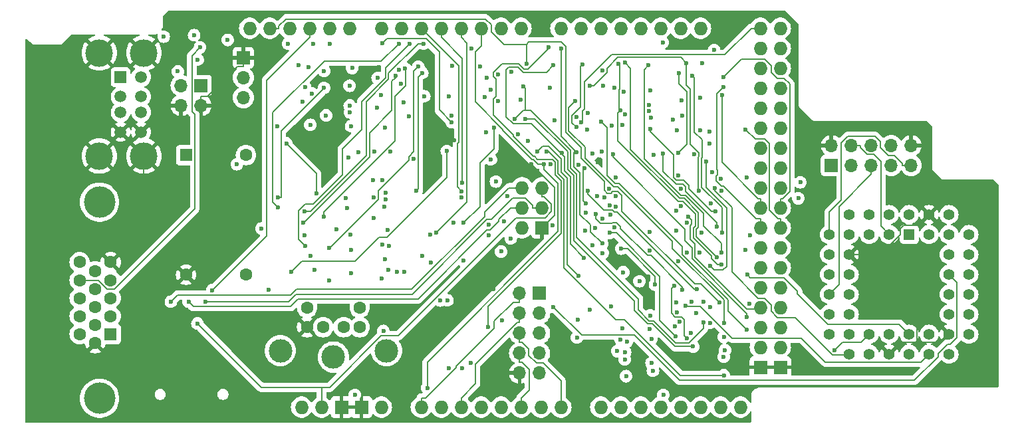
<source format=gbr>
%TF.GenerationSoftware,KiCad,Pcbnew,8.0.8+dfsg-1*%
%TF.CreationDate,2025-07-24T04:48:20-04:00*%
%TF.ProjectId,VGA_SRAM_SHUIELD_DOUBLE_BUFFER,5647415f-5352-4414-9d5f-53485549454c,rev?*%
%TF.SameCoordinates,Original*%
%TF.FileFunction,Copper,L4,Inr*%
%TF.FilePolarity,Positive*%
%FSLAX46Y46*%
G04 Gerber Fmt 4.6, Leading zero omitted, Abs format (unit mm)*
G04 Created by KiCad (PCBNEW 8.0.8+dfsg-1) date 2025-07-24 04:48:20*
%MOMM*%
%LPD*%
G01*
G04 APERTURE LIST*
%TA.AperFunction,ComponentPad*%
%ADD10R,1.700000X1.700000*%
%TD*%
%TA.AperFunction,ComponentPad*%
%ADD11O,1.700000X1.700000*%
%TD*%
%TA.AperFunction,ComponentPad*%
%ADD12R,1.500000X1.500000*%
%TD*%
%TA.AperFunction,ComponentPad*%
%ADD13C,1.500000*%
%TD*%
%TA.AperFunction,ComponentPad*%
%ADD14C,3.500000*%
%TD*%
%TA.AperFunction,ComponentPad*%
%ADD15C,4.000000*%
%TD*%
%TA.AperFunction,ComponentPad*%
%ADD16R,1.600000X1.600000*%
%TD*%
%TA.AperFunction,ComponentPad*%
%ADD17C,1.600000*%
%TD*%
%TA.AperFunction,ComponentPad*%
%ADD18R,1.422400X1.422400*%
%TD*%
%TA.AperFunction,ComponentPad*%
%ADD19C,1.422400*%
%TD*%
%TA.AperFunction,ComponentPad*%
%ADD20C,2.990000*%
%TD*%
%TA.AperFunction,ComponentPad*%
%ADD21O,1.727200X1.727200*%
%TD*%
%TA.AperFunction,ComponentPad*%
%ADD22R,1.727200X1.727200*%
%TD*%
%TA.AperFunction,ViaPad*%
%ADD23C,0.600000*%
%TD*%
%TA.AperFunction,Conductor*%
%ADD24C,0.200000*%
%TD*%
G04 APERTURE END LIST*
D10*
%TO.N,GND*%
%TO.C,J8*%
X55800000Y-137475000D03*
D11*
%TO.N,Net-(J8-Pin_2)*%
X55800000Y-140015000D03*
X55800000Y-142555000D03*
%TD*%
D12*
%TO.N,PWR*%
%TO.C,J1*%
X40152300Y-139940000D03*
D13*
%TO.N,Net-(A1-D18{slash}TX1)*%
X40152300Y-142440000D03*
%TO.N,Net-(A1-D19{slash}RX1)*%
X40152300Y-144440000D03*
%TO.N,GND*%
X40152300Y-146940000D03*
%TO.N,PWR*%
X42772300Y-139940000D03*
%TO.N,Net-(A1-D16{slash}TX2)*%
X42772300Y-142440000D03*
%TO.N,Net-(A1-D17{slash}RX2)*%
X42772300Y-144440000D03*
%TO.N,GND*%
X42772300Y-146940000D03*
D14*
X37442300Y-136870000D03*
X37442300Y-150010000D03*
X43122300Y-136870000D03*
X43122300Y-150010000D03*
%TD*%
D15*
%TO.N,N/C*%
%TO.C,J7*%
X37470000Y-155875000D03*
X37470000Y-180875000D03*
D16*
%TO.N,RED*%
X38890000Y-172690000D03*
D17*
%TO.N,GREEN*%
X38890000Y-170400000D03*
%TO.N,BLUE*%
X38890000Y-168110000D03*
%TO.N,unconnected-(J7-Pad4)*%
X38890000Y-165820000D03*
%TO.N,GND*%
X38890000Y-163530000D03*
X36910000Y-173835000D03*
X36910000Y-171545000D03*
X36910000Y-169255000D03*
%TO.N,unconnected-(J7-Pad9)*%
X36910000Y-166965000D03*
%TO.N,GND*%
X36910000Y-164675000D03*
%TO.N,unconnected-(J7-Pad11)*%
X34930000Y-172690000D03*
%TO.N,unconnected-(J7-Pad12)*%
X34930000Y-170400000D03*
%TO.N,Net-(J7-Pad13)*%
X34930000Y-168110000D03*
%TO.N,Net-(J7-Pad14)*%
X34930000Y-165820000D03*
%TO.N,unconnected-(J7-Pad15)*%
X34930000Y-163530000D03*
%TD*%
D18*
%TO.N,READY*%
%TO.C,U4*%
X140560000Y-160000000D03*
D19*
%TO.N,Net-(X1-OUT)*%
X138020000Y-157460000D03*
%TO.N,PWR*%
X138020000Y-160000000D03*
%TO.N,COUNTER_MEMADDR0*%
X135480000Y-157460000D03*
%TO.N,COUNTER_MEMADDR1*%
X135480000Y-160000000D03*
%TO.N,COUNTER_MEMADDR2*%
X132940000Y-157460000D03*
%TO.N,TDI*%
X130400000Y-160000000D03*
%TO.N,COUNTER_MEMADDR3*%
X132940000Y-160000000D03*
%TO.N,COUNTER_MEMADDR4*%
X130400000Y-162540000D03*
%TO.N,GND*%
X132940000Y-162540000D03*
%TO.N,COUNTER_MEMADDR5*%
X130400000Y-165080000D03*
%TO.N,COUNTER_MEMADDR6*%
X132940000Y-165080000D03*
%TO.N,TMS*%
X130400000Y-167620000D03*
%TO.N,COUNTER_MEMADDR7*%
X132940000Y-167620000D03*
%TO.N,PWR*%
X130400000Y-170160000D03*
%TO.N,COUNTER_MEMADDR8*%
X132940000Y-170160000D03*
%TO.N,COUNTER_MEMADDR9*%
X130400000Y-172700000D03*
%TO.N,COUNTER_MEMADDR10*%
X132940000Y-175240000D03*
%TO.N,COUNTER_MEMADDR11*%
X132940000Y-172700000D03*
%TO.N,COUNTER_MEMADDR12*%
X135480000Y-175240000D03*
%TO.N,COUNTER_MEMADDR13*%
X135480000Y-172700000D03*
%TO.N,GND*%
X138020000Y-175240000D03*
%TO.N,PWR*%
X138020000Y-172700000D03*
%TO.N,COUNTER_MEMADDR14*%
X140560000Y-175240000D03*
%TO.N,COUNTER_MEMADDR15*%
X140560000Y-172700000D03*
%TO.N,COUNTER_MEMADDR16*%
X143100000Y-175240000D03*
%TO.N,COUNTER_MEMADDR17*%
X143100000Y-172700000D03*
%TO.N,COUNTER_MEMADDR18*%
X145640000Y-175240000D03*
%TO.N,COUNTER_MEMADDR19*%
X148180000Y-172700000D03*
%TO.N,GND*%
X145640000Y-172700000D03*
%TO.N,unconnected-(U4-Pad31)*%
X148180000Y-170160000D03*
%TO.N,TCK*%
X145640000Y-170160000D03*
%TO.N,~{H_SYNC}*%
X148180000Y-167620000D03*
%TO.N,~{V_SYNC}*%
X145640000Y-167620000D03*
%TO.N,PWR*%
X148180000Y-165080000D03*
%TO.N,BANK_SELECT*%
X145640000Y-165080000D03*
%TO.N,unconnected-(U4-Pad37)*%
X148180000Y-162540000D03*
%TO.N,TDO*%
X145640000Y-162540000D03*
%TO.N,~{VGA_OUT}*%
X148180000Y-160000000D03*
%TO.N,unconnected-(U4-Pad40)*%
X145640000Y-157460000D03*
%TO.N,unconnected-(U4-Pad41)*%
X145640000Y-160000000D03*
%TO.N,GND*%
X143100000Y-157460000D03*
%TO.N,unconnected-(U4-Pad43)*%
X143100000Y-160000000D03*
%TO.N,unconnected-(U4-Pad44)*%
X140560000Y-157460000D03*
%TD*%
D17*
%TO.N,/PS2_DAT*%
%TO.C,J3*%
X65950000Y-171800000D03*
%TO.N,unconnected-(J3-Pad2)*%
X68550000Y-171800000D03*
%TO.N,GND*%
X63900000Y-171800000D03*
%TO.N,PWR*%
X70600000Y-171800000D03*
%TO.N,/PS2_CLK*%
X63900000Y-169310000D03*
%TO.N,unconnected-(J3-Pad6)*%
X70600000Y-169310000D03*
D20*
%TO.N,N/C*%
X74010000Y-174800000D03*
X67250000Y-175610000D03*
X60490000Y-174800000D03*
%TD*%
D16*
%TO.N,unconnected-(X1-NC-Pad1)*%
%TO.C,X1*%
X48490000Y-149880000D03*
D17*
%TO.N,GND*%
X48490000Y-165120000D03*
%TO.N,Net-(X1-OUT)*%
X56110000Y-165120000D03*
%TO.N,PWR*%
X56110000Y-149880000D03*
%TD*%
D10*
%TO.N,PWR*%
%TO.C,J2*%
X93500000Y-167500000D03*
D11*
%TO.N,Net-(J2-Pin_2)*%
X90960000Y-167500000D03*
%TO.N,Net-(J2-Pin_3)*%
X93500000Y-170040000D03*
%TO.N,Net-(J2-Pin_4)*%
X90960000Y-170040000D03*
%TO.N,Net-(J2-Pin_5)*%
X93500000Y-172580000D03*
%TO.N,Net-(J2-Pin_6)*%
X90960000Y-172580000D03*
%TO.N,Net-(J2-Pin_7)*%
X93500000Y-175120000D03*
%TO.N,Net-(J2-Pin_8)*%
X90960000Y-175120000D03*
%TO.N,Net-(J2-Pin_9)*%
X93500000Y-177660000D03*
%TO.N,GND*%
X90960000Y-177660000D03*
%TD*%
D10*
%TO.N,PWR*%
%TO.C,J4*%
X50400000Y-141020000D03*
D11*
X47860000Y-141020000D03*
%TO.N,GND*%
X50400000Y-143560000D03*
X47860000Y-143560000D03*
%TD*%
D10*
%TO.N,TCK*%
%TO.C,J5*%
X130660000Y-151200000D03*
D11*
%TO.N,GND*%
X130660000Y-148660000D03*
%TO.N,TDO*%
X133200000Y-151200000D03*
%TO.N,PWR*%
X133200000Y-148660000D03*
%TO.N,TMS*%
X135740000Y-151200000D03*
%TO.N,unconnected-(J5-Pin_6-Pad6)*%
X135740000Y-148660000D03*
%TO.N,unconnected-(J5-Pin_7-Pad7)*%
X138280000Y-151200000D03*
%TO.N,unconnected-(J5-Pin_8-Pad8)*%
X138280000Y-148660000D03*
%TO.N,TDI*%
X140820000Y-151200000D03*
%TO.N,GND*%
X140820000Y-148660000D03*
%TD*%
D21*
%TO.N,3.3V*%
%TO.C,A1*%
X63195200Y-181991000D03*
%TO.N,5V*%
X65735200Y-181991000D03*
X93802200Y-154051000D03*
X121615200Y-133731000D03*
X124155200Y-133731000D03*
%TO.N,Net-(J2-Pin_2)*%
X78435200Y-181991000D03*
%TO.N,Net-(J2-Pin_3)*%
X80975200Y-181991000D03*
%TO.N,Net-(J2-Pin_4)*%
X83515200Y-181991000D03*
%TO.N,Net-(J2-Pin_5)*%
X86055200Y-181991000D03*
%TO.N,Net-(J2-Pin_9)*%
X88595200Y-181991000D03*
%TO.N,Net-(J2-Pin_8)*%
X91135200Y-181991000D03*
%TO.N,Net-(J2-Pin_7)*%
X93675200Y-181991000D03*
%TO.N,Net-(J2-Pin_6)*%
X96215200Y-181991000D03*
%TO.N,DATA11*%
X101295200Y-181991000D03*
%TO.N,DATA12*%
X103835200Y-181991000D03*
%TO.N,DATA13*%
X106375200Y-181991000D03*
%TO.N,DATA14*%
X108915200Y-181991000D03*
%TO.N,unconnected-(A1-CANRX-PadCANR)*%
X116535200Y-181991000D03*
%TO.N,unconnected-(A1-CANTX-PadCANT)*%
X119075200Y-181991000D03*
%TO.N,unconnected-(A1-D0{slash}RX0-PadD0)*%
X91135200Y-133731000D03*
%TO.N,unconnected-(A1-D1{slash}TX0-PadD1)*%
X88595200Y-133731000D03*
%TO.N,/MCU OE*%
X86055200Y-133731000D03*
%TO.N,/MCU CE*%
X83515200Y-133731000D03*
%TO.N,/MCU WE*%
X80975200Y-133731000D03*
%TO.N,BANK_SELECT*%
X78435200Y-133731000D03*
%TO.N,Net-(A1-PadD6)*%
X75895200Y-133731000D03*
%TO.N,Net-(A1-PadD7)*%
X73355200Y-133731000D03*
%TO.N,unconnected-(A1-PadD8)*%
X69291200Y-133731000D03*
%TO.N,unconnected-(A1-PadD9)*%
X66751200Y-133731000D03*
%TO.N,/SD_CS*%
X64211200Y-133731000D03*
%TO.N,MCUMEMADDR7*%
X61671200Y-133731000D03*
%TO.N,MCUMEMADDR8*%
X59131200Y-133731000D03*
%TO.N,unconnected-(A1-PadD13)*%
X56591200Y-133731000D03*
%TO.N,MCUMEMADDR4*%
X96215200Y-133731000D03*
%TO.N,MCUMEMADDR5*%
X98755200Y-133731000D03*
%TO.N,Net-(A1-D16{slash}TX2)*%
X101295200Y-133731000D03*
%TO.N,Net-(A1-D17{slash}RX2)*%
X103835200Y-133731000D03*
%TO.N,Net-(A1-D18{slash}TX1)*%
X106375200Y-133731000D03*
%TO.N,Net-(A1-D19{slash}RX1)*%
X108915200Y-133731000D03*
%TO.N,unconnected-(A1-D20{slash}SDA-PadD20)*%
X111455200Y-133731000D03*
%TO.N,unconnected-(A1-D21{slash}SCL-PadD21)*%
X113995200Y-133731000D03*
%TO.N,unconnected-(A1-PadD22)*%
X121615200Y-136271000D03*
%TO.N,unconnected-(A1-PadD23)*%
X124155200Y-136271000D03*
%TO.N,unconnected-(A1-PadD24)*%
X121615200Y-138811000D03*
%TO.N,MCUMEMADDR0*%
X124155200Y-138811000D03*
%TO.N,MCUMEMADDR1*%
X121615200Y-141351000D03*
%TO.N,MCUMEMADDR2*%
X124155200Y-141351000D03*
%TO.N,MCUMEMADDR3*%
X121615200Y-143891000D03*
%TO.N,MCUMEMADDR6*%
X124155200Y-143891000D03*
%TO.N,MCUMEMADDR9*%
X121615200Y-146431000D03*
%TO.N,READY*%
X124155200Y-146431000D03*
%TO.N,MCUMEMADDR10*%
X121615200Y-148971000D03*
%TO.N,MCUMEMADDR11*%
X124155200Y-148971000D03*
%TO.N,MCUMEMADDR12*%
X121615200Y-151511000D03*
%TO.N,MCUMEMADDR13*%
X124155200Y-151511000D03*
%TO.N,MCUMEMADDR14*%
X121615200Y-154051000D03*
%TO.N,MCUMEMADDR15*%
X124155200Y-154051000D03*
%TO.N,MCUMEMADDR16*%
X121615200Y-156591000D03*
%TO.N,MCUMEMADDR17*%
X124155200Y-156591000D03*
%TO.N,MCUMEMADDR18*%
X121615200Y-159131000D03*
%TO.N,MCUMEMADDR19*%
X124155200Y-159131000D03*
%TO.N,/PS2_DAT*%
X121615200Y-161671000D03*
%TO.N,/PS2_CLK*%
X124155200Y-161671000D03*
%TO.N,DATA7*%
X121615200Y-164211000D03*
%TO.N,DATA6*%
X124155200Y-164211000D03*
%TO.N,DATA5*%
X121615200Y-166751000D03*
%TO.N,DATA4*%
X124155200Y-166751000D03*
%TO.N,DATA3*%
X121615200Y-169291000D03*
%TO.N,DATA2*%
X124155200Y-169291000D03*
%TO.N,DATA1*%
X121615200Y-171831000D03*
%TO.N,DATA0*%
X124155200Y-171831000D03*
%TO.N,DATA15*%
X121615200Y-174371000D03*
%TO.N,DATA8*%
X124155200Y-174371000D03*
%TO.N,DATA9*%
X111455200Y-181991000D03*
%TO.N,DATA10*%
X113995200Y-181991000D03*
D22*
%TO.N,GND*%
X68275200Y-181991000D03*
X70815200Y-181991000D03*
X93802200Y-159131000D03*
X121615200Y-176911000D03*
X124155200Y-176911000D03*
D21*
%TO.N,Net-(A1-SPI_MISO)*%
X91262200Y-154051000D03*
%TO.N,Net-(A1-SPI_MOSI)*%
X93802200Y-156591000D03*
%TO.N,unconnected-(A1-SPI_RESET-PadRST2)*%
X91262200Y-159131000D03*
%TO.N,Net-(A1-SPI_SCK)*%
X91262200Y-156591000D03*
%TO.N,PWR*%
X73355200Y-181991000D03*
%TD*%
D23*
%TO.N,DATA_BANK22*%
X115888100Y-157059200D03*
X69306500Y-141052600D03*
X107633400Y-146529200D03*
%TO.N,Net-(A1-SPI_MISO)*%
X46559800Y-168552600D03*
%TO.N,DATA_BANK27*%
X103543000Y-138246400D03*
X116638800Y-163854900D03*
X69504900Y-146186400D03*
X103751200Y-144194900D03*
%TO.N,DATA_BANK20*%
X69638100Y-138793300D03*
X102699300Y-146122500D03*
%TO.N,DATA_BANK21*%
X66060700Y-139156700D03*
X104032400Y-146060000D03*
%TO.N,DATA_BANK23*%
X116100800Y-158982100D03*
X109233800Y-149652700D03*
X72798200Y-143855000D03*
%TO.N,DATA_BANK24*%
X112972800Y-139768500D03*
X116700800Y-159752600D03*
X69313500Y-143564700D03*
%TO.N,Net-(A1-SPI_SCK)*%
X48818200Y-168570000D03*
%TO.N,MCUMEMADDR13*%
X91998000Y-148047800D03*
X117108800Y-174723900D03*
%TO.N,MCUMEMADDR19*%
X119732100Y-146599300D03*
X86506500Y-142480400D03*
%TO.N,MCUMEMADDR12*%
X116964600Y-173055700D03*
X95443900Y-145468900D03*
%TO.N,MCUMEMADDR16*%
X116711300Y-142259000D03*
X85939500Y-138612200D03*
%TO.N,MCUMEMADDR2*%
X103015800Y-141274300D03*
X104021500Y-171949200D03*
%TO.N,MCUMEMADDR0*%
X110985500Y-169882700D03*
%TO.N,MCUMEMADDR14*%
X116953700Y-175569600D03*
X94861200Y-151036900D03*
%TO.N,MCUMEMADDR11*%
X99533800Y-146663200D03*
X115184600Y-171245000D03*
%TO.N,MCUMEMADDR3*%
X107426600Y-143476600D03*
X103798400Y-173407200D03*
%TO.N,MCUMEMADDR9*%
X91073200Y-142869100D03*
X115250500Y-169205000D03*
%TO.N,MCUMEMADDR5*%
X104395300Y-174994800D03*
X104193400Y-141794300D03*
%TO.N,MCUMEMADDR6*%
X107696000Y-145084400D03*
X104343800Y-175910000D03*
%TO.N,MCUMEMADDR8*%
X116364300Y-168628300D03*
X91821700Y-138271400D03*
%TO.N,MCUMEMADDR18*%
X116896300Y-141187900D03*
X87272300Y-141548700D03*
%TO.N,MCUMEMADDR15*%
X116956200Y-177945000D03*
X94423300Y-149427600D03*
%TO.N,MCUMEMADDR7*%
X104513900Y-178050600D03*
X110462100Y-145409200D03*
%TO.N,MCUMEMADDR4*%
X107438800Y-144284200D03*
X104394900Y-144683000D03*
X103371900Y-174862400D03*
%TO.N,DATA_BANK26*%
X116103800Y-162872700D03*
X104344300Y-138102000D03*
X64303400Y-146036000D03*
%TO.N,DATA_BANK25*%
X116635400Y-162272600D03*
X66322000Y-144829900D03*
X107373700Y-138432500D03*
%TO.N,DATA_BANK17*%
X73271600Y-142254600D03*
X79640100Y-163601700D03*
X104164000Y-164802600D03*
%TO.N,DATA_BANK11*%
X78820600Y-142397500D03*
X103232200Y-156480000D03*
%TO.N,DATA_BANK12*%
X76897100Y-144933500D03*
X100214800Y-149724700D03*
X102552900Y-157498200D03*
%TO.N,DATA_BANK16*%
X75850800Y-140806000D03*
X101524100Y-162350200D03*
%TO.N,DATA_BANK15*%
X100264000Y-161386600D03*
X82297300Y-145695700D03*
X73480800Y-135648300D03*
%TO.N,DATA_BANK14*%
X75557100Y-139030800D03*
X103048600Y-159098600D03*
%TO.N,DATA_BANK10*%
X77458100Y-150331700D03*
X111525800Y-154187100D03*
X76166100Y-143211100D03*
%TO.N,DATA_BANK13*%
X81954300Y-142397500D03*
X99327300Y-159494300D03*
%TO.N,~{VGA_OUT 1}*%
X72875900Y-140046100D03*
X79532200Y-160036100D03*
%TO.N,~{VGA_OUT 2}*%
X54945300Y-151055500D03*
X87016800Y-160123900D03*
%TO.N,MCUMEMADDR10*%
X102832100Y-149795200D03*
X94805800Y-141312400D03*
X119906000Y-170480600D03*
%TO.N,MCUMEMADDR17*%
X89863600Y-139285700D03*
X116883900Y-139968100D03*
%TO.N,DATA2*%
X111662700Y-167082000D03*
X100680900Y-157375600D03*
%TO.N,MCUMEMADDR1*%
X101623500Y-141077600D03*
X102569400Y-169188200D03*
%TO.N,/MCU OE*%
X94061000Y-151036900D03*
X79194600Y-179539000D03*
%TO.N,Net-(A1-SPI_MOSI)*%
X50998200Y-168564900D03*
%TO.N,~{WE_BANK2}*%
X110982300Y-146706100D03*
X87682400Y-146348600D03*
X83810000Y-158522100D03*
%TO.N,DATA1*%
X112780100Y-172534600D03*
X111480000Y-156389400D03*
%TO.N,~{OE_BANK2}*%
X94643300Y-136099700D03*
X86945300Y-171802300D03*
%TO.N,~{OE_BANK1}*%
X64644700Y-135692100D03*
X81773900Y-168390900D03*
%TO.N,DATA3*%
X112464300Y-157705500D03*
X101477800Y-157949700D03*
%TO.N,Net-(A1-PadD7)*%
X49969300Y-137727100D03*
%TO.N,~{MCU_WE}*%
X84741700Y-176388500D03*
X82540000Y-158504300D03*
X87039100Y-158708000D03*
%TO.N,MEMADDR_BANK217*%
X111662500Y-144852100D03*
X107549800Y-172008800D03*
%TO.N,MEMADDR_BANK219*%
X113175800Y-149812100D03*
X112229600Y-173211400D03*
X110628500Y-166556700D03*
%TO.N,MEMADDR_BANK216*%
X111616800Y-142921800D03*
X107618300Y-170310200D03*
%TO.N,MEMADDR_BANK218*%
X107633000Y-141649800D03*
X104627200Y-173636600D03*
%TO.N,DATA0*%
X113523900Y-166924100D03*
X99623000Y-154414200D03*
%TO.N,MEMADDR_BANK211*%
X99858400Y-141065900D03*
X112193800Y-138167800D03*
X113746400Y-154464900D03*
%TO.N,MEMADDR_BANK213*%
X113897900Y-162272600D03*
X114212600Y-138178600D03*
X86709700Y-147013400D03*
X113951600Y-146695900D03*
%TO.N,MEMADDR_BANK212*%
X110928400Y-159484300D03*
X88178100Y-143027300D03*
X113980800Y-142559000D03*
%TO.N,MEMADDR_BANK214*%
X114100300Y-159748300D03*
X90754400Y-147219600D03*
X115137400Y-146855100D03*
X115722800Y-136496700D03*
%TO.N,MEMADDR_BANK215*%
X87299000Y-150433700D03*
X114724500Y-150743200D03*
X115122900Y-148378100D03*
X115206600Y-163984200D03*
%TO.N,MEMADDR_BANK28*%
X88178100Y-139598800D03*
X101488600Y-139140200D03*
%TO.N,MEMADDR_BANK29*%
X111161000Y-152453300D03*
X82334900Y-138545700D03*
X109189700Y-135534800D03*
%TO.N,MEMADDR_BANK210*%
X111135300Y-149589300D03*
X86768300Y-139998100D03*
X111239000Y-139462000D03*
%TO.N,MEMADDR_BANK20*%
X100785100Y-155075000D03*
X101427600Y-149443700D03*
%TO.N,MEMADDR_BANK27*%
X98418800Y-165227200D03*
X93176100Y-149466300D03*
X98198600Y-146335900D03*
X98921300Y-138380200D03*
%TO.N,MEMADDR_BANK22*%
X99395600Y-157215000D03*
X98462100Y-151149600D03*
%TO.N,MEMADDR_BANK23*%
X99621800Y-144486200D03*
X100563400Y-159178500D03*
%TO.N,MEMADDR_BANK25*%
X101464300Y-161149900D03*
X98177700Y-149513900D03*
X96248100Y-136347400D03*
%TO.N,5V*%
X98766300Y-145675300D03*
X49936800Y-171343100D03*
%TO.N,DATA7*%
X111194400Y-163427800D03*
%TO.N,MEMADDR_BANK21*%
X99363000Y-156014700D03*
X99186700Y-151556700D03*
%TO.N,MEMADDR_BANK26*%
X99148600Y-162963200D03*
X95252900Y-138466800D03*
X96365400Y-149622300D03*
%TO.N,/MCU WE*%
X83632600Y-153428800D03*
X83612300Y-177053000D03*
%TO.N,MEMADDR_BANK24*%
X95172900Y-158853000D03*
X98223500Y-145072800D03*
%TO.N,BANK_SELECT*%
X83556100Y-154479700D03*
X101758800Y-155245700D03*
X95274700Y-169219200D03*
%TO.N,COUNTER_MEMADDR16*%
X112089400Y-169082200D03*
%TO.N,MEMADDR_BANK118*%
X101323400Y-145613800D03*
X119885800Y-172096800D03*
%TO.N,MEMADDR_BANK119*%
X113053600Y-174282400D03*
X91687800Y-145269700D03*
%TO.N,COUNTER_MEMADDR18*%
X110735100Y-171682300D03*
%TO.N,COUNTER_MEMADDR19*%
X107746500Y-173317300D03*
X98257600Y-173115000D03*
%TO.N,MEMADDR_BANK117*%
X116970600Y-171249200D03*
X98038100Y-143000800D03*
X82316800Y-144845600D03*
%TO.N,MEMADDR_BANK116*%
X114366800Y-171230800D03*
X91412100Y-141097700D03*
X90349000Y-145269700D03*
%TO.N,COUNTER_MEMADDR17*%
X113470400Y-170012200D03*
%TO.N,MEMADDR_BANK19*%
X111341500Y-171109700D03*
X73605500Y-172283200D03*
X60188800Y-156521100D03*
X75564700Y-135687000D03*
%TO.N,MEMADDR_BANK111*%
X110836000Y-172967800D03*
X102423800Y-159797700D03*
X63411600Y-158488600D03*
X75150800Y-139771800D03*
%TO.N,COUNTER_MEMADDR12*%
X69024200Y-156641900D03*
X120319100Y-160066900D03*
%TO.N,COUNTER_MEMADDR11*%
X73753600Y-156456000D03*
X115282700Y-156009600D03*
%TO.N,COUNTER_MEMADDR15*%
X119969200Y-165117300D03*
X73825000Y-163185400D03*
%TO.N,MEMADDR_BANK18*%
X66051900Y-141318800D03*
X60190800Y-155288100D03*
X99903700Y-169589600D03*
X89831900Y-160514100D03*
%TO.N,COUNTER_MEMADDR14*%
X119700900Y-161989200D03*
X73473300Y-161279200D03*
%TO.N,COUNTER_MEMADDR10*%
X72386900Y-155267200D03*
X115825300Y-154056500D03*
%TO.N,COUNTER_MEMADDR8*%
X72280200Y-153072800D03*
X115507600Y-152054900D03*
%TO.N,Net-(A1-PadD6)*%
X47439200Y-139226600D03*
%TO.N,COUNTER_MEMADDR13*%
X72396000Y-157902800D03*
X112232400Y-158505700D03*
X131056000Y-174712600D03*
%TO.N,MEMADDR_BANK112*%
X112870300Y-168564800D03*
X63621200Y-161455600D03*
X76970900Y-135685300D03*
%TO.N,MEMADDR_BANK113*%
X78050000Y-138618200D03*
X107761900Y-176358900D03*
X66687600Y-161705900D03*
%TO.N,COUNTER_MEMADDR9*%
X68845300Y-155365100D03*
X116558400Y-152874900D03*
X126696700Y-153345200D03*
%TO.N,MEMADDR_BANK110*%
X66038500Y-157727900D03*
X76374000Y-138862200D03*
X110889100Y-168682400D03*
X73370300Y-165600300D03*
%TO.N,MEMADDR_BANK115*%
X109250000Y-180446500D03*
X69987800Y-180446500D03*
X61862000Y-164753300D03*
X81689400Y-149364200D03*
%TO.N,MEMADDR_BANK114*%
X63579600Y-157063300D03*
X78755200Y-135681600D03*
X88978700Y-158308700D03*
X107936800Y-177368100D03*
%TO.N,~{COUNTER_BANK1}*%
X80822200Y-168400900D03*
X114395300Y-168564800D03*
X116678700Y-154431300D03*
X77827300Y-154430600D03*
X78561100Y-139420700D03*
X88725300Y-170899400D03*
%TO.N,MEMADDR_BANK13*%
X74130100Y-159416300D03*
%TO.N,COUNTER_MEMADDR7*%
X106225100Y-165956600D03*
%TO.N,COUNTER_MEMADDR6*%
X88597000Y-162173300D03*
X103899000Y-161806600D03*
X108197300Y-166378100D03*
%TO.N,COUNTER_MEMADDR5*%
X112297500Y-162267600D03*
%TO.N,MEMADDR_BANK12*%
X73930700Y-155489600D03*
%TO.N,COUNTER_MEMADDR0*%
X102344300Y-154133700D03*
%TO.N,COUNTER_MEMADDR1*%
X103232200Y-155142600D03*
X87948800Y-153259700D03*
X126439400Y-155389200D03*
%TO.N,COUNTER_MEMADDR4*%
X107532000Y-159691800D03*
%TO.N,COUNTER_MEMADDR2*%
X102432000Y-156269900D03*
X89409500Y-155092100D03*
%TO.N,MEMADDR_BANK14*%
X65122800Y-154806400D03*
X61249100Y-148380800D03*
%TO.N,MEMADDR_BANK10*%
X73462500Y-153071200D03*
%TO.N,MEMADDR_BANK17*%
X76270000Y-164774400D03*
X64055300Y-138663700D03*
%TO.N,MEMADDR_BANK11*%
X73930700Y-154667100D03*
X83576700Y-155295200D03*
X98347300Y-170819600D03*
%TO.N,MEMADDR_BANK15*%
X61465400Y-135696100D03*
X78532300Y-162735300D03*
%TO.N,COUNTER_MEMADDR3*%
X110910100Y-156951200D03*
%TO.N,MEMADDR_BANK16*%
X67601100Y-159366900D03*
X62850000Y-138438300D03*
%TO.N,~{VGA_OUT}*%
X83833100Y-163351700D03*
%TO.N,Net-(U21-B7)*%
X74303800Y-161447300D03*
X72438800Y-149444100D03*
%TO.N,Net-(U21-B6)*%
X69192100Y-150210400D03*
X69408500Y-160014300D03*
%TO.N,Net-(U21-B5)*%
X63609800Y-160062100D03*
X60114000Y-146199900D03*
X73802300Y-146368100D03*
%TO.N,Net-(U21-B4)*%
X74525800Y-149464600D03*
X75325000Y-164788500D03*
%TO.N,Net-(U21-B3)*%
X69364400Y-144438300D03*
X69514900Y-161964800D03*
%TO.N,Net-(U21-B2)*%
X63336800Y-143087600D03*
X64315400Y-162767500D03*
%TO.N,Net-(U21-B1)*%
X69505000Y-164970000D03*
X64508300Y-142038500D03*
%TO.N,Net-(U21-B0)*%
X63651700Y-141197500D03*
X64810100Y-164515900D03*
%TO.N,/MCU CE*%
X80338700Y-159746400D03*
X81952200Y-177013300D03*
%TO.N,RED*%
X58082100Y-159249300D03*
%TO.N,Net-(J7-Pad14)*%
X50269100Y-136173000D03*
%TO.N,Net-(J7-Pad13)*%
X45634200Y-134797600D03*
%TO.N,BLUE*%
X59021300Y-167035900D03*
%TO.N,DATA6*%
X107481500Y-162077800D03*
%TO.N,GREEN*%
X66737600Y-165875700D03*
%TO.N,GND*%
X87650300Y-166957300D03*
X67553600Y-149471100D03*
X107615000Y-178830000D03*
X107327300Y-165341200D03*
X92421800Y-151036900D03*
X82586700Y-147998200D03*
X73033300Y-138709300D03*
X100926400Y-150792600D03*
%TO.N,/PS2_CLK*%
X120242300Y-168815700D03*
%TO.N,/SD_CS*%
X51821700Y-167096200D03*
%TO.N,~{V_SYNC}*%
X74219900Y-164526600D03*
X53789600Y-135212600D03*
%TO.N,~{H_SYNC}*%
X49515100Y-134606200D03*
%TO.N,PWR*%
X119907200Y-152740500D03*
X66791700Y-135710000D03*
X108033500Y-149841700D03*
X70428300Y-149500900D03*
X103232200Y-152758300D03*
X84853300Y-136346900D03*
%TD*%
D24*
%TO.N,DATA_BANK22*%
X107633400Y-146936000D02*
X107633400Y-146529200D01*
X110560900Y-149863500D02*
X107633400Y-146936000D01*
X110560900Y-152701800D02*
X110560900Y-149863500D01*
X110912500Y-153053400D02*
X110560900Y-152701800D01*
X111806600Y-153053400D02*
X110912500Y-153053400D01*
X112526000Y-153772800D02*
X111806600Y-153053400D01*
X112526000Y-154178100D02*
X112526000Y-153772800D01*
X115407100Y-157059200D02*
X112526000Y-154178100D01*
X115888100Y-157059200D02*
X115407100Y-157059200D01*
%TO.N,Net-(A1-SPI_MISO)*%
X91262200Y-154051000D02*
X90098500Y-154051000D01*
X89602100Y-154051000D02*
X90098500Y-154051000D01*
X86489500Y-157163600D02*
X89602100Y-154051000D01*
X86489500Y-157702100D02*
X86489500Y-157163600D01*
X77218500Y-166973100D02*
X86489500Y-157702100D01*
X62549800Y-166973100D02*
X77218500Y-166973100D01*
X61826600Y-167696300D02*
X62549800Y-166973100D01*
X47416100Y-167696300D02*
X61826600Y-167696300D01*
X46559800Y-168552600D02*
X47416100Y-167696300D01*
%TO.N,DATA_BANK27*%
X103593200Y-144036900D02*
X103751200Y-144194900D01*
X103593200Y-141545800D02*
X103593200Y-144036900D01*
X103683300Y-141455700D02*
X103593200Y-141545800D01*
X103683300Y-138386700D02*
X103683300Y-141455700D01*
X103543000Y-138246400D02*
X103683300Y-138386700D01*
X116155500Y-163854900D02*
X116638800Y-163854900D01*
X115406100Y-163105500D02*
X116155500Y-163854900D01*
X115406100Y-162765800D02*
X115406100Y-163105500D01*
X113080300Y-160440000D02*
X115406100Y-162765800D01*
X113080300Y-159172500D02*
X113080300Y-160440000D01*
X113323700Y-158929100D02*
X113080300Y-159172500D01*
X113323700Y-157384400D02*
X113323700Y-158929100D01*
X111728600Y-155789300D02*
X113323700Y-157384400D01*
X111147800Y-155789300D02*
X111728600Y-155789300D01*
X103432300Y-148073800D02*
X111147800Y-155789300D01*
X103432300Y-144513800D02*
X103432300Y-148073800D01*
X103751200Y-144194900D02*
X103432300Y-144513800D01*
%TO.N,DATA_BANK23*%
X109233800Y-151940500D02*
X109233800Y-149652700D01*
X110880300Y-153587000D02*
X109233800Y-151940500D01*
X111774400Y-153587000D02*
X110880300Y-153587000D01*
X112125900Y-153938500D02*
X111774400Y-153587000D01*
X112125900Y-154489300D02*
X112125900Y-153938500D01*
X116100800Y-158464200D02*
X112125900Y-154489300D01*
X116100800Y-158982100D02*
X116100800Y-158464200D01*
%TO.N,DATA_BANK24*%
X113225500Y-140021200D02*
X112972800Y-139768500D01*
X113225500Y-146968000D02*
X113225500Y-140021200D01*
X114176000Y-147918500D02*
X113225500Y-146968000D01*
X114176000Y-150226400D02*
X114176000Y-147918500D01*
X114103400Y-150299000D02*
X114176000Y-150226400D01*
X114103400Y-153973100D02*
X114103400Y-150299000D01*
X116700900Y-156570600D02*
X114103400Y-153973100D01*
X116700900Y-159752500D02*
X116700900Y-156570600D01*
X116700800Y-159752600D02*
X116700900Y-159752500D01*
%TO.N,Net-(A1-SPI_SCK)*%
X49431900Y-169183700D02*
X48818200Y-168570000D01*
X61770500Y-169183700D02*
X49431900Y-169183700D01*
X62744400Y-168209800D02*
X61770500Y-169183700D01*
X78048500Y-168209800D02*
X62744400Y-168209800D01*
X86810600Y-159447700D02*
X78048500Y-168209800D01*
X87174500Y-159447700D02*
X86810600Y-159447700D01*
X88330100Y-158292100D02*
X87174500Y-159447700D01*
X88330100Y-158060200D02*
X88330100Y-158292100D01*
X89799300Y-156591000D02*
X88330100Y-158060200D01*
X91262200Y-156591000D02*
X89799300Y-156591000D01*
%TO.N,MCUMEMADDR19*%
X124155200Y-159131000D02*
X124155200Y-157967300D01*
X120940000Y-147807200D02*
X119732100Y-146599300D01*
X122134400Y-147807200D02*
X120940000Y-147807200D01*
X122779000Y-148451800D02*
X122134400Y-147807200D01*
X122779000Y-156862400D02*
X122779000Y-148451800D01*
X123883900Y-157967300D02*
X122779000Y-156862400D01*
X124155200Y-157967300D02*
X123883900Y-157967300D01*
%TO.N,MCUMEMADDR16*%
X121343900Y-155427300D02*
X121615200Y-155427300D01*
X116711300Y-150794700D02*
X121343900Y-155427300D01*
X116711300Y-142259000D02*
X116711300Y-150794700D01*
X121615200Y-156591000D02*
X121615200Y-155427300D01*
%TO.N,MCUMEMADDR8*%
X59131200Y-133731000D02*
X60294900Y-133731000D01*
X91821700Y-135805400D02*
X91821700Y-138271400D01*
X88970000Y-135805400D02*
X91821700Y-135805400D01*
X87325200Y-134160600D02*
X88970000Y-135805400D01*
X87325200Y-133264300D02*
X87325200Y-134160600D01*
X86607900Y-132547000D02*
X87325200Y-133264300D01*
X61207600Y-132547000D02*
X86607900Y-132547000D01*
X60294900Y-133459700D02*
X61207600Y-132547000D01*
X60294900Y-133731000D02*
X60294900Y-133459700D01*
X92127500Y-135499600D02*
X91821700Y-135805400D01*
X96249000Y-135499600D02*
X92127500Y-135499600D01*
X96848200Y-136098800D02*
X96249000Y-135499600D01*
X96848200Y-136596000D02*
X96848200Y-136098800D01*
X96823200Y-136621000D02*
X96848200Y-136596000D01*
X96823200Y-147006900D02*
X96823200Y-136621000D01*
X98777800Y-148961500D02*
X96823200Y-147006900D01*
X98777800Y-150299000D02*
X98777800Y-148961500D01*
X101744200Y-153265400D02*
X98777800Y-150299000D01*
X101744200Y-154382200D02*
X101744200Y-153265400D01*
X102095800Y-154733800D02*
X101744200Y-154382200D01*
X102592900Y-154733800D02*
X102095800Y-154733800D01*
X102804700Y-154522000D02*
X102592900Y-154733800D01*
X103485700Y-154522000D02*
X102804700Y-154522000D01*
X103955000Y-154991300D02*
X103485700Y-154522000D01*
X103955000Y-157046200D02*
X103955000Y-154991300D01*
X113232800Y-166324000D02*
X103955000Y-157046200D01*
X114060000Y-166324000D02*
X113232800Y-166324000D01*
X116364300Y-168628300D02*
X114060000Y-166324000D01*
%TO.N,MCUMEMADDR18*%
X121615200Y-159131000D02*
X121615200Y-157967300D01*
X116039500Y-142044700D02*
X116896300Y-141187900D01*
X116039500Y-151738100D02*
X116039500Y-142044700D01*
X116120800Y-151819400D02*
X116039500Y-151738100D01*
X116120800Y-152425000D02*
X116120800Y-151819400D01*
X115958300Y-152587500D02*
X116120800Y-152425000D01*
X115958300Y-153123400D02*
X115958300Y-152587500D01*
X116666100Y-153831200D02*
X115958300Y-153123400D01*
X116927300Y-153831200D02*
X116666100Y-153831200D01*
X121063400Y-157967300D02*
X116927300Y-153831200D01*
X121615200Y-157967300D02*
X121063400Y-157967300D01*
%TO.N,MCUMEMADDR15*%
X111422500Y-177945000D02*
X116956200Y-177945000D01*
X104312400Y-170834900D02*
X111422500Y-177945000D01*
X103177900Y-170834900D02*
X104312400Y-170834900D01*
X96622200Y-164279200D02*
X103177900Y-170834900D01*
X96622200Y-152987300D02*
X96622200Y-164279200D01*
X95861500Y-152226600D02*
X96622200Y-152987300D01*
X95861500Y-150616200D02*
X95861500Y-152226600D01*
X94672900Y-149427600D02*
X95861500Y-150616200D01*
X94423300Y-149427600D02*
X94672900Y-149427600D01*
%TO.N,DATA_BANK26*%
X113480400Y-160249300D02*
X116103800Y-162872700D01*
X113480400Y-159338200D02*
X113480400Y-160249300D01*
X113723800Y-159094800D02*
X113480400Y-159338200D01*
X113723800Y-157218700D02*
X113723800Y-159094800D01*
X111894300Y-155389200D02*
X113723800Y-157218700D01*
X111313500Y-155389200D02*
X111894300Y-155389200D01*
X105091600Y-149167300D02*
X111313500Y-155389200D01*
X105091600Y-138849300D02*
X105091600Y-149167300D01*
X104344300Y-138102000D02*
X105091600Y-138849300D01*
%TO.N,DATA_BANK25*%
X116635400Y-161146100D02*
X116635400Y-162272600D01*
X114382300Y-158893000D02*
X116635400Y-161146100D01*
X114382300Y-157311400D02*
X114382300Y-158893000D01*
X112060000Y-154989100D02*
X114382300Y-157311400D01*
X111479200Y-154989100D02*
X112060000Y-154989100D01*
X106826500Y-150336400D02*
X111479200Y-154989100D01*
X106826500Y-138979700D02*
X106826500Y-150336400D01*
X107373700Y-138432500D02*
X106826500Y-138979700D01*
%TO.N,DATA_BANK15*%
X80729000Y-144127400D02*
X82297300Y-145695700D01*
X80729000Y-136764400D02*
X80729000Y-144127400D01*
X79038200Y-135073600D02*
X80729000Y-136764400D01*
X74055500Y-135073600D02*
X79038200Y-135073600D01*
X73480800Y-135648300D02*
X74055500Y-135073600D01*
%TO.N,MCUMEMADDR10*%
X102832100Y-150131500D02*
X102832100Y-149795200D01*
X112036700Y-159336100D02*
X102832100Y-150131500D01*
X112036700Y-160816400D02*
X112036700Y-159336100D01*
X112897600Y-161677300D02*
X112036700Y-160816400D01*
X112897600Y-163089500D02*
X112897600Y-161677300D01*
X119906000Y-170097900D02*
X112897600Y-163089500D01*
X119906000Y-170480600D02*
X119906000Y-170097900D01*
%TO.N,MCUMEMADDR17*%
X124426400Y-155427300D02*
X124155200Y-155427300D01*
X125351400Y-154502300D02*
X124426400Y-155427300D01*
X125351400Y-140806600D02*
X125351400Y-154502300D01*
X124625800Y-140081000D02*
X125351400Y-140806600D01*
X123734500Y-140081000D02*
X124625800Y-140081000D01*
X122991400Y-139337900D02*
X123734500Y-140081000D01*
X122991400Y-138496500D02*
X122991400Y-139337900D01*
X122142100Y-137647200D02*
X122991400Y-138496500D01*
X119204800Y-137647200D02*
X122142100Y-137647200D01*
X116883900Y-139968100D02*
X119204800Y-137647200D01*
X124155200Y-156591000D02*
X124155200Y-155427300D01*
%TO.N,DATA2*%
X100680900Y-158026800D02*
X100680900Y-157375600D01*
X101265200Y-158611100D02*
X100680900Y-158026800D01*
X102659500Y-158611100D02*
X101265200Y-158611100D01*
X102800100Y-158470500D02*
X102659500Y-158611100D01*
X103306100Y-158470500D02*
X102800100Y-158470500D01*
X103816500Y-158980900D02*
X103306100Y-158470500D01*
X103816500Y-159261400D02*
X103816500Y-158980900D01*
X107233000Y-162677900D02*
X103816500Y-159261400D01*
X107668400Y-162677900D02*
X107233000Y-162677900D01*
X111662700Y-166672200D02*
X107668400Y-162677900D01*
X111662700Y-167082000D02*
X111662700Y-166672200D01*
%TO.N,/MCU OE*%
X86055200Y-133731000D02*
X86055200Y-134894700D01*
X93270500Y-151036900D02*
X94061000Y-151036900D01*
X92670400Y-150436800D02*
X93270500Y-151036900D01*
X92512900Y-150436800D02*
X92670400Y-150436800D01*
X88825800Y-146749700D02*
X92512900Y-150436800D01*
X88825800Y-146598900D02*
X88825800Y-146749700D01*
X85325800Y-143098900D02*
X88825800Y-146598900D01*
X85325800Y-136723100D02*
X85325800Y-143098900D01*
X86055200Y-135993700D02*
X85325800Y-136723100D01*
X86055200Y-134894700D02*
X86055200Y-135993700D01*
X79194600Y-176261800D02*
X79194600Y-179539000D01*
X95822000Y-159634400D02*
X79194600Y-176261800D01*
X95822000Y-153522000D02*
X95822000Y-159634400D01*
X94061000Y-151761000D02*
X95822000Y-153522000D01*
X94061000Y-151036900D02*
X94061000Y-151761000D01*
%TO.N,Net-(A1-SPI_MOSI)*%
X93802200Y-156591000D02*
X92638500Y-156591000D01*
X61523700Y-168564900D02*
X50998200Y-168564900D01*
X62468300Y-167620300D02*
X61523700Y-168564900D01*
X77278300Y-167620300D02*
X62468300Y-167620300D01*
X86790700Y-158107900D02*
X77278300Y-167620300D01*
X87360200Y-158107900D02*
X86790700Y-158107900D01*
X90067700Y-155400400D02*
X87360200Y-158107900D01*
X91719100Y-155400400D02*
X90067700Y-155400400D01*
X92638500Y-156319800D02*
X91719100Y-155400400D01*
X92638500Y-156591000D02*
X92638500Y-156319800D01*
%TO.N,~{WE_BANK2}*%
X85898600Y-156433500D02*
X83810000Y-158522100D01*
X85898600Y-150894200D02*
X85898600Y-156433500D01*
X87682400Y-149110400D02*
X85898600Y-150894200D01*
X87682400Y-146348600D02*
X87682400Y-149110400D01*
%TO.N,~{OE_BANK2}*%
X86945400Y-171802300D02*
X86945300Y-171802300D01*
X86945400Y-169157500D02*
X86945400Y-171802300D01*
X96222100Y-159880800D02*
X86945400Y-169157500D01*
X96222100Y-153153000D02*
X96222100Y-159880800D01*
X95461300Y-152392200D02*
X96222100Y-153153000D01*
X95461300Y-150783200D02*
X95461300Y-152392200D01*
X95114900Y-150436800D02*
X95461300Y-150783200D01*
X93236200Y-150436800D02*
X95114900Y-150436800D01*
X92836100Y-150036700D02*
X93236200Y-150436800D01*
X92681500Y-150036700D02*
X92836100Y-150036700D01*
X90124800Y-147480000D02*
X92681500Y-150036700D01*
X90124800Y-147332000D02*
X90124800Y-147480000D01*
X87578000Y-144785200D02*
X90124800Y-147332000D01*
X87578000Y-142778800D02*
X87578000Y-144785200D01*
X87929600Y-142427200D02*
X87578000Y-142778800D01*
X87929600Y-140198800D02*
X87929600Y-142427200D01*
X87578000Y-139847200D02*
X87929600Y-140198800D01*
X87578000Y-139347700D02*
X87578000Y-139847200D01*
X88686300Y-138239400D02*
X87578000Y-139347700D01*
X90876300Y-138239400D02*
X88686300Y-138239400D01*
X91531900Y-138895000D02*
X90876300Y-138239400D01*
X92062300Y-138895000D02*
X91531900Y-138895000D01*
X94643300Y-136314000D02*
X92062300Y-138895000D01*
X94643300Y-136099700D02*
X94643300Y-136314000D01*
%TO.N,DATA3*%
X121440700Y-169465500D02*
X121615200Y-169291000D01*
X119839300Y-169465500D02*
X121440700Y-169465500D01*
X113297700Y-162923900D02*
X119839300Y-169465500D01*
X113297700Y-161223400D02*
X113297700Y-162923900D01*
X112680200Y-160605900D02*
X113297700Y-161223400D01*
X112680200Y-158906700D02*
X112680200Y-160605900D01*
X112882600Y-158704300D02*
X112680200Y-158906700D01*
X112882600Y-158123800D02*
X112882600Y-158704300D01*
X112464300Y-157705500D02*
X112882600Y-158123800D01*
%TO.N,MEMADDR_BANK219*%
X110288900Y-166896300D02*
X110628500Y-166556700D01*
X110288900Y-170034700D02*
X110288900Y-166896300D01*
X110737000Y-170482800D02*
X110288900Y-170034700D01*
X111563300Y-170482800D02*
X110737000Y-170482800D01*
X111941600Y-170861100D02*
X111563300Y-170482800D01*
X111941600Y-172923400D02*
X111941600Y-170861100D01*
X112229600Y-173211400D02*
X111941600Y-172923400D01*
%TO.N,DATA0*%
X113176500Y-166924100D02*
X113523900Y-166924100D01*
X103356400Y-157104000D02*
X113176500Y-166924100D01*
X103007600Y-157104000D02*
X103356400Y-157104000D01*
X102773700Y-156870100D02*
X103007600Y-157104000D01*
X101681500Y-156870100D02*
X102773700Y-156870100D01*
X99623000Y-154811600D02*
X101681500Y-156870100D01*
X99623000Y-154414200D02*
X99623000Y-154811600D01*
%TO.N,MEMADDR_BANK211*%
X113681200Y-154399700D02*
X113746400Y-154464900D01*
X113681200Y-150155400D02*
X113681200Y-154399700D01*
X113775900Y-150060700D02*
X113681200Y-150155400D01*
X113775900Y-149563600D02*
X113775900Y-150060700D01*
X112683300Y-148471000D02*
X113775900Y-149563600D01*
X112683300Y-141460700D02*
X112683300Y-148471000D01*
X112193800Y-140971200D02*
X112683300Y-141460700D01*
X112193800Y-138167800D02*
X112193800Y-140971200D01*
X100411600Y-141065900D02*
X99858400Y-141065900D01*
X102088700Y-139388800D02*
X100411600Y-141065900D01*
X102088700Y-138834800D02*
X102088700Y-139388800D01*
X103473000Y-137450500D02*
X102088700Y-138834800D01*
X111476500Y-137450500D02*
X103473000Y-137450500D01*
X112193800Y-138167800D02*
X111476500Y-137450500D01*
%TO.N,MEMADDR_BANK215*%
X114724600Y-150743200D02*
X114724500Y-150743200D01*
X114724600Y-154028500D02*
X114724600Y-150743200D01*
X117302100Y-156606000D02*
X114724600Y-154028500D01*
X117302100Y-164051500D02*
X117302100Y-156606000D01*
X116856600Y-164497000D02*
X117302100Y-164051500D01*
X115719400Y-164497000D02*
X116856600Y-164497000D01*
X115206600Y-163984200D02*
X115719400Y-164497000D01*
%TO.N,MEMADDR_BANK210*%
X111239000Y-140782400D02*
X111239000Y-139462000D01*
X112262600Y-141806000D02*
X111239000Y-140782400D01*
X112262600Y-148462000D02*
X112262600Y-141806000D01*
X111135300Y-149589300D02*
X112262600Y-148462000D01*
%TO.N,MEMADDR_BANK27*%
X97623400Y-145760700D02*
X98198600Y-146335900D01*
X97623400Y-144824300D02*
X97623400Y-145760700D01*
X98684100Y-143763600D02*
X97623400Y-144824300D01*
X98684100Y-138617400D02*
X98684100Y-143763600D01*
X98921300Y-138380200D02*
X98684100Y-138617400D01*
X97022300Y-163830700D02*
X98418800Y-165227200D01*
X97022300Y-152821600D02*
X97022300Y-163830700D01*
X96261600Y-152060900D02*
X97022300Y-152821600D01*
X96261600Y-150367200D02*
X96261600Y-152060900D01*
X94684700Y-148790300D02*
X96261600Y-150367200D01*
X93852100Y-148790300D02*
X94684700Y-148790300D01*
X93176100Y-149466300D02*
X93852100Y-148790300D01*
%TO.N,MEMADDR_BANK25*%
X97977600Y-149513900D02*
X98177700Y-149513900D01*
X96248100Y-147524800D02*
X96248100Y-136347400D01*
X97977600Y-149254300D02*
X96248100Y-147524800D01*
X97977600Y-149513900D02*
X97977600Y-149254300D01*
X99963200Y-159648800D02*
X101464300Y-161149900D01*
X99963200Y-158780500D02*
X99963200Y-159648800D01*
X98622700Y-157440000D02*
X99963200Y-158780500D01*
X98622700Y-152158800D02*
X98622700Y-157440000D01*
X97862000Y-151398100D02*
X98622700Y-152158800D01*
X97862000Y-149629500D02*
X97862000Y-151398100D01*
X97977600Y-149513900D02*
X97862000Y-149629500D01*
%TO.N,5V*%
X121615200Y-133731000D02*
X120451500Y-133731000D01*
X93802200Y-154051000D02*
X93802200Y-155214700D01*
X65735200Y-179457000D02*
X65735200Y-181991000D01*
X58050700Y-179457000D02*
X49936800Y-171343100D01*
X65735200Y-179457000D02*
X58050700Y-179457000D01*
X94093100Y-155214700D02*
X93802200Y-155214700D01*
X94983300Y-156104900D02*
X94093100Y-155214700D01*
X94983300Y-157079500D02*
X94983300Y-156104900D01*
X94184500Y-157878300D02*
X94983300Y-157079500D01*
X90492700Y-157878300D02*
X94184500Y-157878300D01*
X75470800Y-172900200D02*
X90492700Y-157878300D01*
X73327400Y-172900200D02*
X75470800Y-172900200D01*
X66770600Y-179457000D02*
X73327400Y-172900200D01*
X65735200Y-179457000D02*
X66770600Y-179457000D01*
X117085700Y-137096800D02*
X120451500Y-133731000D01*
X115474300Y-137096800D02*
X117085700Y-137096800D01*
X115427900Y-137050400D02*
X115474300Y-137096800D01*
X102729800Y-137050400D02*
X115427900Y-137050400D01*
X99213500Y-140566700D02*
X102729800Y-137050400D01*
X99213500Y-144045500D02*
X99213500Y-140566700D01*
X98979000Y-144280000D02*
X99213500Y-144045500D01*
X98979000Y-145462600D02*
X98979000Y-144280000D01*
X98766300Y-145675300D02*
X98979000Y-145462600D01*
%TO.N,MEMADDR_BANK21*%
X99022800Y-155674500D02*
X99363000Y-156014700D01*
X99022800Y-151720600D02*
X99022800Y-155674500D01*
X99186700Y-151556700D02*
X99022800Y-151720600D01*
%TO.N,MEMADDR_BANK26*%
X96273400Y-149714300D02*
X96365400Y-149622300D01*
X92453600Y-145894500D02*
X96273400Y-149714300D01*
X90118500Y-145894500D02*
X92453600Y-145894500D01*
X89253000Y-145029000D02*
X90118500Y-145894500D01*
X89253000Y-139021300D02*
X89253000Y-145029000D01*
X89599400Y-138674900D02*
X89253000Y-139021300D01*
X90746000Y-138674900D02*
X89599400Y-138674900D01*
X91393600Y-139322500D02*
X90746000Y-138674900D01*
X94397200Y-139322500D02*
X91393600Y-139322500D01*
X95252900Y-138466800D02*
X94397200Y-139322500D01*
X97422400Y-161237000D02*
X99148600Y-162963200D01*
X97422400Y-152655900D02*
X97422400Y-161237000D01*
X96661700Y-151895200D02*
X97422400Y-152655900D01*
X96661700Y-150102600D02*
X96661700Y-151895200D01*
X96273400Y-149714300D02*
X96661700Y-150102600D01*
%TO.N,/MCU WE*%
X83632600Y-137552100D02*
X83632600Y-153428800D01*
X80975200Y-134894700D02*
X83632600Y-137552100D01*
X80975200Y-133731000D02*
X80975200Y-134894700D01*
%TO.N,BANK_SELECT*%
X83032500Y-153956100D02*
X83556100Y-154479700D01*
X83032500Y-148401100D02*
X83032500Y-153956100D01*
X83186800Y-148246800D02*
X83032500Y-148401100D01*
X83186800Y-138482600D02*
X83186800Y-148246800D01*
X78435200Y-133731000D02*
X83186800Y-138482600D01*
X98862600Y-172807100D02*
X95274700Y-169219200D01*
X105554900Y-172807100D02*
X98862600Y-172807100D01*
X111314200Y-178566400D02*
X105554900Y-172807100D01*
X141216600Y-178566400D02*
X111314200Y-178566400D01*
X144224600Y-175558400D02*
X141216600Y-178566400D01*
X144224600Y-175177100D02*
X144224600Y-175558400D01*
X145431700Y-173970000D02*
X144224600Y-175177100D01*
X145804100Y-173970000D02*
X145431700Y-173970000D01*
X146651400Y-173122700D02*
X145804100Y-173970000D01*
X146651400Y-166091400D02*
X146651400Y-173122700D01*
X145640000Y-165080000D02*
X146651400Y-166091400D01*
%TO.N,COUNTER_MEMADDR16*%
X112172100Y-169164900D02*
X112089400Y-169082200D01*
X113980500Y-169164900D02*
X112172100Y-169164900D01*
X117999800Y-173184200D02*
X113980500Y-169164900D01*
X126822700Y-173184200D02*
X117999800Y-173184200D01*
X129893900Y-176255400D02*
X126822700Y-173184200D01*
X142084600Y-176255400D02*
X129893900Y-176255400D01*
X143100000Y-175240000D02*
X142084600Y-176255400D01*
%TO.N,MEMADDR_BANK118*%
X117501200Y-169712200D02*
X119885800Y-172096800D01*
X117501200Y-168319800D02*
X117501200Y-169712200D01*
X111697400Y-162516000D02*
X117501200Y-168319800D01*
X111697400Y-161575700D02*
X111697400Y-162516000D01*
X103645900Y-153524200D02*
X111697400Y-161575700D01*
X103149500Y-153524200D02*
X103645900Y-153524200D01*
X102080400Y-152455100D02*
X103149500Y-153524200D01*
X102080400Y-146370800D02*
X102080400Y-152455100D01*
X101323400Y-145613800D02*
X102080400Y-146370800D01*
%TO.N,MEMADDR_BANK119*%
X110732800Y-174282400D02*
X113053600Y-174282400D01*
X107832700Y-171382300D02*
X110732800Y-174282400D01*
X107266900Y-171382300D02*
X107832700Y-171382300D01*
X105535900Y-169651300D02*
X107266900Y-171382300D01*
X105535900Y-168486200D02*
X105535900Y-169651300D01*
X97822500Y-160772800D02*
X105535900Y-168486200D01*
X97822500Y-152490100D02*
X97822500Y-160772800D01*
X97061800Y-151729400D02*
X97822500Y-152490100D01*
X97061800Y-149470000D02*
X97061800Y-151729400D01*
X92861500Y-145269700D02*
X97061800Y-149470000D01*
X91687800Y-145269700D02*
X92861500Y-145269700D01*
%TO.N,MEMADDR_BANK117*%
X116970600Y-168355000D02*
X116970600Y-171249200D01*
X110431900Y-161816300D02*
X116970600Y-168355000D01*
X110431900Y-160876000D02*
X110431900Y-161816300D01*
X103480200Y-153924300D02*
X110431900Y-160876000D01*
X102983800Y-153924300D02*
X103480200Y-153924300D01*
X99332900Y-150273400D02*
X102983800Y-153924300D01*
X99332900Y-148883600D02*
X99332900Y-150273400D01*
X97223300Y-146774000D02*
X99332900Y-148883600D01*
X97223300Y-143815600D02*
X97223300Y-146774000D01*
X98038100Y-143000800D02*
X97223300Y-143815600D01*
%TO.N,MEMADDR_BANK116*%
X91684800Y-141370400D02*
X91412100Y-141097700D01*
X91684800Y-144164400D02*
X91684800Y-141370400D01*
X91454300Y-144164400D02*
X90349000Y-145269700D01*
X91684800Y-144164400D02*
X91454300Y-144164400D01*
X114366800Y-171922900D02*
X114366800Y-171230800D01*
X112478200Y-173811500D02*
X114366800Y-171922900D01*
X110827700Y-173811500D02*
X112478200Y-173811500D01*
X107998400Y-170982200D02*
X110827700Y-173811500D01*
X107432600Y-170982200D02*
X107998400Y-170982200D01*
X106077600Y-169627200D02*
X107432600Y-170982200D01*
X106077600Y-168194800D02*
X106077600Y-169627200D01*
X98222600Y-160339800D02*
X106077600Y-168194800D01*
X98222600Y-152324400D02*
X98222600Y-160339800D01*
X97461900Y-151563700D02*
X98222600Y-152324400D01*
X97461900Y-149304300D02*
X97461900Y-151563700D01*
X92322000Y-144164400D02*
X97461900Y-149304300D01*
X91684800Y-144164400D02*
X92322000Y-144164400D01*
%TO.N,MEMADDR_BANK19*%
X59502200Y-155834500D02*
X60188800Y-156521100D01*
X59502200Y-144479500D02*
X59502200Y-155834500D01*
X66071500Y-137910200D02*
X59502200Y-144479500D01*
X73341500Y-137910200D02*
X66071500Y-137910200D01*
X75564700Y-135687000D02*
X73341500Y-137910200D01*
%TO.N,MEMADDR_BANK111*%
X75150800Y-139995700D02*
X75150800Y-139771800D01*
X74671600Y-140474900D02*
X75150800Y-139995700D01*
X74671600Y-144219200D02*
X74671600Y-140474900D01*
X71838700Y-147052100D02*
X74671600Y-144219200D01*
X71838700Y-150128500D02*
X71838700Y-147052100D01*
X63478600Y-158488600D02*
X71838700Y-150128500D01*
X63411600Y-158488600D02*
X63478600Y-158488600D01*
X103241500Y-159797700D02*
X102423800Y-159797700D01*
X108797400Y-165353600D02*
X103241500Y-159797700D01*
X108797400Y-170929200D02*
X108797400Y-165353600D01*
X110836000Y-172967800D02*
X108797400Y-170929200D01*
%TO.N,COUNTER_MEMADDR15*%
X120332900Y-165481000D02*
X119969200Y-165117300D01*
X124609200Y-165481000D02*
X120332900Y-165481000D01*
X126347000Y-167218800D02*
X124609200Y-165481000D01*
X126347000Y-167569900D02*
X126347000Y-167218800D01*
X130207100Y-171430000D02*
X126347000Y-167569900D01*
X139290000Y-171430000D02*
X130207100Y-171430000D01*
X140560000Y-172700000D02*
X139290000Y-171430000D01*
%TO.N,MEMADDR_BANK18*%
X66051900Y-141404000D02*
X66051900Y-141318800D01*
X60609300Y-146846600D02*
X66051900Y-141404000D01*
X60609300Y-155288100D02*
X60609300Y-146846600D01*
X60190800Y-155288100D02*
X60609300Y-155288100D01*
%TO.N,COUNTER_MEMADDR10*%
X132867300Y-175312700D02*
X132940000Y-175240000D01*
X130807500Y-175312700D02*
X132867300Y-175312700D01*
X126055800Y-170561000D02*
X130807500Y-175312700D01*
X123776600Y-170561000D02*
X126055800Y-170561000D01*
X122991400Y-169775800D02*
X123776600Y-170561000D01*
X122991400Y-168976500D02*
X122991400Y-169775800D01*
X122142100Y-168127200D02*
X122991400Y-168976500D01*
X121337300Y-168127200D02*
X122142100Y-168127200D01*
X117977900Y-164767800D02*
X121337300Y-168127200D01*
X117977900Y-156579000D02*
X117977900Y-164767800D01*
X115825300Y-154426400D02*
X117977900Y-156579000D01*
X115825300Y-154056500D02*
X115825300Y-154426400D01*
%TO.N,COUNTER_MEMADDR13*%
X132057200Y-173711400D02*
X131056000Y-174712600D01*
X134468600Y-173711400D02*
X132057200Y-173711400D01*
X135480000Y-172700000D02*
X134468600Y-173711400D01*
%TO.N,MEMADDR_BANK112*%
X73876200Y-138780000D02*
X76970900Y-135685300D01*
X73876200Y-140049500D02*
X73876200Y-138780000D01*
X70828300Y-143097400D02*
X73876200Y-140049500D01*
X70828300Y-146660900D02*
X70828300Y-143097400D01*
X68367800Y-149121400D02*
X70828300Y-146660900D01*
X68367800Y-152410200D02*
X68367800Y-149121400D01*
X64680100Y-156097900D02*
X68367800Y-152410200D01*
X63663800Y-156097900D02*
X64680100Y-156097900D01*
X62811500Y-156950200D02*
X63663800Y-156097900D01*
X62811500Y-160645900D02*
X62811500Y-156950200D01*
X63621200Y-161455600D02*
X62811500Y-160645900D01*
%TO.N,MEMADDR_BANK113*%
X66796900Y-161705900D02*
X66687600Y-161705900D01*
X72987000Y-155515800D02*
X66796900Y-161705900D01*
X72987000Y-154395400D02*
X72987000Y-155515800D01*
X76858000Y-150524400D02*
X72987000Y-154395400D01*
X76858000Y-150083200D02*
X76858000Y-150524400D01*
X77497200Y-149444000D02*
X76858000Y-150083200D01*
X77497200Y-139171000D02*
X77497200Y-149444000D01*
X78050000Y-138618200D02*
X77497200Y-139171000D01*
%TO.N,MEMADDR_BANK110*%
X76450900Y-138939100D02*
X76374000Y-138862200D01*
X76450900Y-141054600D02*
X76450900Y-138939100D01*
X75077000Y-142428500D02*
X76450900Y-141054600D01*
X75077000Y-148064800D02*
X75077000Y-142428500D01*
X66038500Y-157103300D02*
X75077000Y-148064800D01*
X66038500Y-157727900D02*
X66038500Y-157103300D01*
%TO.N,MEMADDR_BANK115*%
X81689400Y-152737200D02*
X81689400Y-149364200D01*
X74081700Y-160344900D02*
X81689400Y-152737200D01*
X73038800Y-160344900D02*
X74081700Y-160344900D01*
X70007300Y-163376400D02*
X73038800Y-160344900D01*
X63238900Y-163376400D02*
X70007300Y-163376400D01*
X61862000Y-164753300D02*
X63238900Y-163376400D01*
%TO.N,MEMADDR_BANK114*%
X78045300Y-135681600D02*
X78755200Y-135681600D01*
X74276300Y-139450600D02*
X78045300Y-135681600D01*
X74276300Y-140215200D02*
X74276300Y-139450600D01*
X71438500Y-143053000D02*
X74276300Y-140215200D01*
X71438500Y-149962800D02*
X71438500Y-143053000D01*
X64338000Y-157063300D02*
X71438500Y-149962800D01*
X63579600Y-157063300D02*
X64338000Y-157063300D01*
%TO.N,~{COUNTER_BANK1}*%
X78058200Y-139923600D02*
X78561100Y-139420700D01*
X78058200Y-154199700D02*
X78058200Y-139923600D01*
X77827300Y-154430600D02*
X78058200Y-154199700D01*
%TO.N,COUNTER_MEMADDR6*%
X104684600Y-161806600D02*
X103899000Y-161806600D01*
X108197300Y-165319300D02*
X104684600Y-161806600D01*
X108197300Y-166378100D02*
X108197300Y-165319300D01*
%TO.N,MEMADDR_BANK14*%
X65122800Y-152254500D02*
X65122800Y-154806400D01*
X61249100Y-148380800D02*
X65122800Y-152254500D01*
%TO.N,/MCU CE*%
X83515200Y-133731000D02*
X83515200Y-134894700D01*
X84242500Y-155842600D02*
X80338700Y-159746400D01*
X84242500Y-135622000D02*
X84242500Y-155842600D01*
X83515200Y-134894700D02*
X84242500Y-135622000D01*
%TO.N,Net-(J7-Pad14)*%
X49227700Y-137214400D02*
X50269100Y-136173000D01*
X49227700Y-144347700D02*
X49227700Y-137214400D01*
X49590200Y-144710200D02*
X49227700Y-144347700D01*
X49590200Y-156752500D02*
X49590200Y-144710200D01*
X39377700Y-166965000D02*
X49590200Y-156752500D01*
X38466000Y-166965000D02*
X39377700Y-166965000D01*
X37321000Y-165820000D02*
X38466000Y-166965000D01*
X34930000Y-165820000D02*
X37321000Y-165820000D01*
%TO.N,TDI*%
X139669900Y-150961700D02*
X139669900Y-151200000D01*
X138638200Y-149930000D02*
X139669900Y-150961700D01*
X137885900Y-149930000D02*
X138638200Y-149930000D01*
X136890200Y-148934300D02*
X137885900Y-149930000D01*
X136890200Y-148149000D02*
X136890200Y-148934300D01*
X136251100Y-147509900D02*
X136890200Y-148149000D01*
X132719000Y-147509900D02*
X136251100Y-147509900D01*
X131930000Y-148298900D02*
X132719000Y-147509900D01*
X131930000Y-155594200D02*
X131930000Y-148298900D01*
X130400000Y-157124200D02*
X131930000Y-155594200D01*
X130400000Y-160000000D02*
X130400000Y-157124200D01*
X140820000Y-151200000D02*
X139669900Y-151200000D01*
%TO.N,TMS*%
X131670000Y-166350000D02*
X130400000Y-167620000D01*
X131670000Y-156420100D02*
X131670000Y-166350000D01*
X135740000Y-152350100D02*
X131670000Y-156420100D01*
X135740000Y-151200000D02*
X135740000Y-152350100D01*
%TO.N,Net-(J2-Pin_4)*%
X90960000Y-170040000D02*
X90960000Y-171190100D01*
X90672500Y-171190100D02*
X90960000Y-171190100D01*
X85341800Y-176520800D02*
X90672500Y-171190100D01*
X85341800Y-179000700D02*
X85341800Y-176520800D01*
X83515200Y-180827300D02*
X85341800Y-179000700D01*
X83515200Y-181991000D02*
X83515200Y-180827300D01*
%TO.N,Net-(J2-Pin_6)*%
X96215200Y-178644900D02*
X96215200Y-181991000D01*
X93960300Y-176390000D02*
X96215200Y-178644900D01*
X93081600Y-176390000D02*
X93960300Y-176390000D01*
X92110100Y-175418500D02*
X93081600Y-176390000D01*
X92110100Y-174592600D02*
X92110100Y-175418500D01*
X91247600Y-173730100D02*
X92110100Y-174592600D01*
X90960000Y-173730100D02*
X91247600Y-173730100D01*
X90960000Y-172580000D02*
X90960000Y-173730100D01*
%TO.N,Net-(J2-Pin_8)*%
X92161500Y-179801000D02*
X91135200Y-180827300D01*
X92161500Y-177184100D02*
X92161500Y-179801000D01*
X91247500Y-176270100D02*
X92161500Y-177184100D01*
X90960000Y-176270100D02*
X91247500Y-176270100D01*
X90960000Y-175120000D02*
X90960000Y-176270100D01*
X91135200Y-181991000D02*
X91135200Y-180827300D01*
%TO.N,GND*%
X139431600Y-160031200D02*
X136922800Y-162540000D01*
X139431600Y-159268700D02*
X139431600Y-160031200D01*
X139828800Y-158871500D02*
X139431600Y-159268700D01*
X141688500Y-158871500D02*
X139828800Y-158871500D01*
X143100000Y-157460000D02*
X141688500Y-158871500D01*
X136922800Y-162540000D02*
X132940000Y-162540000D01*
X144608100Y-173731900D02*
X141591900Y-173731900D01*
X145640000Y-172700000D02*
X144608100Y-173731900D01*
X139528100Y-173731900D02*
X141591900Y-173731900D01*
X138020000Y-175240000D02*
X139528100Y-173731900D01*
X141591900Y-167209100D02*
X136922800Y-162540000D01*
X141591900Y-173731900D02*
X141591900Y-167209100D01*
X43122300Y-159297700D02*
X43122300Y-150010000D01*
X38890000Y-163530000D02*
X43122300Y-159297700D01*
X54992400Y-138625100D02*
X55800000Y-138625100D01*
X51207600Y-142409900D02*
X54992400Y-138625100D01*
X50400000Y-142409900D02*
X51207600Y-142409900D01*
X50400000Y-143560000D02*
X50400000Y-142409900D01*
X55800000Y-137475000D02*
X55800000Y-138625100D01*
X67553600Y-144189000D02*
X67553600Y-149471100D01*
X73033300Y-138709300D02*
X67553600Y-144189000D01*
X92435200Y-151036900D02*
X92421800Y-151036900D01*
X95397100Y-153998800D02*
X92435200Y-151036900D01*
X95397100Y-157536100D02*
X95397100Y-153998800D01*
X93802200Y-159131000D02*
X95397100Y-157536100D01*
%TO.N,/SD_CS*%
X64211200Y-133731000D02*
X64211200Y-134894700D01*
X58716800Y-140389100D02*
X64211200Y-134894700D01*
X58716800Y-160201100D02*
X58716800Y-140389100D01*
X51821700Y-167096200D02*
X58716800Y-160201100D01*
%TO.N,Net-(J2-Pin_2)*%
X90960000Y-167500000D02*
X90960000Y-168650100D01*
X78435200Y-181991000D02*
X78435200Y-180827300D01*
X79017700Y-180827300D02*
X78435200Y-180827300D01*
X82887600Y-176957400D02*
X79017700Y-180827300D01*
X82887600Y-176818600D02*
X82887600Y-176957400D01*
X87725900Y-171980300D02*
X82887600Y-176818600D01*
X87725900Y-171050200D02*
X87725900Y-171980300D01*
X90126000Y-168650100D02*
X87725900Y-171050200D01*
X90960000Y-168650100D02*
X90126000Y-168650100D01*
%TO.N,PWR*%
X136943800Y-158923800D02*
X138020000Y-160000000D01*
X136943800Y-150738300D02*
X136943800Y-158923800D01*
X136015600Y-149810100D02*
X136943800Y-150738300D01*
X135212600Y-149810100D02*
X136015600Y-149810100D01*
X134350100Y-148947600D02*
X135212600Y-149810100D01*
X134350100Y-148660000D02*
X134350100Y-148947600D01*
X133200000Y-148660000D02*
X134350100Y-148660000D01*
%TD*%
%TA.AperFunction,Conductor*%
%TO.N,GND*%
G36*
X70341819Y-181794919D02*
G01*
X70307200Y-181924120D01*
X70307200Y-182057880D01*
X70341819Y-182187081D01*
X70372949Y-182241000D01*
X68717451Y-182241000D01*
X68748581Y-182187081D01*
X68783200Y-182057880D01*
X68783200Y-181924120D01*
X68748581Y-181794919D01*
X68717451Y-181741000D01*
X70372949Y-181741000D01*
X70341819Y-181794919D01*
G37*
%TD.AperFunction*%
%TA.AperFunction,Conductor*%
G36*
X89695369Y-173113207D02*
G01*
X89738634Y-173156472D01*
X89740148Y-173159578D01*
X89785959Y-173257819D01*
X89785963Y-173257827D01*
X89921500Y-173451395D01*
X89921505Y-173451401D01*
X90088599Y-173618495D01*
X90088602Y-173618497D01*
X90088603Y-173618498D01*
X90126171Y-173644803D01*
X90282170Y-173754035D01*
X90295554Y-173760275D01*
X90340301Y-173802003D01*
X90351976Y-173862064D01*
X90326118Y-173917517D01*
X90295557Y-173939722D01*
X90287129Y-173943652D01*
X90282173Y-173945964D01*
X90282166Y-173945968D01*
X90088603Y-174081501D01*
X89921501Y-174248603D01*
X89785963Y-174442173D01*
X89785959Y-174442181D01*
X89686098Y-174656332D01*
X89624935Y-174884599D01*
X89604341Y-175119995D01*
X89604341Y-175120004D01*
X89624935Y-175355400D01*
X89624936Y-175355407D01*
X89624937Y-175355408D01*
X89686097Y-175583663D01*
X89785965Y-175797830D01*
X89821208Y-175848162D01*
X89912174Y-175978076D01*
X89921505Y-175991401D01*
X90088599Y-176158495D01*
X90088602Y-176158497D01*
X90088603Y-176158498D01*
X90147040Y-176199416D01*
X90282170Y-176294035D01*
X90296144Y-176300551D01*
X90340893Y-176342279D01*
X90352568Y-176402340D01*
X90326711Y-176457793D01*
X90296149Y-176479999D01*
X90282424Y-176486399D01*
X90282417Y-176486403D01*
X90088926Y-176621886D01*
X89921886Y-176788926D01*
X89786398Y-176982424D01*
X89786394Y-176982432D01*
X89686570Y-177196505D01*
X89629364Y-177410000D01*
X90526988Y-177410000D01*
X90494075Y-177467007D01*
X90460000Y-177594174D01*
X90460000Y-177725826D01*
X90494075Y-177852993D01*
X90526988Y-177910000D01*
X89629364Y-177910000D01*
X89686569Y-178123489D01*
X89786399Y-178337577D01*
X89921886Y-178531073D01*
X90088926Y-178698113D01*
X90282422Y-178833600D01*
X90496509Y-178933430D01*
X90710000Y-178990634D01*
X90710000Y-178093012D01*
X90767007Y-178125925D01*
X90894174Y-178160000D01*
X91025826Y-178160000D01*
X91152993Y-178125925D01*
X91210000Y-178093012D01*
X91210000Y-178990633D01*
X91423495Y-178933429D01*
X91427552Y-178931953D01*
X91428294Y-178933993D01*
X91480852Y-178927520D01*
X91534378Y-178957162D01*
X91560257Y-179012605D01*
X91561000Y-179024708D01*
X91561000Y-179511256D01*
X91542093Y-179569447D01*
X91532004Y-179581260D01*
X90766484Y-180346780D01*
X90766483Y-180346779D01*
X90654679Y-180458584D01*
X90604559Y-180545395D01*
X90575624Y-180595511D01*
X90575622Y-180595515D01*
X90540497Y-180726601D01*
X90507173Y-180777915D01*
X90491991Y-180788044D01*
X90386555Y-180845104D01*
X90386547Y-180845109D01*
X90208157Y-180983957D01*
X90208151Y-180983962D01*
X90055042Y-181150282D01*
X89948079Y-181314002D01*
X89900424Y-181352376D01*
X89839313Y-181355410D01*
X89788091Y-181321944D01*
X89782321Y-181314002D01*
X89675357Y-181150282D01*
X89522248Y-180983962D01*
X89522242Y-180983957D01*
X89343852Y-180845109D01*
X89343849Y-180845107D01*
X89145034Y-180737513D01*
X89053064Y-180705940D01*
X88931214Y-180664109D01*
X88931211Y-180664108D01*
X88931210Y-180664108D01*
X88708233Y-180626900D01*
X88482167Y-180626900D01*
X88259189Y-180664108D01*
X88045365Y-180737513D01*
X87846550Y-180845107D01*
X87846547Y-180845109D01*
X87668157Y-180983957D01*
X87668151Y-180983962D01*
X87515042Y-181150282D01*
X87408079Y-181314002D01*
X87360424Y-181352376D01*
X87299313Y-181355410D01*
X87248091Y-181321944D01*
X87242321Y-181314002D01*
X87135357Y-181150282D01*
X86982248Y-180983962D01*
X86982242Y-180983957D01*
X86803852Y-180845109D01*
X86803849Y-180845107D01*
X86605034Y-180737513D01*
X86513064Y-180705940D01*
X86391214Y-180664109D01*
X86391211Y-180664108D01*
X86391210Y-180664108D01*
X86168233Y-180626900D01*
X85942167Y-180626900D01*
X85719189Y-180664108D01*
X85505365Y-180737513D01*
X85306550Y-180845107D01*
X85306547Y-180845109D01*
X85128157Y-180983957D01*
X85128151Y-180983962D01*
X84975042Y-181150282D01*
X84868079Y-181314002D01*
X84820424Y-181352376D01*
X84759313Y-181355410D01*
X84708091Y-181321944D01*
X84702321Y-181314002D01*
X84595357Y-181150282D01*
X84442248Y-180983962D01*
X84442243Y-180983958D01*
X84427112Y-180972181D01*
X84398862Y-180950193D01*
X84364557Y-180899533D01*
X84366579Y-180838381D01*
X84389665Y-180802068D01*
X85710513Y-179481221D01*
X85710516Y-179481220D01*
X85822320Y-179369416D01*
X85901377Y-179232484D01*
X85942300Y-179079757D01*
X85942300Y-176810542D01*
X85961207Y-176752351D01*
X85971290Y-176740544D01*
X89580422Y-173131411D01*
X89634937Y-173103636D01*
X89695369Y-173113207D01*
G37*
%TD.AperFunction*%
%TA.AperFunction,Conductor*%
G36*
X115808962Y-171849452D02*
G01*
X115834025Y-171867660D01*
X116357289Y-172390924D01*
X116385066Y-172445441D01*
X116375495Y-172505873D01*
X116357291Y-172530929D01*
X116334786Y-172553435D01*
X116334781Y-172553441D01*
X116238811Y-172706176D01*
X116238811Y-172706177D01*
X116179233Y-172876438D01*
X116179232Y-172876442D01*
X116159035Y-173055700D01*
X116179232Y-173234957D01*
X116179233Y-173234961D01*
X116238811Y-173405222D01*
X116238811Y-173405223D01*
X116322161Y-173537873D01*
X116334784Y-173557962D01*
X116462338Y-173685516D01*
X116462340Y-173685517D01*
X116462341Y-173685518D01*
X116612932Y-173780141D01*
X116615078Y-173781489D01*
X116673704Y-173802003D01*
X116735095Y-173823485D01*
X116783775Y-173860550D01*
X116801372Y-173919151D01*
X116781164Y-173976902D01*
X116755069Y-174000754D01*
X116606543Y-174094079D01*
X116478981Y-174221641D01*
X116383011Y-174374376D01*
X116383011Y-174374377D01*
X116323433Y-174544638D01*
X116323432Y-174544642D01*
X116303235Y-174723900D01*
X116323432Y-174903157D01*
X116345562Y-174966400D01*
X116346934Y-175027570D01*
X116326281Y-175062144D01*
X116327348Y-175062995D01*
X116323881Y-175067341D01*
X116227911Y-175220076D01*
X116227911Y-175220077D01*
X116168333Y-175390338D01*
X116168332Y-175390342D01*
X116148135Y-175569600D01*
X116168332Y-175748857D01*
X116168333Y-175748861D01*
X116227911Y-175919122D01*
X116227911Y-175919123D01*
X116322959Y-176070390D01*
X116323884Y-176071862D01*
X116451438Y-176199416D01*
X116451440Y-176199417D01*
X116451441Y-176199418D01*
X116602024Y-176294036D01*
X116604178Y-176295389D01*
X116651507Y-176311950D01*
X116774438Y-176354966D01*
X116774442Y-176354967D01*
X116774445Y-176354968D01*
X116953700Y-176375165D01*
X117132955Y-176354968D01*
X117303222Y-176295389D01*
X117455962Y-176199416D01*
X117583516Y-176071862D01*
X117679489Y-175919122D01*
X117739068Y-175748855D01*
X117759265Y-175569600D01*
X117739068Y-175390345D01*
X117735734Y-175380817D01*
X117716938Y-175327100D01*
X117715565Y-175265930D01*
X117736224Y-175231360D01*
X117735152Y-175230505D01*
X117738609Y-175226168D01*
X117738616Y-175226162D01*
X117834589Y-175073422D01*
X117894168Y-174903155D01*
X117914365Y-174723900D01*
X117894168Y-174544645D01*
X117888482Y-174528396D01*
X117869814Y-174475045D01*
X117834589Y-174374378D01*
X117832466Y-174371000D01*
X117738618Y-174221641D01*
X117738617Y-174221640D01*
X117738616Y-174221638D01*
X117611062Y-174094084D01*
X117611059Y-174094082D01*
X117611058Y-174094081D01*
X117458323Y-173998111D01*
X117338304Y-173956114D01*
X117289623Y-173919048D01*
X117272027Y-173860448D01*
X117292236Y-173802696D01*
X117318331Y-173778844D01*
X117333721Y-173769174D01*
X117466862Y-173685516D01*
X117489365Y-173663012D01*
X117543879Y-173635233D01*
X117604312Y-173644803D01*
X117629374Y-173663010D01*
X117631084Y-173664720D01*
X117768016Y-173743777D01*
X117768018Y-173743777D01*
X117768019Y-173743778D01*
X117816326Y-173756722D01*
X117920740Y-173784700D01*
X117920742Y-173784701D01*
X117920743Y-173784701D01*
X118084921Y-173784701D01*
X118084937Y-173784700D01*
X120231284Y-173784700D01*
X120289475Y-173803607D01*
X120325439Y-173853107D01*
X120325439Y-173914293D01*
X120321947Y-173923462D01*
X120320589Y-173926559D01*
X120304397Y-173990499D01*
X120265092Y-174145708D01*
X120246425Y-174371000D01*
X120265092Y-174596291D01*
X120320589Y-174815441D01*
X120411397Y-175022464D01*
X120411400Y-175022469D01*
X120535042Y-175211717D01*
X120688151Y-175378037D01*
X120691171Y-175380817D01*
X120690489Y-175381557D01*
X120722362Y-175428625D01*
X120720338Y-175489777D01*
X120682757Y-175538060D01*
X120650019Y-175552432D01*
X120644226Y-175553801D01*
X120509511Y-175604046D01*
X120509509Y-175604047D01*
X120394415Y-175690207D01*
X120394407Y-175690215D01*
X120308247Y-175805309D01*
X120308246Y-175805311D01*
X120258003Y-175940018D01*
X120258001Y-175940029D01*
X120251600Y-175999575D01*
X120251600Y-176660999D01*
X120251601Y-176661000D01*
X121172949Y-176661000D01*
X121141819Y-176714919D01*
X121107200Y-176844120D01*
X121107200Y-176977880D01*
X121141819Y-177107081D01*
X121172949Y-177161000D01*
X120251601Y-177161000D01*
X120251600Y-177161001D01*
X120251600Y-177822423D01*
X120255244Y-177856317D01*
X120242665Y-177916196D01*
X120197293Y-177957245D01*
X120156811Y-177965900D01*
X117852592Y-177965900D01*
X117794401Y-177946993D01*
X117758437Y-177897493D01*
X117754215Y-177877985D01*
X117741569Y-177765750D01*
X117741566Y-177765738D01*
X117697363Y-177639415D01*
X117681989Y-177595478D01*
X117681356Y-177594471D01*
X117586018Y-177442741D01*
X117586017Y-177442740D01*
X117586016Y-177442738D01*
X117458462Y-177315184D01*
X117458459Y-177315182D01*
X117458458Y-177315181D01*
X117305723Y-177219211D01*
X117135461Y-177159633D01*
X117135457Y-177159632D01*
X116956200Y-177139435D01*
X116776942Y-177159632D01*
X116776938Y-177159633D01*
X116606677Y-177219211D01*
X116606676Y-177219211D01*
X116453941Y-177315181D01*
X116453938Y-177315183D01*
X116453938Y-177315184D01*
X116453616Y-177315505D01*
X116453392Y-177315619D01*
X116449595Y-177318648D01*
X116448974Y-177317870D01*
X116399102Y-177343281D01*
X116383615Y-177344500D01*
X111712243Y-177344500D01*
X111654052Y-177325593D01*
X111642239Y-177315504D01*
X108331310Y-174004575D01*
X108303533Y-173950058D01*
X108313104Y-173889626D01*
X108331311Y-173864567D01*
X108376315Y-173819563D01*
X108380002Y-173813696D01*
X108472289Y-173666822D01*
X108531868Y-173496555D01*
X108552065Y-173317300D01*
X108552065Y-173317296D01*
X108552065Y-173317295D01*
X108537217Y-173185522D01*
X108549489Y-173125580D01*
X108594651Y-173084300D01*
X108655452Y-173077449D01*
X108705597Y-173104432D01*
X110364084Y-174762920D01*
X110501016Y-174841977D01*
X110501018Y-174841977D01*
X110501019Y-174841978D01*
X110577234Y-174862400D01*
X110653740Y-174882900D01*
X110653742Y-174882901D01*
X110653743Y-174882901D01*
X110817921Y-174882901D01*
X110817937Y-174882900D01*
X112481015Y-174882900D01*
X112539206Y-174901807D01*
X112551012Y-174911890D01*
X112551338Y-174912216D01*
X112551340Y-174912217D01*
X112551341Y-174912218D01*
X112701531Y-175006589D01*
X112704078Y-175008189D01*
X112744888Y-175022469D01*
X112874338Y-175067766D01*
X112874342Y-175067767D01*
X112874345Y-175067768D01*
X113053600Y-175087965D01*
X113232855Y-175067768D01*
X113234076Y-175067341D01*
X113289357Y-175047997D01*
X113403122Y-175008189D01*
X113555862Y-174912216D01*
X113683416Y-174784662D01*
X113779389Y-174631922D01*
X113838968Y-174461655D01*
X113859165Y-174282400D01*
X113838968Y-174103145D01*
X113838456Y-174101683D01*
X113796906Y-173982939D01*
X113779389Y-173932878D01*
X113775841Y-173927232D01*
X113683418Y-173780141D01*
X113683417Y-173780140D01*
X113683416Y-173780138D01*
X113591108Y-173687830D01*
X113563333Y-173633316D01*
X113572904Y-173572884D01*
X113591110Y-173547825D01*
X114171157Y-172967778D01*
X114847320Y-172291616D01*
X114926377Y-172154684D01*
X114938975Y-172107665D01*
X114972297Y-172056353D01*
X115029419Y-172034426D01*
X115045682Y-172034912D01*
X115100841Y-172041127D01*
X115184596Y-172050565D01*
X115184597Y-172050564D01*
X115184600Y-172050565D01*
X115363855Y-172030368D01*
X115534122Y-171970789D01*
X115686862Y-171874816D01*
X115694014Y-171867664D01*
X115748530Y-171839884D01*
X115808962Y-171849452D01*
G37*
%TD.AperFunction*%
%TA.AperFunction,Conductor*%
G36*
X126591148Y-173803607D02*
G01*
X126602960Y-173813695D01*
X129525184Y-176735920D01*
X129662116Y-176814977D01*
X129662118Y-176814977D01*
X129662119Y-176814978D01*
X129716976Y-176829677D01*
X129814840Y-176855900D01*
X129814842Y-176855901D01*
X129814843Y-176855901D01*
X129979021Y-176855901D01*
X129979037Y-176855900D01*
X141838857Y-176855900D01*
X141897048Y-176874807D01*
X141933012Y-176924307D01*
X141933012Y-176985493D01*
X141908861Y-177024904D01*
X140996861Y-177936904D01*
X140942344Y-177964681D01*
X140926857Y-177965900D01*
X125613589Y-177965900D01*
X125555398Y-177946993D01*
X125519434Y-177897493D01*
X125515156Y-177856317D01*
X125518800Y-177822423D01*
X125518800Y-177161001D01*
X125518799Y-177161000D01*
X124597451Y-177161000D01*
X124628581Y-177107081D01*
X124663200Y-176977880D01*
X124663200Y-176844120D01*
X124628581Y-176714919D01*
X124597451Y-176661000D01*
X125518799Y-176661000D01*
X125518800Y-176660999D01*
X125518800Y-175999575D01*
X125512398Y-175940029D01*
X125512396Y-175940018D01*
X125462153Y-175805311D01*
X125462152Y-175805309D01*
X125375992Y-175690215D01*
X125375984Y-175690207D01*
X125260890Y-175604047D01*
X125260888Y-175604046D01*
X125126178Y-175553802D01*
X125120382Y-175552433D01*
X125068100Y-175520649D01*
X125044485Y-175464204D01*
X125058558Y-175404659D01*
X125079521Y-175381134D01*
X125079229Y-175380817D01*
X125082237Y-175378046D01*
X125082246Y-175378040D01*
X125235356Y-175211719D01*
X125359002Y-175022465D01*
X125449811Y-174815441D01*
X125505307Y-174596293D01*
X125523975Y-174371000D01*
X125505307Y-174145707D01*
X125449811Y-173926559D01*
X125448455Y-173923469D01*
X125442394Y-173862586D01*
X125473276Y-173809767D01*
X125529307Y-173785187D01*
X125539116Y-173784700D01*
X126532957Y-173784700D01*
X126591148Y-173803607D01*
G37*
%TD.AperFunction*%
%TA.AperFunction,Conductor*%
G36*
X123681819Y-176714919D02*
G01*
X123647200Y-176844120D01*
X123647200Y-176977880D01*
X123681819Y-177107081D01*
X123712949Y-177161000D01*
X122057451Y-177161000D01*
X122088581Y-177107081D01*
X122123200Y-176977880D01*
X122123200Y-176844120D01*
X122088581Y-176714919D01*
X122057451Y-176661000D01*
X123712949Y-176661000D01*
X123681819Y-176714919D01*
G37*
%TD.AperFunction*%
%TA.AperFunction,Conductor*%
G36*
X136803919Y-172941418D02*
G01*
X136842424Y-172988968D01*
X136845623Y-172998812D01*
X136877026Y-173116009D01*
X136966629Y-173308164D01*
X137004123Y-173361711D01*
X137081048Y-173471572D01*
X137088239Y-173481841D01*
X137238159Y-173631761D01*
X137238162Y-173631763D01*
X137238163Y-173631764D01*
X137245070Y-173636600D01*
X137411836Y-173753371D01*
X137603991Y-173842974D01*
X137722139Y-173874631D01*
X137773452Y-173907955D01*
X137795379Y-173965077D01*
X137779543Y-174024177D01*
X137731993Y-174062682D01*
X137722138Y-174065885D01*
X137604159Y-174097497D01*
X137412097Y-174187057D01*
X137412085Y-174187064D01*
X137358287Y-174224732D01*
X137973555Y-174840000D01*
X137967339Y-174840000D01*
X137865606Y-174867259D01*
X137774394Y-174919920D01*
X137699920Y-174994394D01*
X137647259Y-175085606D01*
X137620000Y-175187339D01*
X137620000Y-175193554D01*
X137004732Y-174578287D01*
X136967064Y-174632085D01*
X136967057Y-174632097D01*
X136877497Y-174824159D01*
X136845885Y-174942138D01*
X136812561Y-174993452D01*
X136755439Y-175015379D01*
X136696339Y-174999543D01*
X136657834Y-174951993D01*
X136654633Y-174942145D01*
X136622974Y-174823991D01*
X136533371Y-174631836D01*
X136418431Y-174467685D01*
X136411764Y-174458163D01*
X136411763Y-174458162D01*
X136411761Y-174458159D01*
X136261841Y-174308239D01*
X136261837Y-174308236D01*
X136261836Y-174308235D01*
X136157386Y-174235099D01*
X136088164Y-174186629D01*
X135896009Y-174097026D01*
X135778822Y-174065625D01*
X135727510Y-174032303D01*
X135705583Y-173975181D01*
X135721418Y-173916081D01*
X135768968Y-173877576D01*
X135778812Y-173874376D01*
X135896009Y-173842974D01*
X136088164Y-173753371D01*
X136261841Y-173631761D01*
X136411761Y-173481841D01*
X136533371Y-173308164D01*
X136622974Y-173116009D01*
X136654374Y-172998822D01*
X136687697Y-172947510D01*
X136744819Y-172925583D01*
X136803919Y-172941418D01*
G37*
%TD.AperFunction*%
%TA.AperFunction,Conductor*%
G36*
X139343919Y-172941418D02*
G01*
X139382424Y-172988968D01*
X139385623Y-172998812D01*
X139417026Y-173116009D01*
X139506629Y-173308164D01*
X139544123Y-173361711D01*
X139621048Y-173471572D01*
X139628239Y-173481841D01*
X139778159Y-173631761D01*
X139778162Y-173631763D01*
X139778163Y-173631764D01*
X139785070Y-173636600D01*
X139951836Y-173753371D01*
X140143991Y-173842974D01*
X140261176Y-173874373D01*
X140312489Y-173907697D01*
X140334416Y-173964819D01*
X140318580Y-174023919D01*
X140271030Y-174062424D01*
X140261182Y-174065624D01*
X140154989Y-174094079D01*
X140143991Y-174097026D01*
X139951837Y-174186628D01*
X139778163Y-174308235D01*
X139628235Y-174458163D01*
X139506628Y-174631837D01*
X139417024Y-174823995D01*
X139385367Y-174942139D01*
X139352043Y-174993453D01*
X139294922Y-175015379D01*
X139235821Y-174999543D01*
X139197316Y-174951993D01*
X139194114Y-174942137D01*
X139162503Y-174824160D01*
X139162502Y-174824159D01*
X139072942Y-174632097D01*
X139072938Y-174632089D01*
X139035266Y-174578287D01*
X138420000Y-175193553D01*
X138420000Y-175187339D01*
X138392741Y-175085606D01*
X138340080Y-174994394D01*
X138265606Y-174919920D01*
X138174394Y-174867259D01*
X138072661Y-174840000D01*
X138066443Y-174840000D01*
X138681711Y-174224732D01*
X138627915Y-174187063D01*
X138435836Y-174097496D01*
X138317861Y-174065885D01*
X138266547Y-174032561D01*
X138244620Y-173975439D01*
X138260456Y-173916339D01*
X138308005Y-173877834D01*
X138317848Y-173874635D01*
X138436009Y-173842974D01*
X138628164Y-173753371D01*
X138801841Y-173631761D01*
X138951761Y-173481841D01*
X139073371Y-173308164D01*
X139162974Y-173116009D01*
X139194374Y-172998822D01*
X139227697Y-172947510D01*
X139284819Y-172925583D01*
X139343919Y-172941418D01*
G37*
%TD.AperFunction*%
%TA.AperFunction,Conductor*%
G36*
X141883919Y-172941418D02*
G01*
X141922424Y-172988968D01*
X141925623Y-172998812D01*
X141957026Y-173116009D01*
X142046629Y-173308164D01*
X142084123Y-173361711D01*
X142161048Y-173471572D01*
X142168239Y-173481841D01*
X142318159Y-173631761D01*
X142318162Y-173631763D01*
X142318163Y-173631764D01*
X142325070Y-173636600D01*
X142491836Y-173753371D01*
X142683991Y-173842974D01*
X142801176Y-173874373D01*
X142852489Y-173907697D01*
X142874416Y-173964819D01*
X142858580Y-174023919D01*
X142811030Y-174062424D01*
X142801182Y-174065624D01*
X142694989Y-174094079D01*
X142683991Y-174097026D01*
X142491837Y-174186628D01*
X142318163Y-174308235D01*
X142168235Y-174458163D01*
X142046628Y-174631837D01*
X142022703Y-174683145D01*
X141957026Y-174823991D01*
X141935813Y-174903161D01*
X141925627Y-174941175D01*
X141892303Y-174992489D01*
X141835181Y-175014416D01*
X141776081Y-174998580D01*
X141737576Y-174951030D01*
X141734373Y-174941175D01*
X141728678Y-174919920D01*
X141702974Y-174823991D01*
X141613371Y-174631836D01*
X141498431Y-174467685D01*
X141491764Y-174458163D01*
X141491763Y-174458162D01*
X141491761Y-174458159D01*
X141341841Y-174308239D01*
X141341837Y-174308236D01*
X141341836Y-174308235D01*
X141237386Y-174235099D01*
X141168164Y-174186629D01*
X140976009Y-174097026D01*
X140858822Y-174065625D01*
X140807510Y-174032303D01*
X140785583Y-173975181D01*
X140801418Y-173916081D01*
X140848968Y-173877576D01*
X140858812Y-173874376D01*
X140976009Y-173842974D01*
X141168164Y-173753371D01*
X141341841Y-173631761D01*
X141491761Y-173481841D01*
X141613371Y-173308164D01*
X141702974Y-173116009D01*
X141734374Y-172998822D01*
X141767697Y-172947510D01*
X141824819Y-172925583D01*
X141883919Y-172941418D01*
G37*
%TD.AperFunction*%
%TA.AperFunction,Conductor*%
G36*
X145240000Y-172752661D02*
G01*
X145267259Y-172854394D01*
X145319920Y-172945606D01*
X145394394Y-173020080D01*
X145485606Y-173072741D01*
X145587339Y-173100000D01*
X145593552Y-173100000D01*
X145332345Y-173361206D01*
X145287966Y-173386828D01*
X145199921Y-173410420D01*
X145199912Y-173410424D01*
X145184153Y-173419523D01*
X145184152Y-173419522D01*
X145062984Y-173489479D01*
X144951179Y-173601283D01*
X144951180Y-173601284D01*
X144951178Y-173601286D01*
X144133036Y-174419427D01*
X144078519Y-174447204D01*
X144018087Y-174437633D01*
X143993031Y-174419429D01*
X143881841Y-174308239D01*
X143881837Y-174308236D01*
X143881836Y-174308235D01*
X143777386Y-174235099D01*
X143708164Y-174186629D01*
X143516009Y-174097026D01*
X143398822Y-174065625D01*
X143347510Y-174032303D01*
X143325583Y-173975181D01*
X143341418Y-173916081D01*
X143388968Y-173877576D01*
X143398812Y-173874376D01*
X143516009Y-173842974D01*
X143708164Y-173753371D01*
X143881841Y-173631761D01*
X144031761Y-173481841D01*
X144153371Y-173308164D01*
X144242974Y-173116009D01*
X144274632Y-172997859D01*
X144307955Y-172946547D01*
X144365076Y-172924620D01*
X144424177Y-172940455D01*
X144462682Y-172988005D01*
X144465885Y-172997861D01*
X144497496Y-173115836D01*
X144587063Y-173307914D01*
X144587063Y-173307915D01*
X144624732Y-173361711D01*
X145240000Y-172746443D01*
X145240000Y-172752661D01*
G37*
%TD.AperFunction*%
%TA.AperFunction,Conductor*%
G36*
X144423919Y-160241418D02*
G01*
X144462424Y-160288968D01*
X144465623Y-160298812D01*
X144497026Y-160416009D01*
X144586629Y-160608164D01*
X144627069Y-160665918D01*
X144694267Y-160761888D01*
X144708239Y-160781841D01*
X144858159Y-160931761D01*
X144858162Y-160931763D01*
X144858163Y-160931764D01*
X144877125Y-160945041D01*
X145031836Y-161053371D01*
X145223991Y-161142974D01*
X145341176Y-161174373D01*
X145392489Y-161207697D01*
X145414416Y-161264819D01*
X145398580Y-161323919D01*
X145351030Y-161362424D01*
X145341182Y-161365624D01*
X145232168Y-161394835D01*
X145223991Y-161397026D01*
X145031837Y-161486628D01*
X144858163Y-161608235D01*
X144708235Y-161758163D01*
X144586628Y-161931837D01*
X144518884Y-162077116D01*
X144497026Y-162123991D01*
X144448991Y-162303262D01*
X144442149Y-162328795D01*
X144423672Y-162539996D01*
X144423672Y-162540003D01*
X144442149Y-162751204D01*
X144442150Y-162751210D01*
X144442151Y-162751213D01*
X144497026Y-162956009D01*
X144556475Y-163083499D01*
X144586628Y-163148162D01*
X144701854Y-163312723D01*
X144708239Y-163321841D01*
X144858159Y-163471761D01*
X145031836Y-163593371D01*
X145223991Y-163682974D01*
X145341176Y-163714373D01*
X145392489Y-163747697D01*
X145414416Y-163804819D01*
X145398580Y-163863919D01*
X145351030Y-163902424D01*
X145341182Y-163905624D01*
X145227913Y-163935975D01*
X145223991Y-163937026D01*
X145031837Y-164026628D01*
X144858163Y-164148235D01*
X144708235Y-164298163D01*
X144586628Y-164471837D01*
X144505532Y-164645750D01*
X144497026Y-164663991D01*
X144443053Y-164865423D01*
X144442149Y-164868795D01*
X144423672Y-165079996D01*
X144423672Y-165080003D01*
X144442149Y-165291204D01*
X144442150Y-165291210D01*
X144442151Y-165291213D01*
X144497026Y-165496009D01*
X144586629Y-165688164D01*
X144610800Y-165722684D01*
X144697512Y-165846522D01*
X144708239Y-165861841D01*
X144858159Y-166011761D01*
X145031836Y-166133371D01*
X145223991Y-166222974D01*
X145341176Y-166254373D01*
X145392489Y-166287697D01*
X145414416Y-166344819D01*
X145398580Y-166403919D01*
X145351030Y-166442424D01*
X145341182Y-166445624D01*
X145240050Y-166472723D01*
X145223991Y-166477026D01*
X145031837Y-166566628D01*
X144858163Y-166688235D01*
X144708235Y-166838163D01*
X144586628Y-167011837D01*
X144497026Y-167203991D01*
X144442149Y-167408795D01*
X144423672Y-167619996D01*
X144423672Y-167620003D01*
X144442149Y-167831204D01*
X144442150Y-167831210D01*
X144442151Y-167831213D01*
X144497026Y-168036009D01*
X144586629Y-168228164D01*
X144634711Y-168296832D01*
X144705460Y-168397873D01*
X144708239Y-168401841D01*
X144858159Y-168551761D01*
X144858162Y-168551763D01*
X144858163Y-168551764D01*
X144884207Y-168570000D01*
X145031836Y-168673371D01*
X145223991Y-168762974D01*
X145341176Y-168794373D01*
X145392489Y-168827697D01*
X145414416Y-168884819D01*
X145398580Y-168943919D01*
X145351030Y-168982424D01*
X145341182Y-168985624D01*
X145259039Y-169007635D01*
X145223991Y-169017026D01*
X145031837Y-169106628D01*
X144858163Y-169228235D01*
X144708235Y-169378163D01*
X144586628Y-169551837D01*
X144497360Y-169743275D01*
X144497026Y-169743991D01*
X144444741Y-169939123D01*
X144442149Y-169948795D01*
X144423672Y-170159996D01*
X144423672Y-170160003D01*
X144442149Y-170371204D01*
X144442150Y-170371210D01*
X144442151Y-170371213D01*
X144497026Y-170576009D01*
X144586629Y-170768164D01*
X144630631Y-170831005D01*
X144707061Y-170940160D01*
X144708239Y-170941841D01*
X144858159Y-171091761D01*
X145031836Y-171213371D01*
X145223991Y-171302974D01*
X145342139Y-171334631D01*
X145393452Y-171367955D01*
X145415379Y-171425077D01*
X145399543Y-171484177D01*
X145351993Y-171522682D01*
X145342138Y-171525885D01*
X145224159Y-171557497D01*
X145032097Y-171647057D01*
X145032085Y-171647064D01*
X144978287Y-171684732D01*
X145593554Y-172300000D01*
X145587339Y-172300000D01*
X145485606Y-172327259D01*
X145394394Y-172379920D01*
X145319920Y-172454394D01*
X145267259Y-172545606D01*
X145240000Y-172647339D01*
X145240000Y-172653555D01*
X144624732Y-172038287D01*
X144587064Y-172092085D01*
X144587057Y-172092097D01*
X144497497Y-172284159D01*
X144465885Y-172402138D01*
X144432561Y-172453452D01*
X144375439Y-172475379D01*
X144316339Y-172459543D01*
X144277834Y-172411993D01*
X144274631Y-172402138D01*
X144274373Y-172401175D01*
X144242974Y-172283991D01*
X144153371Y-172091836D01*
X144031761Y-171918159D01*
X143881841Y-171768239D01*
X143881837Y-171768236D01*
X143881836Y-171768235D01*
X143756498Y-171680473D01*
X143708164Y-171646629D01*
X143516009Y-171557026D01*
X143311213Y-171502151D01*
X143311210Y-171502150D01*
X143311204Y-171502149D01*
X143100003Y-171483672D01*
X143099997Y-171483672D01*
X142888795Y-171502149D01*
X142888787Y-171502150D01*
X142888787Y-171502151D01*
X142775710Y-171532450D01*
X142683991Y-171557026D01*
X142491837Y-171646628D01*
X142318163Y-171768235D01*
X142168235Y-171918163D01*
X142046628Y-172091837D01*
X141981599Y-172231293D01*
X141957026Y-172283991D01*
X141928374Y-172390924D01*
X141925627Y-172401175D01*
X141892303Y-172452489D01*
X141835181Y-172474416D01*
X141776081Y-172458580D01*
X141737576Y-172411030D01*
X141734373Y-172401175D01*
X141702974Y-172283991D01*
X141613371Y-172091836D01*
X141491761Y-171918159D01*
X141341841Y-171768239D01*
X141341837Y-171768236D01*
X141341836Y-171768235D01*
X141216498Y-171680473D01*
X141168164Y-171646629D01*
X140976009Y-171557026D01*
X140771213Y-171502151D01*
X140771210Y-171502150D01*
X140771204Y-171502149D01*
X140560003Y-171483672D01*
X140559997Y-171483672D01*
X140348791Y-171502149D01*
X140295630Y-171516393D01*
X140234528Y-171513190D01*
X140200005Y-171490770D01*
X139770521Y-171061286D01*
X139770520Y-171061284D01*
X139658716Y-170949480D01*
X139656402Y-170948144D01*
X139540586Y-170881277D01*
X139540586Y-170881276D01*
X139540583Y-170881276D01*
X139521789Y-170870424D01*
X139503740Y-170865587D01*
X139369057Y-170829499D01*
X139210943Y-170829499D01*
X139204880Y-170829499D01*
X139204864Y-170829500D01*
X134120168Y-170829500D01*
X134061977Y-170810593D01*
X134026013Y-170761093D01*
X134026013Y-170699907D01*
X134030444Y-170688661D01*
X134049372Y-170648068D01*
X134082974Y-170576009D01*
X134137849Y-170371213D01*
X134138679Y-170361723D01*
X134156328Y-170160003D01*
X134156328Y-170159996D01*
X134137850Y-169948795D01*
X134137849Y-169948793D01*
X134137849Y-169948787D01*
X134082974Y-169743991D01*
X133993371Y-169551836D01*
X133893159Y-169408718D01*
X133871764Y-169378163D01*
X133871763Y-169378162D01*
X133871761Y-169378159D01*
X133721841Y-169228239D01*
X133721837Y-169228236D01*
X133721836Y-169228235D01*
X133625484Y-169160769D01*
X133548164Y-169106629D01*
X133356009Y-169017026D01*
X133238822Y-168985625D01*
X133187510Y-168952303D01*
X133165583Y-168895181D01*
X133181418Y-168836081D01*
X133228968Y-168797576D01*
X133238812Y-168794376D01*
X133356009Y-168762974D01*
X133548164Y-168673371D01*
X133721841Y-168551761D01*
X133871761Y-168401841D01*
X133993371Y-168228164D01*
X134082974Y-168036009D01*
X134137849Y-167831213D01*
X134138298Y-167826084D01*
X134156328Y-167620003D01*
X134156328Y-167619996D01*
X134137850Y-167408795D01*
X134137849Y-167408793D01*
X134137849Y-167408787D01*
X134082974Y-167203991D01*
X133993371Y-167011836D01*
X133871761Y-166838159D01*
X133721841Y-166688239D01*
X133721837Y-166688236D01*
X133721836Y-166688235D01*
X133613640Y-166612476D01*
X133548164Y-166566629D01*
X133356009Y-166477026D01*
X133238822Y-166445625D01*
X133187510Y-166412303D01*
X133165583Y-166355181D01*
X133181418Y-166296081D01*
X133228968Y-166257576D01*
X133238812Y-166254376D01*
X133356009Y-166222974D01*
X133548164Y-166133371D01*
X133721841Y-166011761D01*
X133871761Y-165861841D01*
X133993371Y-165688164D01*
X134082974Y-165496009D01*
X134137849Y-165291213D01*
X134137850Y-165291204D01*
X134156328Y-165080003D01*
X134156328Y-165079996D01*
X134137850Y-164868795D01*
X134137849Y-164868793D01*
X134137849Y-164868787D01*
X134082974Y-164663991D01*
X133993371Y-164471836D01*
X133871761Y-164298159D01*
X133721841Y-164148239D01*
X133721837Y-164148236D01*
X133721836Y-164148235D01*
X133599139Y-164062322D01*
X133548164Y-164026629D01*
X133497776Y-164003133D01*
X133356009Y-163937026D01*
X133237860Y-163905368D01*
X133186546Y-163872043D01*
X133164620Y-163814922D01*
X133180456Y-163755821D01*
X133228006Y-163717316D01*
X133237862Y-163714114D01*
X133355834Y-163682504D01*
X133547914Y-163592936D01*
X133547917Y-163592935D01*
X133601711Y-163555266D01*
X132986446Y-162940000D01*
X132992661Y-162940000D01*
X133094394Y-162912741D01*
X133185606Y-162860080D01*
X133260080Y-162785606D01*
X133312741Y-162694394D01*
X133340000Y-162592661D01*
X133340000Y-162586445D01*
X133955266Y-163201711D01*
X133992935Y-163147917D01*
X133992936Y-163147914D01*
X134082503Y-162955836D01*
X134137357Y-162751118D01*
X134155827Y-162540003D01*
X134155827Y-162539996D01*
X134137357Y-162328881D01*
X134082502Y-162124158D01*
X133992942Y-161932097D01*
X133992938Y-161932089D01*
X133955266Y-161878287D01*
X133340000Y-162493553D01*
X133340000Y-162487339D01*
X133312741Y-162385606D01*
X133260080Y-162294394D01*
X133185606Y-162219920D01*
X133094394Y-162167259D01*
X132992661Y-162140000D01*
X132986445Y-162140000D01*
X133601711Y-161524732D01*
X133547915Y-161487063D01*
X133355836Y-161397496D01*
X133237861Y-161365885D01*
X133186547Y-161332561D01*
X133164620Y-161275439D01*
X133180456Y-161216339D01*
X133228005Y-161177834D01*
X133237848Y-161174635D01*
X133356009Y-161142974D01*
X133548164Y-161053371D01*
X133721841Y-160931761D01*
X133871761Y-160781841D01*
X133993371Y-160608164D01*
X134082974Y-160416009D01*
X134114374Y-160298822D01*
X134147697Y-160247510D01*
X134204819Y-160225583D01*
X134263919Y-160241418D01*
X134302424Y-160288968D01*
X134305623Y-160298812D01*
X134337026Y-160416009D01*
X134426629Y-160608164D01*
X134467069Y-160665918D01*
X134534267Y-160761888D01*
X134548239Y-160781841D01*
X134698159Y-160931761D01*
X134698162Y-160931763D01*
X134698163Y-160931764D01*
X134717125Y-160945041D01*
X134871836Y-161053371D01*
X135063991Y-161142974D01*
X135268787Y-161197849D01*
X135268793Y-161197849D01*
X135268795Y-161197850D01*
X135479997Y-161216328D01*
X135480000Y-161216328D01*
X135480003Y-161216328D01*
X135691204Y-161197850D01*
X135691205Y-161197849D01*
X135691213Y-161197849D01*
X135896009Y-161142974D01*
X136088164Y-161053371D01*
X136261841Y-160931761D01*
X136411761Y-160781841D01*
X136533371Y-160608164D01*
X136622974Y-160416009D01*
X136654374Y-160298822D01*
X136687697Y-160247510D01*
X136744819Y-160225583D01*
X136803919Y-160241418D01*
X136842424Y-160288968D01*
X136845623Y-160298812D01*
X136877026Y-160416009D01*
X136966629Y-160608164D01*
X137007069Y-160665918D01*
X137074267Y-160761888D01*
X137088239Y-160781841D01*
X137238159Y-160931761D01*
X137238162Y-160931763D01*
X137238163Y-160931764D01*
X137257125Y-160945041D01*
X137411836Y-161053371D01*
X137603991Y-161142974D01*
X137808787Y-161197849D01*
X137808793Y-161197849D01*
X137808795Y-161197850D01*
X138019997Y-161216328D01*
X138020000Y-161216328D01*
X138020003Y-161216328D01*
X138231204Y-161197850D01*
X138231205Y-161197849D01*
X138231213Y-161197849D01*
X138436009Y-161142974D01*
X138628164Y-161053371D01*
X138801841Y-160931761D01*
X138951761Y-160781841D01*
X139073371Y-160608164D01*
X139159577Y-160423293D01*
X139201303Y-160378547D01*
X139261364Y-160366872D01*
X139316817Y-160392729D01*
X139346481Y-160446243D01*
X139348300Y-160465134D01*
X139348300Y-160759066D01*
X139348301Y-160759070D01*
X139354708Y-160818680D01*
X139354709Y-160818685D01*
X139405002Y-160953529D01*
X139491250Y-161068741D01*
X139491254Y-161068746D01*
X139491257Y-161068748D01*
X139491258Y-161068749D01*
X139606470Y-161154997D01*
X139741311Y-161205289D01*
X139741312Y-161205289D01*
X139741317Y-161205291D01*
X139800927Y-161211700D01*
X141319072Y-161211699D01*
X141378683Y-161205291D01*
X141472094Y-161170451D01*
X141513529Y-161154997D01*
X141513529Y-161154996D01*
X141513531Y-161154996D01*
X141628746Y-161068746D01*
X141714996Y-160953531D01*
X141727304Y-160920533D01*
X141753263Y-160850932D01*
X141765291Y-160818683D01*
X141771700Y-160759073D01*
X141771699Y-160465132D01*
X141790606Y-160406945D01*
X141840106Y-160370981D01*
X141901291Y-160370980D01*
X141950791Y-160406944D01*
X141960424Y-160423296D01*
X142013926Y-160538033D01*
X142046629Y-160608164D01*
X142087069Y-160665918D01*
X142154267Y-160761888D01*
X142168239Y-160781841D01*
X142318159Y-160931761D01*
X142318162Y-160931763D01*
X142318163Y-160931764D01*
X142337125Y-160945041D01*
X142491836Y-161053371D01*
X142683991Y-161142974D01*
X142888787Y-161197849D01*
X142888793Y-161197849D01*
X142888795Y-161197850D01*
X143099997Y-161216328D01*
X143100000Y-161216328D01*
X143100003Y-161216328D01*
X143311204Y-161197850D01*
X143311205Y-161197849D01*
X143311213Y-161197849D01*
X143516009Y-161142974D01*
X143708164Y-161053371D01*
X143881841Y-160931761D01*
X144031761Y-160781841D01*
X144153371Y-160608164D01*
X144242974Y-160416009D01*
X144274374Y-160298822D01*
X144307697Y-160247510D01*
X144364819Y-160225583D01*
X144423919Y-160241418D01*
G37*
%TD.AperFunction*%
%TA.AperFunction,Conductor*%
G36*
X69316689Y-168829207D02*
G01*
X69352653Y-168878707D01*
X69354124Y-168934921D01*
X69328457Y-169030716D01*
X69314363Y-169083315D01*
X69294532Y-169309996D01*
X69294532Y-169310003D01*
X69314363Y-169536684D01*
X69314364Y-169536691D01*
X69314365Y-169536692D01*
X69318578Y-169552416D01*
X69373262Y-169756500D01*
X69469426Y-169962723D01*
X69469434Y-169962737D01*
X69599946Y-170149130D01*
X69599947Y-170149132D01*
X69599950Y-170149135D01*
X69599953Y-170149139D01*
X69760861Y-170310047D01*
X69760864Y-170310049D01*
X69760867Y-170310052D01*
X69760869Y-170310053D01*
X69878093Y-170392133D01*
X69947266Y-170440568D01*
X69947272Y-170440571D01*
X69947276Y-170440573D01*
X70000250Y-170465276D01*
X70044998Y-170507004D01*
X70056673Y-170567065D01*
X70030815Y-170622518D01*
X70000250Y-170644724D01*
X69947276Y-170669426D01*
X69947262Y-170669434D01*
X69760869Y-170799946D01*
X69760867Y-170799947D01*
X69760861Y-170799952D01*
X69760861Y-170799953D01*
X69645001Y-170915812D01*
X69590487Y-170943588D01*
X69530055Y-170934017D01*
X69504999Y-170915813D01*
X69389139Y-170799953D01*
X69389135Y-170799950D01*
X69389132Y-170799947D01*
X69389130Y-170799946D01*
X69202737Y-170669434D01*
X69202736Y-170669433D01*
X69202734Y-170669432D01*
X69202731Y-170669430D01*
X69202723Y-170669426D01*
X68996499Y-170573262D01*
X68996500Y-170573262D01*
X68909225Y-170549877D01*
X68776692Y-170514365D01*
X68776691Y-170514364D01*
X68776684Y-170514363D01*
X68550003Y-170494532D01*
X68549997Y-170494532D01*
X68323315Y-170514363D01*
X68103499Y-170573262D01*
X67897276Y-170669426D01*
X67897262Y-170669434D01*
X67710869Y-170799946D01*
X67710867Y-170799947D01*
X67549947Y-170960867D01*
X67549946Y-170960869D01*
X67419434Y-171147262D01*
X67419426Y-171147276D01*
X67339724Y-171318198D01*
X67297996Y-171362946D01*
X67237935Y-171374621D01*
X67182482Y-171348763D01*
X67160276Y-171318198D01*
X67080573Y-171147276D01*
X67080571Y-171147272D01*
X67080568Y-171147266D01*
X67032528Y-171078657D01*
X66950053Y-170960869D01*
X66950052Y-170960867D01*
X66950049Y-170960864D01*
X66950047Y-170960861D01*
X66789139Y-170799953D01*
X66789135Y-170799950D01*
X66789132Y-170799947D01*
X66789130Y-170799946D01*
X66602737Y-170669434D01*
X66602736Y-170669433D01*
X66602734Y-170669432D01*
X66602731Y-170669430D01*
X66602723Y-170669426D01*
X66396499Y-170573262D01*
X66396500Y-170573262D01*
X66309225Y-170549877D01*
X66176692Y-170514365D01*
X66176691Y-170514364D01*
X66176684Y-170514363D01*
X65950003Y-170494532D01*
X65949997Y-170494532D01*
X65723315Y-170514363D01*
X65503499Y-170573262D01*
X65297276Y-170669426D01*
X65297262Y-170669434D01*
X65110869Y-170799946D01*
X65110867Y-170799947D01*
X64949947Y-170960867D01*
X64949946Y-170960869D01*
X64819434Y-171147262D01*
X64819428Y-171147272D01*
X64750918Y-171294191D01*
X64731198Y-171322354D01*
X64338055Y-171715497D01*
X64314674Y-171628236D01*
X64256089Y-171526764D01*
X64173236Y-171443911D01*
X64071764Y-171385326D01*
X63984499Y-171361943D01*
X64625471Y-170720972D01*
X64552478Y-170669863D01*
X64552472Y-170669860D01*
X64499158Y-170644999D01*
X64454410Y-170603271D01*
X64442735Y-170543210D01*
X64468593Y-170487757D01*
X64499156Y-170465551D01*
X64552734Y-170440568D01*
X64739139Y-170310047D01*
X64900047Y-170149139D01*
X65030568Y-169962734D01*
X65126739Y-169756496D01*
X65185635Y-169536692D01*
X65188572Y-169503131D01*
X65205468Y-169310003D01*
X65205468Y-169309996D01*
X65185636Y-169083315D01*
X65185635Y-169083312D01*
X65185635Y-169083308D01*
X65145875Y-168934921D01*
X65149078Y-168873821D01*
X65187583Y-168826272D01*
X65241502Y-168810300D01*
X69258498Y-168810300D01*
X69316689Y-168829207D01*
G37*
%TD.AperFunction*%
%TA.AperFunction,Conductor*%
G36*
X103034297Y-160440297D02*
G01*
X103040855Y-160446290D01*
X103539012Y-160944447D01*
X103566789Y-160998964D01*
X103557218Y-161059396D01*
X103521680Y-161098276D01*
X103396743Y-161176779D01*
X103269181Y-161304341D01*
X103173211Y-161457076D01*
X103173211Y-161457077D01*
X103113633Y-161627338D01*
X103113632Y-161627342D01*
X103093435Y-161806600D01*
X103113632Y-161985857D01*
X103113633Y-161985861D01*
X103173211Y-162156122D01*
X103173211Y-162156123D01*
X103269181Y-162308858D01*
X103269184Y-162308862D01*
X103396738Y-162436416D01*
X103396740Y-162436417D01*
X103396741Y-162436418D01*
X103545591Y-162529947D01*
X103549478Y-162532389D01*
X103571238Y-162540003D01*
X103719738Y-162591966D01*
X103719742Y-162591967D01*
X103719745Y-162591968D01*
X103899000Y-162612165D01*
X104078255Y-162591968D01*
X104248522Y-162532389D01*
X104373667Y-162453754D01*
X104432997Y-162438805D01*
X104489784Y-162461584D01*
X104496342Y-162467577D01*
X107567804Y-165539039D01*
X107595581Y-165593556D01*
X107596800Y-165609043D01*
X107596800Y-165805514D01*
X107577893Y-165863705D01*
X107567812Y-165875509D01*
X107567489Y-165875831D01*
X107567481Y-165875841D01*
X107471511Y-166028576D01*
X107471511Y-166028577D01*
X107411933Y-166198838D01*
X107411932Y-166198842D01*
X107391735Y-166378100D01*
X107411932Y-166557357D01*
X107411933Y-166557361D01*
X107471511Y-166727622D01*
X107471511Y-166727623D01*
X107567481Y-166880358D01*
X107567484Y-166880362D01*
X107695038Y-167007916D01*
X107695040Y-167007917D01*
X107695041Y-167007918D01*
X107783645Y-167063592D01*
X107847778Y-167103889D01*
X107915957Y-167127746D01*
X108018038Y-167163466D01*
X108018042Y-167163467D01*
X108018045Y-167163468D01*
X108108986Y-167173714D01*
X108164692Y-167199017D01*
X108194888Y-167252232D01*
X108196900Y-167272091D01*
X108196900Y-169549222D01*
X108177993Y-169607413D01*
X108128493Y-169643377D01*
X108067307Y-169643377D01*
X108045229Y-169633048D01*
X107967823Y-169584411D01*
X107797561Y-169524833D01*
X107797557Y-169524832D01*
X107618300Y-169504635D01*
X107439042Y-169524832D01*
X107439038Y-169524833D01*
X107268777Y-169584411D01*
X107268776Y-169584411D01*
X107116041Y-169680381D01*
X107111695Y-169683848D01*
X107110437Y-169682270D01*
X107063465Y-169706174D01*
X107003037Y-169696571D01*
X106978024Y-169678389D01*
X106707096Y-169407461D01*
X106679319Y-169352944D01*
X106678100Y-169337457D01*
X106678100Y-168281845D01*
X106678101Y-168281832D01*
X106678101Y-168115742D01*
X106678100Y-168115740D01*
X106637178Y-167963019D01*
X106637178Y-167963018D01*
X106629248Y-167949282D01*
X106558120Y-167826084D01*
X104688636Y-165956600D01*
X105419535Y-165956600D01*
X105439732Y-166135857D01*
X105439733Y-166135861D01*
X105499311Y-166306122D01*
X105499311Y-166306123D01*
X105590461Y-166451187D01*
X105595284Y-166458862D01*
X105722838Y-166586416D01*
X105722840Y-166586417D01*
X105722841Y-166586418D01*
X105871040Y-166679538D01*
X105875578Y-166682389D01*
X105943757Y-166706246D01*
X106045838Y-166741966D01*
X106045842Y-166741967D01*
X106045845Y-166741968D01*
X106225100Y-166762165D01*
X106404355Y-166741968D01*
X106414901Y-166738278D01*
X106419767Y-166736574D01*
X106574622Y-166682389D01*
X106727362Y-166586416D01*
X106854916Y-166458862D01*
X106950889Y-166306122D01*
X107010468Y-166135855D01*
X107030665Y-165956600D01*
X107010468Y-165777345D01*
X107009845Y-165775565D01*
X106979262Y-165688164D01*
X106950889Y-165607078D01*
X106942712Y-165594065D01*
X106854918Y-165454341D01*
X106854917Y-165454340D01*
X106854916Y-165454338D01*
X106727362Y-165326784D01*
X106727359Y-165326782D01*
X106727358Y-165326781D01*
X106574623Y-165230811D01*
X106404361Y-165171233D01*
X106404357Y-165171232D01*
X106225100Y-165151035D01*
X106045842Y-165171232D01*
X106045838Y-165171233D01*
X105875577Y-165230811D01*
X105875576Y-165230811D01*
X105722841Y-165326781D01*
X105595281Y-165454341D01*
X105499311Y-165607076D01*
X105499311Y-165607077D01*
X105439733Y-165777338D01*
X105439732Y-165777342D01*
X105419535Y-165956600D01*
X104688636Y-165956600D01*
X104437438Y-165705402D01*
X104409663Y-165650888D01*
X104419234Y-165590456D01*
X104462499Y-165547191D01*
X104474734Y-165541961D01*
X104513522Y-165528389D01*
X104666262Y-165432416D01*
X104793816Y-165304862D01*
X104889789Y-165152122D01*
X104949368Y-164981855D01*
X104969565Y-164802600D01*
X104949368Y-164623345D01*
X104948364Y-164620477D01*
X104919477Y-164537922D01*
X104889789Y-164453078D01*
X104882723Y-164441833D01*
X104793818Y-164300341D01*
X104793817Y-164300340D01*
X104793816Y-164300338D01*
X104666262Y-164172784D01*
X104666259Y-164172782D01*
X104666258Y-164172781D01*
X104513523Y-164076811D01*
X104343261Y-164017233D01*
X104343257Y-164017232D01*
X104164000Y-163997035D01*
X103984742Y-164017232D01*
X103984738Y-164017233D01*
X103814477Y-164076811D01*
X103814476Y-164076811D01*
X103661741Y-164172781D01*
X103534181Y-164300341D01*
X103438211Y-164453076D01*
X103438211Y-164453077D01*
X103424643Y-164491853D01*
X103387578Y-164540533D01*
X103328978Y-164558130D01*
X103271226Y-164537922D01*
X103261195Y-164529159D01*
X101921119Y-163189083D01*
X101893342Y-163134566D01*
X101902913Y-163074134D01*
X101938450Y-163035254D01*
X102026362Y-162980016D01*
X102153916Y-162852462D01*
X102249889Y-162699722D01*
X102305778Y-162540000D01*
X102309466Y-162529461D01*
X102309467Y-162529457D01*
X102309468Y-162529455D01*
X102329665Y-162350200D01*
X102309468Y-162170945D01*
X102308597Y-162168457D01*
X102279540Y-162085416D01*
X102249889Y-162000678D01*
X102245719Y-161994042D01*
X102153918Y-161847941D01*
X102153917Y-161847940D01*
X102153916Y-161847938D01*
X102096129Y-161790151D01*
X102068354Y-161735637D01*
X102077925Y-161675205D01*
X102091194Y-161656946D01*
X102090649Y-161656511D01*
X102094113Y-161652167D01*
X102162405Y-161543481D01*
X102190089Y-161499422D01*
X102248533Y-161332400D01*
X102249666Y-161329161D01*
X102249667Y-161329157D01*
X102249668Y-161329155D01*
X102269865Y-161149900D01*
X102249668Y-160970645D01*
X102238707Y-160939321D01*
X102208246Y-160852268D01*
X102190089Y-160800378D01*
X102190087Y-160800375D01*
X102190085Y-160800369D01*
X102148365Y-160733973D01*
X102133414Y-160674643D01*
X102156193Y-160617856D01*
X102208000Y-160585303D01*
X102243275Y-160582925D01*
X102423796Y-160603265D01*
X102423797Y-160603264D01*
X102423800Y-160603265D01*
X102603055Y-160583068D01*
X102773322Y-160523489D01*
X102773324Y-160523487D01*
X102773326Y-160523487D01*
X102874421Y-160459963D01*
X102918179Y-160432468D01*
X102977510Y-160417518D01*
X103034297Y-160440297D01*
G37*
%TD.AperFunction*%
%TA.AperFunction,Conductor*%
G36*
X144115266Y-158121711D02*
G01*
X144152935Y-158067917D01*
X144152936Y-158067914D01*
X144242504Y-157875834D01*
X144274114Y-157757862D01*
X144307438Y-157706547D01*
X144364559Y-157684620D01*
X144423659Y-157700455D01*
X144462165Y-157748005D01*
X144465368Y-157757860D01*
X144497026Y-157876009D01*
X144550376Y-157990420D01*
X144586629Y-158068164D01*
X144596356Y-158082055D01*
X144701461Y-158232162D01*
X144708239Y-158241841D01*
X144858159Y-158391761D01*
X145031836Y-158513371D01*
X145223991Y-158602974D01*
X145341176Y-158634373D01*
X145392489Y-158667697D01*
X145414416Y-158724819D01*
X145398580Y-158783919D01*
X145351030Y-158822424D01*
X145341182Y-158825624D01*
X145268858Y-158845004D01*
X145223991Y-158857026D01*
X145031837Y-158946628D01*
X144858163Y-159068235D01*
X144708235Y-159218163D01*
X144586628Y-159391837D01*
X144520411Y-159533841D01*
X144497026Y-159583991D01*
X144469539Y-159686576D01*
X144465627Y-159701175D01*
X144432303Y-159752489D01*
X144375181Y-159774416D01*
X144316081Y-159758580D01*
X144277576Y-159711030D01*
X144274373Y-159701175D01*
X144270462Y-159686578D01*
X144242974Y-159583991D01*
X144153371Y-159391836D01*
X144052578Y-159247889D01*
X144031764Y-159218163D01*
X144031763Y-159218162D01*
X144031761Y-159218159D01*
X143881841Y-159068239D01*
X143881837Y-159068236D01*
X143881836Y-159068235D01*
X143771335Y-158990862D01*
X143708164Y-158946629D01*
X143675183Y-158931250D01*
X143516009Y-158857026D01*
X143397860Y-158825368D01*
X143346546Y-158792043D01*
X143324620Y-158734922D01*
X143340456Y-158675821D01*
X143388006Y-158637316D01*
X143397862Y-158634114D01*
X143515834Y-158602504D01*
X143707914Y-158512936D01*
X143707917Y-158512935D01*
X143761711Y-158475266D01*
X143146445Y-157860000D01*
X143152661Y-157860000D01*
X143254394Y-157832741D01*
X143345606Y-157780080D01*
X143420080Y-157705606D01*
X143472741Y-157614394D01*
X143500000Y-157512661D01*
X143500000Y-157506445D01*
X144115266Y-158121711D01*
G37*
%TD.AperFunction*%
%TA.AperFunction,Conductor*%
G36*
X142700000Y-157512661D02*
G01*
X142727259Y-157614394D01*
X142779920Y-157705606D01*
X142854394Y-157780080D01*
X142945606Y-157832741D01*
X143047339Y-157860000D01*
X143053553Y-157860000D01*
X142438286Y-158475265D01*
X142492084Y-158512936D01*
X142684165Y-158602504D01*
X142802137Y-158634114D01*
X142853452Y-158667438D01*
X142875379Y-158724559D01*
X142859544Y-158783660D01*
X142811994Y-158822165D01*
X142802139Y-158825367D01*
X142683995Y-158857024D01*
X142491837Y-158946628D01*
X142318163Y-159068235D01*
X142168235Y-159218163D01*
X142046628Y-159391837D01*
X141960424Y-159576704D01*
X141918695Y-159621452D01*
X141858634Y-159633127D01*
X141803181Y-159607269D01*
X141773518Y-159553755D01*
X141771699Y-159534865D01*
X141771699Y-159240933D01*
X141771699Y-159240928D01*
X141765291Y-159181317D01*
X141758410Y-159162868D01*
X141714997Y-159046470D01*
X141628749Y-158931258D01*
X141628748Y-158931257D01*
X141628746Y-158931254D01*
X141616231Y-158921885D01*
X141513529Y-158845002D01*
X141378688Y-158794710D01*
X141378683Y-158794709D01*
X141378681Y-158794708D01*
X141378677Y-158794708D01*
X141347449Y-158791350D01*
X141319073Y-158788300D01*
X141319070Y-158788300D01*
X141025135Y-158788300D01*
X140966944Y-158769393D01*
X140930980Y-158719893D01*
X140930980Y-158658707D01*
X140966944Y-158609207D01*
X140983287Y-158599579D01*
X141168164Y-158513371D01*
X141341841Y-158391761D01*
X141491761Y-158241841D01*
X141613371Y-158068164D01*
X141702974Y-157876009D01*
X141734632Y-157757859D01*
X141767955Y-157706547D01*
X141825076Y-157684620D01*
X141884177Y-157700455D01*
X141922682Y-157748005D01*
X141925885Y-157757861D01*
X141957496Y-157875836D01*
X142047063Y-158067914D01*
X142047063Y-158067915D01*
X142084732Y-158121711D01*
X142700000Y-157506443D01*
X142700000Y-157512661D01*
G37*
%TD.AperFunction*%
%TA.AperFunction,Conductor*%
G36*
X139343919Y-157701418D02*
G01*
X139382424Y-157748968D01*
X139385623Y-157758812D01*
X139417026Y-157876009D01*
X139506629Y-158068164D01*
X139516356Y-158082055D01*
X139621461Y-158232162D01*
X139628239Y-158241841D01*
X139778159Y-158391761D01*
X139951836Y-158513371D01*
X140136706Y-158599577D01*
X140181452Y-158641303D01*
X140193127Y-158701364D01*
X140167269Y-158756817D01*
X140113756Y-158786481D01*
X140094865Y-158788300D01*
X139800933Y-158788300D01*
X139800929Y-158788300D01*
X139800928Y-158788301D01*
X139793749Y-158789072D01*
X139741319Y-158794708D01*
X139741314Y-158794709D01*
X139606470Y-158845002D01*
X139491258Y-158931250D01*
X139491250Y-158931258D01*
X139405002Y-159046470D01*
X139354710Y-159181311D01*
X139354708Y-159181322D01*
X139352928Y-159197880D01*
X139348718Y-159237045D01*
X139348300Y-159240929D01*
X139348300Y-159534864D01*
X139329393Y-159593055D01*
X139279893Y-159629019D01*
X139218707Y-159629019D01*
X139169207Y-159593055D01*
X139159576Y-159576704D01*
X139073371Y-159391836D01*
X138972578Y-159247889D01*
X138951764Y-159218163D01*
X138951763Y-159218162D01*
X138951761Y-159218159D01*
X138801841Y-159068239D01*
X138801837Y-159068236D01*
X138801836Y-159068235D01*
X138691335Y-158990862D01*
X138628164Y-158946629D01*
X138436009Y-158857026D01*
X138318822Y-158825625D01*
X138267510Y-158792303D01*
X138245583Y-158735181D01*
X138261418Y-158676081D01*
X138308968Y-158637576D01*
X138318812Y-158634376D01*
X138436009Y-158602974D01*
X138628164Y-158513371D01*
X138801841Y-158391761D01*
X138951761Y-158241841D01*
X139073371Y-158068164D01*
X139162974Y-157876009D01*
X139194374Y-157758822D01*
X139227697Y-157707510D01*
X139284819Y-157685583D01*
X139343919Y-157701418D01*
G37*
%TD.AperFunction*%
%TA.AperFunction,Conductor*%
G36*
X88451901Y-147225037D02*
G01*
X88457084Y-147230220D01*
X88457086Y-147230221D01*
X92032378Y-150805513D01*
X92032380Y-150805516D01*
X92144184Y-150917320D01*
X92169237Y-150931784D01*
X92226051Y-150964586D01*
X92226055Y-150964588D01*
X92226062Y-150964592D01*
X92281115Y-150996377D01*
X92391586Y-151025977D01*
X92435965Y-151051600D01*
X92901784Y-151517420D01*
X93038716Y-151596477D01*
X93038718Y-151596477D01*
X93038719Y-151596478D01*
X93115079Y-151616939D01*
X93191440Y-151637400D01*
X93191442Y-151637401D01*
X93191443Y-151637401D01*
X93355621Y-151637401D01*
X93355637Y-151637400D01*
X93361499Y-151637400D01*
X93419690Y-151656307D01*
X93455654Y-151705807D01*
X93460499Y-151736400D01*
X93460499Y-151840057D01*
X93501423Y-151992785D01*
X93529540Y-152041484D01*
X93580480Y-152129716D01*
X93692284Y-152241520D01*
X93692286Y-152241521D01*
X93968661Y-152517896D01*
X93996438Y-152572413D01*
X93986867Y-152632845D01*
X93943602Y-152676110D01*
X93898657Y-152686900D01*
X93689167Y-152686900D01*
X93466189Y-152724108D01*
X93252365Y-152797513D01*
X93053550Y-152905107D01*
X93053547Y-152905109D01*
X92875157Y-153043957D01*
X92875151Y-153043962D01*
X92722042Y-153210282D01*
X92615079Y-153374002D01*
X92567424Y-153412376D01*
X92506313Y-153415410D01*
X92455091Y-153381944D01*
X92449321Y-153374002D01*
X92342357Y-153210282D01*
X92189248Y-153043962D01*
X92189242Y-153043957D01*
X92157700Y-153019407D01*
X92127214Y-152995678D01*
X92010852Y-152905109D01*
X92010849Y-152905107D01*
X91812034Y-152797513D01*
X91763933Y-152781000D01*
X91598214Y-152724109D01*
X91598211Y-152724108D01*
X91598210Y-152724108D01*
X91375233Y-152686900D01*
X91149167Y-152686900D01*
X90926189Y-152724108D01*
X90712365Y-152797513D01*
X90513550Y-152905107D01*
X90513547Y-152905109D01*
X90335157Y-153043957D01*
X90335151Y-153043962D01*
X90182042Y-153210282D01*
X90056158Y-153402963D01*
X90055073Y-153402254D01*
X90014571Y-153440797D01*
X89971826Y-153450500D01*
X89681157Y-153450500D01*
X89523043Y-153450500D01*
X89440325Y-153472664D01*
X89370310Y-153491424D01*
X89345535Y-153505729D01*
X89233384Y-153570479D01*
X89121579Y-153682283D01*
X89121580Y-153682284D01*
X86668104Y-156135760D01*
X86613587Y-156163537D01*
X86553155Y-156153966D01*
X86509890Y-156110701D01*
X86499100Y-156065756D01*
X86499100Y-153259700D01*
X87143235Y-153259700D01*
X87163432Y-153438957D01*
X87163433Y-153438961D01*
X87223011Y-153609222D01*
X87223011Y-153609223D01*
X87318981Y-153761958D01*
X87318984Y-153761962D01*
X87446538Y-153889516D01*
X87446540Y-153889517D01*
X87446541Y-153889518D01*
X87591673Y-153980711D01*
X87599278Y-153985489D01*
X87667457Y-154009346D01*
X87769538Y-154045066D01*
X87769542Y-154045067D01*
X87769545Y-154045068D01*
X87948800Y-154065265D01*
X88128055Y-154045068D01*
X88298322Y-153985489D01*
X88451062Y-153889516D01*
X88578616Y-153761962D01*
X88674589Y-153609222D01*
X88730128Y-153450500D01*
X88734166Y-153438961D01*
X88734167Y-153438957D01*
X88734168Y-153438955D01*
X88754365Y-153259700D01*
X88734168Y-153080445D01*
X88727834Y-153062344D01*
X88684169Y-152937557D01*
X88674589Y-152910178D01*
X88671119Y-152904656D01*
X88578618Y-152757441D01*
X88578617Y-152757440D01*
X88578616Y-152757438D01*
X88451062Y-152629884D01*
X88451059Y-152629882D01*
X88451058Y-152629881D01*
X88298323Y-152533911D01*
X88128061Y-152474333D01*
X88128057Y-152474332D01*
X87948800Y-152454135D01*
X87769542Y-152474332D01*
X87769538Y-152474333D01*
X87599277Y-152533911D01*
X87599276Y-152533911D01*
X87446541Y-152629881D01*
X87318981Y-152757441D01*
X87223011Y-152910176D01*
X87223011Y-152910177D01*
X87163433Y-153080438D01*
X87163432Y-153080442D01*
X87143235Y-153259700D01*
X86499100Y-153259700D01*
X86499100Y-151183941D01*
X86518007Y-151125750D01*
X86528091Y-151113943D01*
X86617625Y-151024408D01*
X86672139Y-150996632D01*
X86732572Y-151006203D01*
X86757630Y-151024409D01*
X86784823Y-151051601D01*
X86796738Y-151063516D01*
X86796740Y-151063517D01*
X86796741Y-151063518D01*
X86941859Y-151154702D01*
X86949478Y-151159489D01*
X86991208Y-151174091D01*
X87119738Y-151219066D01*
X87119742Y-151219067D01*
X87119745Y-151219068D01*
X87299000Y-151239265D01*
X87478255Y-151219068D01*
X87648522Y-151159489D01*
X87801262Y-151063516D01*
X87928816Y-150935962D01*
X88024789Y-150783222D01*
X88084368Y-150612955D01*
X88104565Y-150433700D01*
X88084368Y-150254445D01*
X88082801Y-150249968D01*
X88049197Y-150153932D01*
X88024789Y-150084178D01*
X87991347Y-150030956D01*
X87928818Y-149931441D01*
X87928817Y-149931440D01*
X87928816Y-149931438D01*
X87889707Y-149892329D01*
X87861932Y-149837815D01*
X87871503Y-149777383D01*
X87889706Y-149752327D01*
X88051113Y-149590921D01*
X88051116Y-149590920D01*
X88162920Y-149479116D01*
X88204400Y-149407269D01*
X88222892Y-149375241D01*
X88222900Y-149375226D01*
X88222928Y-149375178D01*
X88241977Y-149342185D01*
X88282900Y-149189457D01*
X88282900Y-149031343D01*
X88282900Y-147295043D01*
X88301807Y-147236852D01*
X88351307Y-147200888D01*
X88412493Y-147200888D01*
X88451901Y-147225037D01*
G37*
%TD.AperFunction*%
%TA.AperFunction,Conductor*%
G36*
X79387064Y-136278553D02*
G01*
X79412125Y-136296760D01*
X80099504Y-136984139D01*
X80127281Y-137038656D01*
X80128500Y-137054143D01*
X80128500Y-144042263D01*
X80128499Y-144042281D01*
X80128499Y-144048343D01*
X80128499Y-144206457D01*
X80168908Y-144357262D01*
X80169424Y-144359187D01*
X80189648Y-144394215D01*
X80189649Y-144394218D01*
X80248478Y-144496113D01*
X80248480Y-144496116D01*
X80360284Y-144607920D01*
X80360286Y-144607921D01*
X81472784Y-145720419D01*
X81500561Y-145774936D01*
X81501157Y-145779337D01*
X81511931Y-145874950D01*
X81511933Y-145874961D01*
X81571511Y-146045222D01*
X81571511Y-146045223D01*
X81664767Y-146193638D01*
X81667484Y-146197962D01*
X81795038Y-146325516D01*
X81795040Y-146325517D01*
X81795041Y-146325518D01*
X81945479Y-146420045D01*
X81947778Y-146421489D01*
X81987088Y-146435244D01*
X82118038Y-146481066D01*
X82118042Y-146481067D01*
X82118045Y-146481068D01*
X82297300Y-146501265D01*
X82297301Y-146501264D01*
X82297303Y-146501265D01*
X82390851Y-146490724D01*
X82476215Y-146481106D01*
X82536157Y-146493378D01*
X82577437Y-146538540D01*
X82586300Y-146579483D01*
X82586300Y-147957056D01*
X82567393Y-148015247D01*
X82557307Y-148027056D01*
X82551981Y-148032382D01*
X82547619Y-148039937D01*
X82516820Y-148093284D01*
X82511472Y-148102547D01*
X82472924Y-148169312D01*
X82472923Y-148169314D01*
X82472923Y-148169315D01*
X82431999Y-148322043D01*
X82431999Y-148322045D01*
X82431999Y-148488131D01*
X82432000Y-148488144D01*
X82432000Y-148735715D01*
X82413093Y-148793906D01*
X82363593Y-148829870D01*
X82302407Y-148829870D01*
X82262998Y-148805720D01*
X82191662Y-148734384D01*
X82191659Y-148734382D01*
X82191658Y-148734381D01*
X82038923Y-148638411D01*
X81868661Y-148578833D01*
X81868657Y-148578832D01*
X81689400Y-148558635D01*
X81510142Y-148578832D01*
X81510138Y-148578833D01*
X81339877Y-148638411D01*
X81339876Y-148638411D01*
X81187141Y-148734381D01*
X81059581Y-148861941D01*
X80963611Y-149014676D01*
X80963611Y-149014677D01*
X80904033Y-149184938D01*
X80904032Y-149184942D01*
X80883835Y-149364200D01*
X80904032Y-149543457D01*
X80904033Y-149543461D01*
X80963611Y-149713722D01*
X80963611Y-149713723D01*
X81059581Y-149866458D01*
X81059584Y-149866462D01*
X81059905Y-149866783D01*
X81060019Y-149867007D01*
X81063048Y-149870805D01*
X81062270Y-149871425D01*
X81087681Y-149921298D01*
X81088900Y-149936785D01*
X81088900Y-152447456D01*
X81069993Y-152505647D01*
X81059904Y-152517460D01*
X78728377Y-154848986D01*
X78673860Y-154876763D01*
X78613428Y-154867192D01*
X78570163Y-154823927D01*
X78560592Y-154763495D01*
X78564929Y-154746284D01*
X78574108Y-154720054D01*
X78612668Y-154609855D01*
X78632865Y-154430600D01*
X78630565Y-154410194D01*
X78633315Y-154373492D01*
X78658701Y-154278757D01*
X78658701Y-154120643D01*
X78658701Y-154114581D01*
X78658700Y-154114563D01*
X78658700Y-143295604D01*
X78677607Y-143237413D01*
X78727107Y-143201449D01*
X78768785Y-143197227D01*
X78820596Y-143203065D01*
X78820598Y-143203064D01*
X78820600Y-143203065D01*
X78999855Y-143182868D01*
X79170122Y-143123289D01*
X79322862Y-143027316D01*
X79450416Y-142899762D01*
X79546389Y-142747022D01*
X79601360Y-142589925D01*
X79605966Y-142576761D01*
X79605967Y-142576757D01*
X79605968Y-142576755D01*
X79626165Y-142397500D01*
X79605968Y-142218245D01*
X79602900Y-142209478D01*
X79575695Y-142131731D01*
X79546389Y-142047978D01*
X79522944Y-142010666D01*
X79450418Y-141895241D01*
X79450417Y-141895240D01*
X79450416Y-141895238D01*
X79322862Y-141767684D01*
X79322859Y-141767682D01*
X79322858Y-141767681D01*
X79170123Y-141671711D01*
X78999861Y-141612133D01*
X78999857Y-141612132D01*
X78872414Y-141597773D01*
X78820600Y-141591935D01*
X78820599Y-141591935D01*
X78768783Y-141597773D01*
X78708842Y-141585499D01*
X78667562Y-141540336D01*
X78658700Y-141499395D01*
X78658700Y-140303655D01*
X78677607Y-140245464D01*
X78727107Y-140209500D01*
X78735674Y-140207136D01*
X78740349Y-140206068D01*
X78740355Y-140206068D01*
X78743102Y-140205107D01*
X78755767Y-140200674D01*
X78910622Y-140146489D01*
X79063362Y-140050516D01*
X79190916Y-139922962D01*
X79286889Y-139770222D01*
X79346468Y-139599955D01*
X79366665Y-139420700D01*
X79346468Y-139241445D01*
X79340247Y-139223667D01*
X79313299Y-139146653D01*
X79286889Y-139071178D01*
X79285030Y-139068220D01*
X79190918Y-138918441D01*
X79190917Y-138918440D01*
X79190916Y-138918438D01*
X79063362Y-138790884D01*
X79063359Y-138790882D01*
X79063358Y-138790881D01*
X78905915Y-138691953D01*
X78906561Y-138690924D01*
X78866615Y-138652729D01*
X78855419Y-138616908D01*
X78835368Y-138438945D01*
X78835341Y-138438868D01*
X78806993Y-138357855D01*
X78775789Y-138268678D01*
X78775014Y-138267445D01*
X78679818Y-138115941D01*
X78679817Y-138115940D01*
X78679816Y-138115938D01*
X78552262Y-137988384D01*
X78552259Y-137988382D01*
X78552258Y-137988381D01*
X78399523Y-137892411D01*
X78229261Y-137832833D01*
X78229257Y-137832832D01*
X78050000Y-137812635D01*
X77870742Y-137832832D01*
X77870738Y-137832833D01*
X77700477Y-137892411D01*
X77700476Y-137892411D01*
X77547741Y-137988381D01*
X77420181Y-138115941D01*
X77324211Y-138268676D01*
X77324211Y-138268677D01*
X77264633Y-138438938D01*
X77264630Y-138438950D01*
X77264200Y-138442775D01*
X77238896Y-138498483D01*
X77185681Y-138528678D01*
X77124880Y-138521827D01*
X77081997Y-138484361D01*
X77003818Y-138359941D01*
X77003817Y-138359940D01*
X77003816Y-138359938D01*
X76876262Y-138232384D01*
X76876259Y-138232382D01*
X76876258Y-138232381D01*
X76723523Y-138136411D01*
X76662003Y-138114884D01*
X76613322Y-138077818D01*
X76595726Y-138019218D01*
X76615935Y-137961466D01*
X76624690Y-137951443D01*
X78204348Y-136371785D01*
X78258863Y-136344010D01*
X78319295Y-136353581D01*
X78327008Y-136357957D01*
X78375333Y-136388322D01*
X78405678Y-136407389D01*
X78575938Y-136466966D01*
X78575942Y-136466967D01*
X78575945Y-136466968D01*
X78755200Y-136487165D01*
X78934455Y-136466968D01*
X79104722Y-136407389D01*
X79257462Y-136311416D01*
X79272116Y-136296762D01*
X79326631Y-136268983D01*
X79387064Y-136278553D01*
G37*
%TD.AperFunction*%
%TA.AperFunction,Conductor*%
G36*
X68811786Y-138529607D02*
G01*
X68847750Y-138579107D01*
X68851972Y-138620782D01*
X68843446Y-138696460D01*
X68832808Y-138790881D01*
X68832535Y-138793300D01*
X68834099Y-138807177D01*
X68852732Y-138972557D01*
X68852733Y-138972561D01*
X68912311Y-139142822D01*
X68912311Y-139142823D01*
X69008281Y-139295558D01*
X69008284Y-139295562D01*
X69135838Y-139423116D01*
X69135840Y-139423117D01*
X69135841Y-139423118D01*
X69275172Y-139510666D01*
X69288578Y-139519089D01*
X69356757Y-139542946D01*
X69458838Y-139578666D01*
X69458842Y-139578667D01*
X69458845Y-139578668D01*
X69638100Y-139598865D01*
X69817355Y-139578668D01*
X69987622Y-139519089D01*
X70140362Y-139423116D01*
X70267916Y-139295562D01*
X70363889Y-139142822D01*
X70418074Y-138987967D01*
X70423466Y-138972561D01*
X70423467Y-138972557D01*
X70423468Y-138972555D01*
X70443665Y-138793300D01*
X70424227Y-138620783D01*
X70436501Y-138560843D01*
X70481663Y-138519563D01*
X70522605Y-138510700D01*
X73197655Y-138510700D01*
X73255846Y-138529607D01*
X73291810Y-138579107D01*
X73293282Y-138635323D01*
X73275699Y-138700943D01*
X73275699Y-138867031D01*
X73275700Y-138867044D01*
X73275700Y-139198376D01*
X73256793Y-139256567D01*
X73207293Y-139292531D01*
X73146107Y-139292531D01*
X73144003Y-139291821D01*
X73055156Y-139260732D01*
X73055157Y-139260732D01*
X72875900Y-139240535D01*
X72696642Y-139260732D01*
X72696638Y-139260733D01*
X72526377Y-139320311D01*
X72526376Y-139320311D01*
X72373641Y-139416281D01*
X72246081Y-139543841D01*
X72150111Y-139696576D01*
X72150111Y-139696577D01*
X72090533Y-139866838D01*
X72090532Y-139866842D01*
X72070335Y-140046100D01*
X72090532Y-140225357D01*
X72090533Y-140225361D01*
X72150111Y-140395622D01*
X72150111Y-140395623D01*
X72236703Y-140533433D01*
X72246084Y-140548362D01*
X72317090Y-140619368D01*
X72344866Y-140673883D01*
X72335295Y-140734315D01*
X72317089Y-140759374D01*
X70459586Y-142616878D01*
X70459584Y-142616880D01*
X70459583Y-142616879D01*
X70347779Y-142728684D01*
X70297659Y-142815495D01*
X70268725Y-142865609D01*
X70268723Y-142865613D01*
X70268723Y-142865615D01*
X70227799Y-143018343D01*
X70227799Y-143018345D01*
X70227799Y-143172875D01*
X70208892Y-143231066D01*
X70159392Y-143267030D01*
X70098206Y-143267030D01*
X70048706Y-143231066D01*
X70039602Y-143215827D01*
X70039289Y-143215178D01*
X69943318Y-143062441D01*
X69943317Y-143062440D01*
X69943316Y-143062438D01*
X69815762Y-142934884D01*
X69815759Y-142934882D01*
X69815758Y-142934881D01*
X69663023Y-142838911D01*
X69492761Y-142779333D01*
X69492757Y-142779332D01*
X69313500Y-142759135D01*
X69134242Y-142779332D01*
X69134238Y-142779333D01*
X68963977Y-142838911D01*
X68963976Y-142838911D01*
X68811241Y-142934881D01*
X68683681Y-143062441D01*
X68587711Y-143215176D01*
X68587711Y-143215177D01*
X68528133Y-143385438D01*
X68528132Y-143385442D01*
X68507935Y-143564700D01*
X68528132Y-143743957D01*
X68528133Y-143743961D01*
X68587711Y-143914222D01*
X68587711Y-143914224D01*
X68635004Y-143989490D01*
X68649954Y-144048821D01*
X68640379Y-144085105D01*
X68638611Y-144088775D01*
X68579033Y-144259038D01*
X68579032Y-144259042D01*
X68558835Y-144438300D01*
X68579032Y-144617557D01*
X68579033Y-144617561D01*
X68638611Y-144787822D01*
X68638611Y-144787823D01*
X68734581Y-144940558D01*
X68734584Y-144940562D01*
X68862138Y-145068116D01*
X68862140Y-145068117D01*
X68862141Y-145068118D01*
X69014874Y-145164087D01*
X69014878Y-145164089D01*
X69058700Y-145179423D01*
X69185138Y-145223666D01*
X69185142Y-145223667D01*
X69185145Y-145223668D01*
X69243821Y-145230279D01*
X69299527Y-145255582D01*
X69329723Y-145308797D01*
X69322873Y-145369598D01*
X69281593Y-145414760D01*
X69265433Y-145422100D01*
X69155377Y-145460611D01*
X69155376Y-145460611D01*
X69002641Y-145556581D01*
X68875081Y-145684141D01*
X68779111Y-145836876D01*
X68779111Y-145836877D01*
X68719533Y-146007138D01*
X68719532Y-146007142D01*
X68699335Y-146186400D01*
X68719532Y-146365657D01*
X68719533Y-146365661D01*
X68779111Y-146535922D01*
X68779111Y-146535923D01*
X68875081Y-146688658D01*
X68875084Y-146688662D01*
X69002638Y-146816216D01*
X69002640Y-146816217D01*
X69002641Y-146816218D01*
X69150937Y-146909399D01*
X69155378Y-146912189D01*
X69158082Y-146913135D01*
X69325638Y-146971766D01*
X69325641Y-146971767D01*
X69325642Y-146971767D01*
X69325645Y-146971768D01*
X69429225Y-146983438D01*
X69484931Y-147008742D01*
X69515127Y-147061958D01*
X69508276Y-147122758D01*
X69488143Y-147151820D01*
X67999086Y-148640878D01*
X67999084Y-148640880D01*
X67999083Y-148640879D01*
X67887282Y-148752681D01*
X67887280Y-148752683D01*
X67887280Y-148752684D01*
X67838901Y-148836481D01*
X67838641Y-148836931D01*
X67838640Y-148836932D01*
X67808224Y-148889611D01*
X67808223Y-148889615D01*
X67767299Y-149042343D01*
X67767299Y-149042345D01*
X67767299Y-149208431D01*
X67767300Y-149208444D01*
X67767300Y-152120457D01*
X67748393Y-152178648D01*
X67738304Y-152190461D01*
X65892304Y-154036461D01*
X65837787Y-154064238D01*
X65777355Y-154054667D01*
X65734090Y-154011402D01*
X65723300Y-153966457D01*
X65723300Y-152175445D01*
X65723300Y-152175443D01*
X65718488Y-152157483D01*
X65682377Y-152022715D01*
X65631697Y-151934935D01*
X65603320Y-151885784D01*
X65491516Y-151773980D01*
X65491513Y-151773978D01*
X62073614Y-148356079D01*
X62045837Y-148301562D01*
X62045240Y-148297159D01*
X62034468Y-148201545D01*
X62034195Y-148200765D01*
X61996585Y-148093283D01*
X61974889Y-148031278D01*
X61972017Y-148026708D01*
X61878918Y-147878541D01*
X61878917Y-147878540D01*
X61878916Y-147878538D01*
X61751362Y-147750984D01*
X61751359Y-147750982D01*
X61751358Y-147750981D01*
X61598623Y-147655011D01*
X61428361Y-147595433D01*
X61428357Y-147595432D01*
X61376586Y-147589599D01*
X61297714Y-147580712D01*
X61242008Y-147555409D01*
X61211812Y-147502193D01*
X61209800Y-147482335D01*
X61209800Y-147136343D01*
X61228707Y-147078152D01*
X61238796Y-147066339D01*
X62269135Y-146036000D01*
X63497835Y-146036000D01*
X63518032Y-146215257D01*
X63518033Y-146215261D01*
X63577611Y-146385522D01*
X63577611Y-146385523D01*
X63672114Y-146535923D01*
X63673584Y-146538262D01*
X63801138Y-146665816D01*
X63801140Y-146665817D01*
X63801141Y-146665818D01*
X63883586Y-146717622D01*
X63953878Y-146761789D01*
X64001798Y-146778557D01*
X64124138Y-146821366D01*
X64124142Y-146821367D01*
X64124145Y-146821368D01*
X64303400Y-146841565D01*
X64482655Y-146821368D01*
X64652922Y-146761789D01*
X64805662Y-146665816D01*
X64933216Y-146538262D01*
X65029189Y-146385522D01*
X65088768Y-146215255D01*
X65108965Y-146036000D01*
X65088768Y-145856745D01*
X65085127Y-145846341D01*
X65054469Y-145758724D01*
X65029189Y-145686478D01*
X65023994Y-145678211D01*
X64933218Y-145533741D01*
X64933217Y-145533740D01*
X64933216Y-145533738D01*
X64805662Y-145406184D01*
X64805659Y-145406182D01*
X64805658Y-145406181D01*
X64652923Y-145310211D01*
X64482661Y-145250633D01*
X64482657Y-145250632D01*
X64303400Y-145230435D01*
X64124142Y-145250632D01*
X64124138Y-145250633D01*
X63953877Y-145310211D01*
X63953876Y-145310211D01*
X63801141Y-145406181D01*
X63673581Y-145533741D01*
X63577611Y-145686476D01*
X63577611Y-145686477D01*
X63518033Y-145856738D01*
X63518032Y-145856742D01*
X63497835Y-146036000D01*
X62269135Y-146036000D01*
X63475235Y-144829900D01*
X65516435Y-144829900D01*
X65536632Y-145009157D01*
X65536633Y-145009161D01*
X65596211Y-145179422D01*
X65596211Y-145179423D01*
X65692181Y-145332158D01*
X65692184Y-145332162D01*
X65819738Y-145459716D01*
X65819740Y-145459717D01*
X65819741Y-145459718D01*
X65950147Y-145541658D01*
X65972478Y-145555689D01*
X66013608Y-145570081D01*
X66142738Y-145615266D01*
X66142742Y-145615267D01*
X66142745Y-145615268D01*
X66322000Y-145635465D01*
X66501255Y-145615268D01*
X66505451Y-145613800D01*
X66541236Y-145601278D01*
X66671522Y-145555689D01*
X66824262Y-145459716D01*
X66951816Y-145332162D01*
X67047789Y-145179422D01*
X67107368Y-145009155D01*
X67127565Y-144829900D01*
X67107368Y-144650645D01*
X67103771Y-144640366D01*
X67070020Y-144543911D01*
X67047789Y-144480378D01*
X67041225Y-144469932D01*
X66951818Y-144327641D01*
X66951817Y-144327640D01*
X66951816Y-144327638D01*
X66824262Y-144200084D01*
X66824259Y-144200082D01*
X66824258Y-144200081D01*
X66671523Y-144104111D01*
X66501261Y-144044533D01*
X66501257Y-144044532D01*
X66322000Y-144024335D01*
X66142742Y-144044532D01*
X66142738Y-144044533D01*
X65972477Y-144104111D01*
X65972476Y-144104111D01*
X65819741Y-144200081D01*
X65692181Y-144327641D01*
X65596211Y-144480376D01*
X65596211Y-144480377D01*
X65536633Y-144650638D01*
X65536632Y-144650642D01*
X65516435Y-144829900D01*
X63475235Y-144829900D01*
X63705635Y-144599500D01*
X66172640Y-142132494D01*
X66225745Y-142105437D01*
X66225738Y-142105404D01*
X66225869Y-142105374D01*
X66227155Y-142104719D01*
X66231056Y-142104190D01*
X66231149Y-142104168D01*
X66231155Y-142104168D01*
X66401422Y-142044589D01*
X66554162Y-141948616D01*
X66681716Y-141821062D01*
X66777689Y-141668322D01*
X66837268Y-141498055D01*
X66857465Y-141318800D01*
X66837268Y-141139545D01*
X66836942Y-141138614D01*
X66806844Y-141052600D01*
X68500935Y-141052600D01*
X68521132Y-141231857D01*
X68521133Y-141231861D01*
X68580711Y-141402122D01*
X68580711Y-141402123D01*
X68671380Y-141546421D01*
X68676684Y-141554862D01*
X68804238Y-141682416D01*
X68804240Y-141682417D01*
X68804241Y-141682418D01*
X68949408Y-141773633D01*
X68956978Y-141778389D01*
X69025157Y-141802246D01*
X69127238Y-141837966D01*
X69127242Y-141837967D01*
X69127245Y-141837968D01*
X69306500Y-141858165D01*
X69485755Y-141837968D01*
X69656022Y-141778389D01*
X69808762Y-141682416D01*
X69936316Y-141554862D01*
X70032289Y-141402122D01*
X70091868Y-141231855D01*
X70112065Y-141052600D01*
X70091868Y-140873345D01*
X70088749Y-140864432D01*
X70051988Y-140759374D01*
X70032289Y-140703078D01*
X70028646Y-140697281D01*
X69936318Y-140550341D01*
X69936317Y-140550340D01*
X69936316Y-140550338D01*
X69808762Y-140422784D01*
X69808759Y-140422782D01*
X69808758Y-140422781D01*
X69656023Y-140326811D01*
X69485761Y-140267233D01*
X69485757Y-140267232D01*
X69306500Y-140247035D01*
X69127242Y-140267232D01*
X69127238Y-140267233D01*
X68956977Y-140326811D01*
X68956976Y-140326811D01*
X68804241Y-140422781D01*
X68676681Y-140550341D01*
X68580711Y-140703076D01*
X68580711Y-140703077D01*
X68521133Y-140873338D01*
X68521132Y-140873342D01*
X68500935Y-141052600D01*
X66806844Y-141052600D01*
X66805074Y-141047541D01*
X66777689Y-140969278D01*
X66773666Y-140962876D01*
X66681718Y-140816541D01*
X66681717Y-140816540D01*
X66681716Y-140816538D01*
X66554162Y-140688984D01*
X66554159Y-140688982D01*
X66554158Y-140688981D01*
X66401423Y-140593011D01*
X66231161Y-140533433D01*
X66231157Y-140533432D01*
X66051900Y-140513235D01*
X65872642Y-140533432D01*
X65872638Y-140533433D01*
X65702377Y-140593011D01*
X65702376Y-140593011D01*
X65549641Y-140688981D01*
X65422081Y-140816541D01*
X65326111Y-140969276D01*
X65326111Y-140969277D01*
X65266533Y-141139538D01*
X65266532Y-141139542D01*
X65257751Y-141217483D01*
X65249429Y-141291345D01*
X65246335Y-141318803D01*
X65246335Y-141319321D01*
X65246245Y-141319595D01*
X65245713Y-141324324D01*
X65244744Y-141324214D01*
X65227428Y-141377512D01*
X65217338Y-141389325D01*
X65174273Y-141432389D01*
X65119756Y-141460166D01*
X65059324Y-141450594D01*
X65034269Y-141432391D01*
X65010562Y-141408684D01*
X65010559Y-141408682D01*
X65010558Y-141408681D01*
X64857823Y-141312711D01*
X64687561Y-141253133D01*
X64687549Y-141253130D01*
X64539105Y-141236405D01*
X64483397Y-141211102D01*
X64453202Y-141157886D01*
X64451815Y-141149134D01*
X64437068Y-141018245D01*
X64435648Y-141014188D01*
X64402144Y-140918438D01*
X64377489Y-140847978D01*
X64374215Y-140842768D01*
X64281518Y-140695241D01*
X64281517Y-140695240D01*
X64281516Y-140695238D01*
X64278607Y-140692329D01*
X64250832Y-140637815D01*
X64260403Y-140577383D01*
X64278606Y-140552327D01*
X65243195Y-139587738D01*
X65297710Y-139559963D01*
X65358142Y-139569534D01*
X65397023Y-139605073D01*
X65426332Y-139651719D01*
X65430884Y-139658962D01*
X65558438Y-139786516D01*
X65558440Y-139786517D01*
X65558441Y-139786518D01*
X65710523Y-139882078D01*
X65711178Y-139882489D01*
X65777054Y-139905540D01*
X65881438Y-139942066D01*
X65881442Y-139942067D01*
X65881445Y-139942068D01*
X66060700Y-139962265D01*
X66239955Y-139942068D01*
X66245857Y-139940003D01*
X66294445Y-139923001D01*
X66410222Y-139882489D01*
X66562962Y-139786516D01*
X66690516Y-139658962D01*
X66786489Y-139506222D01*
X66846068Y-139335955D01*
X66866265Y-139156700D01*
X66846068Y-138977445D01*
X66845739Y-138976505D01*
X66819231Y-138900748D01*
X66786489Y-138807178D01*
X66777769Y-138793300D01*
X66695501Y-138662371D01*
X66680551Y-138603040D01*
X66703330Y-138546253D01*
X66755137Y-138513701D01*
X66779327Y-138510700D01*
X68753595Y-138510700D01*
X68811786Y-138529607D01*
G37*
%TD.AperFunction*%
%TA.AperFunction,Conductor*%
G36*
X101020415Y-150133258D02*
G01*
X101078069Y-150169485D01*
X101078075Y-150169487D01*
X101078078Y-150169489D01*
X101164313Y-150199664D01*
X101248338Y-150229066D01*
X101248342Y-150229067D01*
X101248345Y-150229068D01*
X101391987Y-150245252D01*
X101447692Y-150270555D01*
X101477888Y-150323770D01*
X101479900Y-150343629D01*
X101479900Y-151332157D01*
X101460993Y-151390348D01*
X101411493Y-151426312D01*
X101350307Y-151426312D01*
X101310896Y-151402161D01*
X100523798Y-150615063D01*
X100496021Y-150560546D01*
X100505592Y-150500114D01*
X100548857Y-150456849D01*
X100561096Y-150451617D01*
X100564322Y-150450489D01*
X100717062Y-150354516D01*
X100844616Y-150226962D01*
X100883918Y-150164412D01*
X100930886Y-150125200D01*
X100991933Y-150121083D01*
X101020415Y-150133258D01*
G37*
%TD.AperFunction*%
%TA.AperFunction,Conductor*%
G36*
X48586391Y-143328907D02*
G01*
X48622355Y-143378407D01*
X48627200Y-143409000D01*
X48627200Y-143711000D01*
X48608293Y-143769191D01*
X48558793Y-143805155D01*
X48528200Y-143810000D01*
X48293012Y-143810000D01*
X48325925Y-143752993D01*
X48360000Y-143625826D01*
X48360000Y-143494174D01*
X48325925Y-143367007D01*
X48293012Y-143310000D01*
X48528200Y-143310000D01*
X48586391Y-143328907D01*
G37*
%TD.AperFunction*%
%TA.AperFunction,Conductor*%
G36*
X49934075Y-143367007D02*
G01*
X49900000Y-143494174D01*
X49900000Y-143625826D01*
X49934075Y-143752993D01*
X49966988Y-143810000D01*
X49927200Y-143810000D01*
X49869009Y-143791093D01*
X49833045Y-143741593D01*
X49828200Y-143711000D01*
X49828200Y-143409000D01*
X49847107Y-143350809D01*
X49896607Y-143314845D01*
X49927200Y-143310000D01*
X49966988Y-143310000D01*
X49934075Y-143367007D01*
G37*
%TD.AperFunction*%
%TA.AperFunction,Conductor*%
G36*
X124809869Y-131519407D02*
G01*
X124821682Y-131529496D01*
X126470504Y-133178318D01*
X126498281Y-133232835D01*
X126499500Y-133248322D01*
X126499500Y-143434108D01*
X126499500Y-143565892D01*
X126525886Y-143664366D01*
X126533609Y-143693190D01*
X126599496Y-143807309D01*
X126599497Y-143807310D01*
X126599498Y-143807311D01*
X126599500Y-143807314D01*
X128099500Y-145307314D01*
X128099499Y-145307314D01*
X128192685Y-145400499D01*
X128192690Y-145400503D01*
X128292788Y-145458295D01*
X128298555Y-145461624D01*
X128306814Y-145466392D01*
X128434107Y-145500500D01*
X128434108Y-145500500D01*
X142751678Y-145500500D01*
X142809869Y-145519407D01*
X142821682Y-145529496D01*
X143470504Y-146178318D01*
X143498281Y-146232835D01*
X143499500Y-146248322D01*
X143499500Y-151434108D01*
X143499500Y-151565892D01*
X143524095Y-151657684D01*
X143533609Y-151693190D01*
X143599496Y-151807309D01*
X143599497Y-151807310D01*
X143599498Y-151807311D01*
X143599500Y-151807314D01*
X144599500Y-152807314D01*
X144599499Y-152807314D01*
X144667086Y-152874900D01*
X144692686Y-152900500D01*
X144699886Y-152904657D01*
X144720387Y-152920388D01*
X144771951Y-152971951D01*
X144800000Y-153000000D01*
X144923821Y-153000000D01*
X144931449Y-153000500D01*
X144934108Y-153000500D01*
X151251678Y-153000500D01*
X151309869Y-153019407D01*
X151321682Y-153029496D01*
X151970504Y-153678318D01*
X151998281Y-153732835D01*
X151999500Y-153748322D01*
X151999500Y-179251678D01*
X151980593Y-179309869D01*
X151970504Y-179321682D01*
X151821682Y-179470504D01*
X151767165Y-179498281D01*
X151751678Y-179499500D01*
X121517977Y-179499500D01*
X121512045Y-179499322D01*
X121464215Y-179496450D01*
X121464214Y-179496451D01*
X121459137Y-179497490D01*
X121439289Y-179499500D01*
X121434108Y-179499500D01*
X121387824Y-179511900D01*
X121382062Y-179513260D01*
X121335110Y-179522869D01*
X121335094Y-179522874D01*
X121330457Y-179525193D01*
X121311824Y-179532265D01*
X121306813Y-179533607D01*
X121306811Y-179533608D01*
X121265313Y-179557567D01*
X121260089Y-179560378D01*
X120830469Y-179775188D01*
X120811825Y-179782265D01*
X120806816Y-179783607D01*
X120806812Y-179783609D01*
X120765313Y-179807567D01*
X120760093Y-179810376D01*
X120717234Y-179831807D01*
X120717232Y-179831808D01*
X120713348Y-179835252D01*
X120697181Y-179846903D01*
X120692693Y-179849494D01*
X120692683Y-179849501D01*
X120658788Y-179883395D01*
X120654472Y-179887460D01*
X120618630Y-179919243D01*
X120615768Y-179923578D01*
X120603170Y-179939014D01*
X120599502Y-179942682D01*
X120575543Y-179984178D01*
X120572427Y-179989220D01*
X120546019Y-180029219D01*
X120544379Y-180034139D01*
X120536206Y-180052311D01*
X120533614Y-180056801D01*
X120533610Y-180056808D01*
X120533608Y-180056814D01*
X120533424Y-180057501D01*
X120521205Y-180103099D01*
X120519500Y-180108776D01*
X120504346Y-180154242D01*
X120504345Y-180154247D01*
X120504034Y-180159424D01*
X120500843Y-180179090D01*
X120499501Y-180184099D01*
X120499500Y-180184110D01*
X120499500Y-180232022D01*
X120499322Y-180237954D01*
X120496450Y-180285784D01*
X120497490Y-180290862D01*
X120499500Y-180310711D01*
X120499500Y-181370066D01*
X120480593Y-181428257D01*
X120431093Y-181464221D01*
X120369907Y-181464221D01*
X120320407Y-181428257D01*
X120309838Y-181409834D01*
X120279002Y-181339535D01*
X120278999Y-181339530D01*
X120155357Y-181150282D01*
X120002248Y-180983962D01*
X120002242Y-180983957D01*
X119823852Y-180845109D01*
X119823849Y-180845107D01*
X119625034Y-180737513D01*
X119533064Y-180705940D01*
X119411214Y-180664109D01*
X119411211Y-180664108D01*
X119411210Y-180664108D01*
X119188233Y-180626900D01*
X118962167Y-180626900D01*
X118739189Y-180664108D01*
X118525365Y-180737513D01*
X118326550Y-180845107D01*
X118326547Y-180845109D01*
X118148157Y-180983957D01*
X118148151Y-180983962D01*
X117995042Y-181150282D01*
X117888079Y-181314002D01*
X117840424Y-181352376D01*
X117779313Y-181355410D01*
X117728091Y-181321944D01*
X117722321Y-181314002D01*
X117615357Y-181150282D01*
X117462248Y-180983962D01*
X117462242Y-180983957D01*
X117283852Y-180845109D01*
X117283849Y-180845107D01*
X117085034Y-180737513D01*
X116993064Y-180705940D01*
X116871214Y-180664109D01*
X116871211Y-180664108D01*
X116871210Y-180664108D01*
X116648233Y-180626900D01*
X116422167Y-180626900D01*
X116199189Y-180664108D01*
X115985365Y-180737513D01*
X115786550Y-180845107D01*
X115786547Y-180845109D01*
X115608157Y-180983957D01*
X115608151Y-180983962D01*
X115455042Y-181150282D01*
X115348079Y-181314002D01*
X115300424Y-181352376D01*
X115239313Y-181355410D01*
X115188091Y-181321944D01*
X115182321Y-181314002D01*
X115075357Y-181150282D01*
X114922248Y-180983962D01*
X114922242Y-180983957D01*
X114743852Y-180845109D01*
X114743849Y-180845107D01*
X114545034Y-180737513D01*
X114453064Y-180705940D01*
X114331214Y-180664109D01*
X114331211Y-180664108D01*
X114331210Y-180664108D01*
X114108233Y-180626900D01*
X113882167Y-180626900D01*
X113659189Y-180664108D01*
X113445365Y-180737513D01*
X113246550Y-180845107D01*
X113246547Y-180845109D01*
X113068157Y-180983957D01*
X113068151Y-180983962D01*
X112915042Y-181150282D01*
X112808079Y-181314002D01*
X112760424Y-181352376D01*
X112699313Y-181355410D01*
X112648091Y-181321944D01*
X112642321Y-181314002D01*
X112535357Y-181150282D01*
X112382248Y-180983962D01*
X112382242Y-180983957D01*
X112203852Y-180845109D01*
X112203849Y-180845107D01*
X112005034Y-180737513D01*
X111913064Y-180705940D01*
X111791214Y-180664109D01*
X111791211Y-180664108D01*
X111791210Y-180664108D01*
X111568233Y-180626900D01*
X111342167Y-180626900D01*
X111119189Y-180664108D01*
X110905365Y-180737513D01*
X110706550Y-180845107D01*
X110706547Y-180845109D01*
X110528157Y-180983957D01*
X110528151Y-180983962D01*
X110375042Y-181150282D01*
X110268079Y-181314002D01*
X110220424Y-181352376D01*
X110159313Y-181355410D01*
X110108091Y-181321944D01*
X110102321Y-181314002D01*
X109995357Y-181150282D01*
X109954428Y-181105822D01*
X109902670Y-181049598D01*
X109877169Y-180993982D01*
X109889230Y-180933997D01*
X109891666Y-180929902D01*
X109975789Y-180796022D01*
X110035368Y-180625755D01*
X110055565Y-180446500D01*
X110035368Y-180267245D01*
X110030005Y-180251919D01*
X110000926Y-180168816D01*
X109975789Y-180096978D01*
X109962863Y-180076407D01*
X109879818Y-179944241D01*
X109879817Y-179944240D01*
X109879816Y-179944238D01*
X109752262Y-179816684D01*
X109752259Y-179816682D01*
X109752258Y-179816681D01*
X109599523Y-179720711D01*
X109429261Y-179661133D01*
X109429257Y-179661132D01*
X109250000Y-179640935D01*
X109070742Y-179661132D01*
X109070738Y-179661133D01*
X108900477Y-179720711D01*
X108900476Y-179720711D01*
X108747741Y-179816681D01*
X108620181Y-179944241D01*
X108524211Y-180096976D01*
X108524211Y-180096977D01*
X108464633Y-180267238D01*
X108464632Y-180267242D01*
X108444435Y-180446500D01*
X108464165Y-180621612D01*
X108451891Y-180681554D01*
X108406729Y-180722833D01*
X108397936Y-180726331D01*
X108375599Y-180733999D01*
X108365369Y-180737512D01*
X108365367Y-180737512D01*
X108365364Y-180737514D01*
X108166550Y-180845107D01*
X108166547Y-180845109D01*
X107988157Y-180983957D01*
X107988151Y-180983962D01*
X107835042Y-181150282D01*
X107728079Y-181314002D01*
X107680424Y-181352376D01*
X107619313Y-181355410D01*
X107568091Y-181321944D01*
X107562321Y-181314002D01*
X107455357Y-181150282D01*
X107302248Y-180983962D01*
X107302242Y-180983957D01*
X107123852Y-180845109D01*
X107123849Y-180845107D01*
X106925034Y-180737513D01*
X106833064Y-180705940D01*
X106711214Y-180664109D01*
X106711211Y-180664108D01*
X106711210Y-180664108D01*
X106488233Y-180626900D01*
X106262167Y-180626900D01*
X106039189Y-180664108D01*
X105825365Y-180737513D01*
X105626550Y-180845107D01*
X105626547Y-180845109D01*
X105448157Y-180983957D01*
X105448151Y-180983962D01*
X105295042Y-181150282D01*
X105188079Y-181314002D01*
X105140424Y-181352376D01*
X105079313Y-181355410D01*
X105028091Y-181321944D01*
X105022321Y-181314002D01*
X104915357Y-181150282D01*
X104762248Y-180983962D01*
X104762242Y-180983957D01*
X104583852Y-180845109D01*
X104583849Y-180845107D01*
X104385034Y-180737513D01*
X104293064Y-180705940D01*
X104171214Y-180664109D01*
X104171211Y-180664108D01*
X104171210Y-180664108D01*
X103948233Y-180626900D01*
X103722167Y-180626900D01*
X103499189Y-180664108D01*
X103285365Y-180737513D01*
X103086550Y-180845107D01*
X103086547Y-180845109D01*
X102908157Y-180983957D01*
X102908151Y-180983962D01*
X102755042Y-181150282D01*
X102648079Y-181314002D01*
X102600424Y-181352376D01*
X102539313Y-181355410D01*
X102488091Y-181321944D01*
X102482321Y-181314002D01*
X102375357Y-181150282D01*
X102222248Y-180983962D01*
X102222242Y-180983957D01*
X102043852Y-180845109D01*
X102043849Y-180845107D01*
X101845034Y-180737513D01*
X101753064Y-180705940D01*
X101631214Y-180664109D01*
X101631211Y-180664108D01*
X101631210Y-180664108D01*
X101408233Y-180626900D01*
X101182167Y-180626900D01*
X100959189Y-180664108D01*
X100745365Y-180737513D01*
X100546550Y-180845107D01*
X100546547Y-180845109D01*
X100368157Y-180983957D01*
X100368151Y-180983962D01*
X100215042Y-181150282D01*
X100091400Y-181339530D01*
X100091397Y-181339535D01*
X100000589Y-181546558D01*
X99945092Y-181765708D01*
X99926425Y-181991000D01*
X99945092Y-182216291D01*
X100000589Y-182435441D01*
X100091397Y-182642464D01*
X100091400Y-182642469D01*
X100215042Y-182831717D01*
X100361135Y-182990416D01*
X100368154Y-182998040D01*
X100546551Y-183136893D01*
X100745369Y-183244488D01*
X100959186Y-183317891D01*
X101182167Y-183355100D01*
X101408233Y-183355100D01*
X101631214Y-183317891D01*
X101845031Y-183244488D01*
X102043849Y-183136893D01*
X102222246Y-182998040D01*
X102375356Y-182831719D01*
X102482322Y-182667995D01*
X102529976Y-182629623D01*
X102591086Y-182626589D01*
X102642309Y-182660054D01*
X102648069Y-182667982D01*
X102755044Y-182831719D01*
X102755046Y-182831721D01*
X102901135Y-182990416D01*
X102908154Y-182998040D01*
X103086551Y-183136893D01*
X103285369Y-183244488D01*
X103499186Y-183317891D01*
X103722167Y-183355100D01*
X103948233Y-183355100D01*
X104171214Y-183317891D01*
X104385031Y-183244488D01*
X104583849Y-183136893D01*
X104762246Y-182998040D01*
X104915356Y-182831719D01*
X105022322Y-182667995D01*
X105069976Y-182629623D01*
X105131086Y-182626589D01*
X105182309Y-182660054D01*
X105188069Y-182667982D01*
X105295044Y-182831719D01*
X105295046Y-182831721D01*
X105441135Y-182990416D01*
X105448154Y-182998040D01*
X105626551Y-183136893D01*
X105825369Y-183244488D01*
X106039186Y-183317891D01*
X106262167Y-183355100D01*
X106488233Y-183355100D01*
X106711214Y-183317891D01*
X106925031Y-183244488D01*
X107123849Y-183136893D01*
X107302246Y-182998040D01*
X107455356Y-182831719D01*
X107562322Y-182667995D01*
X107609976Y-182629623D01*
X107671086Y-182626589D01*
X107722309Y-182660054D01*
X107728069Y-182667982D01*
X107835044Y-182831719D01*
X107835046Y-182831721D01*
X107981135Y-182990416D01*
X107988154Y-182998040D01*
X108166551Y-183136893D01*
X108365369Y-183244488D01*
X108579186Y-183317891D01*
X108802167Y-183355100D01*
X109028233Y-183355100D01*
X109251214Y-183317891D01*
X109465031Y-183244488D01*
X109663849Y-183136893D01*
X109842246Y-182998040D01*
X109995356Y-182831719D01*
X110102322Y-182667995D01*
X110149976Y-182629623D01*
X110211086Y-182626589D01*
X110262309Y-182660054D01*
X110268069Y-182667982D01*
X110375044Y-182831719D01*
X110375046Y-182831721D01*
X110521135Y-182990416D01*
X110528154Y-182998040D01*
X110706551Y-183136893D01*
X110905369Y-183244488D01*
X111119186Y-183317891D01*
X111342167Y-183355100D01*
X111568233Y-183355100D01*
X111791214Y-183317891D01*
X112005031Y-183244488D01*
X112203849Y-183136893D01*
X112382246Y-182998040D01*
X112535356Y-182831719D01*
X112642322Y-182667995D01*
X112689976Y-182629623D01*
X112751086Y-182626589D01*
X112802309Y-182660054D01*
X112808069Y-182667982D01*
X112915044Y-182831719D01*
X112915046Y-182831721D01*
X113061135Y-182990416D01*
X113068154Y-182998040D01*
X113246551Y-183136893D01*
X113445369Y-183244488D01*
X113659186Y-183317891D01*
X113882167Y-183355100D01*
X114108233Y-183355100D01*
X114331214Y-183317891D01*
X114545031Y-183244488D01*
X114743849Y-183136893D01*
X114922246Y-182998040D01*
X115075356Y-182831719D01*
X115182322Y-182667995D01*
X115229976Y-182629623D01*
X115291086Y-182626589D01*
X115342309Y-182660054D01*
X115348069Y-182667982D01*
X115455044Y-182831719D01*
X115455046Y-182831721D01*
X115601135Y-182990416D01*
X115608154Y-182998040D01*
X115786551Y-183136893D01*
X115985369Y-183244488D01*
X116199186Y-183317891D01*
X116422167Y-183355100D01*
X116648233Y-183355100D01*
X116871214Y-183317891D01*
X117085031Y-183244488D01*
X117283849Y-183136893D01*
X117462246Y-182998040D01*
X117615356Y-182831719D01*
X117722322Y-182667995D01*
X117769976Y-182629623D01*
X117831086Y-182626589D01*
X117882309Y-182660054D01*
X117888069Y-182667982D01*
X117995044Y-182831719D01*
X117995046Y-182831721D01*
X118141135Y-182990416D01*
X118148154Y-182998040D01*
X118326551Y-183136893D01*
X118525369Y-183244488D01*
X118739186Y-183317891D01*
X118962167Y-183355100D01*
X119188233Y-183355100D01*
X119411214Y-183317891D01*
X119625031Y-183244488D01*
X119823849Y-183136893D01*
X120002246Y-182998040D01*
X120155356Y-182831719D01*
X120279002Y-182642465D01*
X120309838Y-182572166D01*
X120350528Y-182526471D01*
X120410305Y-182513420D01*
X120466337Y-182537997D01*
X120497222Y-182590816D01*
X120499500Y-182611933D01*
X120499500Y-183751678D01*
X120480593Y-183809869D01*
X120470504Y-183821682D01*
X120321682Y-183970504D01*
X120267165Y-183998281D01*
X120251678Y-183999500D01*
X28099500Y-183999500D01*
X28041309Y-183980593D01*
X28005345Y-183931093D01*
X28000500Y-183900500D01*
X28000500Y-180875000D01*
X34964556Y-180875000D01*
X34984312Y-181189020D01*
X35041814Y-181490451D01*
X35043269Y-181498079D01*
X35140497Y-181797315D01*
X35140499Y-181797321D01*
X35274463Y-182082007D01*
X35274470Y-182082020D01*
X35443052Y-182347662D01*
X35643604Y-182590087D01*
X35643614Y-182590098D01*
X35718110Y-182660054D01*
X35872970Y-182805478D01*
X36127516Y-182990416D01*
X36403234Y-183141994D01*
X36695775Y-183257819D01*
X37000527Y-183336066D01*
X37312682Y-183375500D01*
X37627318Y-183375500D01*
X37939473Y-183336066D01*
X38244225Y-183257819D01*
X38536766Y-183141994D01*
X38812484Y-182990416D01*
X39067030Y-182805478D01*
X39296390Y-182590094D01*
X39496947Y-182347663D01*
X39665537Y-182082007D01*
X39799503Y-181797315D01*
X39896731Y-181498079D01*
X39955688Y-181189015D01*
X39975444Y-180875000D01*
X39955688Y-180560985D01*
X39906580Y-180303549D01*
X44489532Y-180303549D01*
X44489532Y-180441540D01*
X44494476Y-180466392D01*
X44513290Y-180560979D01*
X44516452Y-180576872D01*
X44516452Y-180576874D01*
X44569254Y-180704351D01*
X44569260Y-180704362D01*
X44645917Y-180819086D01*
X44743490Y-180916659D01*
X44858214Y-180993316D01*
X44858225Y-180993322D01*
X44905315Y-181012827D01*
X44985704Y-181046125D01*
X45121039Y-181073045D01*
X45121040Y-181073045D01*
X45259024Y-181073045D01*
X45259025Y-181073045D01*
X45394360Y-181046125D01*
X45521843Y-180993320D01*
X45636574Y-180916659D01*
X45734146Y-180819087D01*
X45810807Y-180704356D01*
X45863612Y-180576873D01*
X45890532Y-180441538D01*
X45890532Y-180303552D01*
X45890531Y-180303549D01*
X52489532Y-180303549D01*
X52489532Y-180441540D01*
X52494476Y-180466392D01*
X52513290Y-180560979D01*
X52516452Y-180576872D01*
X52516452Y-180576874D01*
X52569254Y-180704351D01*
X52569260Y-180704362D01*
X52645917Y-180819086D01*
X52743490Y-180916659D01*
X52858214Y-180993316D01*
X52858225Y-180993322D01*
X52905315Y-181012827D01*
X52985704Y-181046125D01*
X53121039Y-181073045D01*
X53121040Y-181073045D01*
X53259024Y-181073045D01*
X53259025Y-181073045D01*
X53394360Y-181046125D01*
X53521843Y-180993320D01*
X53636574Y-180916659D01*
X53734146Y-180819087D01*
X53810807Y-180704356D01*
X53863612Y-180576873D01*
X53890532Y-180441538D01*
X53890532Y-180303552D01*
X53863612Y-180168217D01*
X53819759Y-180062345D01*
X53810809Y-180040738D01*
X53810803Y-180040727D01*
X53734146Y-179926003D01*
X53636573Y-179828430D01*
X53521849Y-179751773D01*
X53521838Y-179751767D01*
X53394360Y-179698965D01*
X53259027Y-179672045D01*
X53259025Y-179672045D01*
X53121039Y-179672045D01*
X53121036Y-179672045D01*
X52985704Y-179698965D01*
X52985702Y-179698965D01*
X52858225Y-179751767D01*
X52858214Y-179751773D01*
X52743490Y-179828430D01*
X52645917Y-179926003D01*
X52569260Y-180040727D01*
X52569254Y-180040738D01*
X52516452Y-180168215D01*
X52516452Y-180168217D01*
X52489532Y-180303549D01*
X45890531Y-180303549D01*
X45863612Y-180168217D01*
X45819759Y-180062345D01*
X45810809Y-180040738D01*
X45810803Y-180040727D01*
X45734146Y-179926003D01*
X45636573Y-179828430D01*
X45521849Y-179751773D01*
X45521838Y-179751767D01*
X45394360Y-179698965D01*
X45259027Y-179672045D01*
X45259025Y-179672045D01*
X45121039Y-179672045D01*
X45121036Y-179672045D01*
X44985704Y-179698965D01*
X44985702Y-179698965D01*
X44858225Y-179751767D01*
X44858214Y-179751773D01*
X44743490Y-179828430D01*
X44645917Y-179926003D01*
X44569260Y-180040727D01*
X44569254Y-180040738D01*
X44516452Y-180168215D01*
X44516452Y-180168217D01*
X44489532Y-180303549D01*
X39906580Y-180303549D01*
X39896731Y-180251921D01*
X39799503Y-179952685D01*
X39792366Y-179937519D01*
X39744243Y-179835252D01*
X39665537Y-179667993D01*
X39665533Y-179667988D01*
X39665529Y-179667979D01*
X39496947Y-179402337D01*
X39296395Y-179159912D01*
X39296385Y-179159901D01*
X39116133Y-178990633D01*
X39067030Y-178944522D01*
X38812484Y-178759584D01*
X38536766Y-178608006D01*
X38536764Y-178608005D01*
X38536762Y-178608004D01*
X38244225Y-178492181D01*
X38213464Y-178484283D01*
X37939473Y-178413934D01*
X37939466Y-178413933D01*
X37939470Y-178413933D01*
X37627318Y-178374500D01*
X37312682Y-178374500D01*
X37000531Y-178413933D01*
X36695774Y-178492181D01*
X36403237Y-178608004D01*
X36127524Y-178759579D01*
X36127511Y-178759587D01*
X35872967Y-178944524D01*
X35643614Y-179159901D01*
X35643604Y-179159912D01*
X35443052Y-179402337D01*
X35274470Y-179667979D01*
X35274463Y-179667992D01*
X35140499Y-179952678D01*
X35106663Y-180056814D01*
X35051432Y-180226800D01*
X35043270Y-180251919D01*
X35043267Y-180251929D01*
X34984312Y-180560979D01*
X34964556Y-180875000D01*
X28000500Y-180875000D01*
X28000500Y-163529996D01*
X33624532Y-163529996D01*
X33624532Y-163530003D01*
X33644363Y-163756684D01*
X33644364Y-163756691D01*
X33644365Y-163756692D01*
X33665177Y-163834363D01*
X33703262Y-163976500D01*
X33799426Y-164182723D01*
X33799434Y-164182737D01*
X33929946Y-164369130D01*
X33929947Y-164369132D01*
X33929950Y-164369135D01*
X33929953Y-164369139D01*
X34090861Y-164530047D01*
X34090864Y-164530049D01*
X34090865Y-164530050D01*
X34182059Y-164593904D01*
X34218881Y-164642768D01*
X34219949Y-164703944D01*
X34184855Y-164754065D01*
X34182059Y-164756096D01*
X34090865Y-164819949D01*
X33929947Y-164980867D01*
X33929946Y-164980869D01*
X33799434Y-165167262D01*
X33799426Y-165167276D01*
X33703262Y-165373499D01*
X33644363Y-165593315D01*
X33624532Y-165819996D01*
X33624532Y-165820003D01*
X33644363Y-166046684D01*
X33644364Y-166046691D01*
X33644365Y-166046692D01*
X33676337Y-166166013D01*
X33703262Y-166266500D01*
X33799426Y-166472723D01*
X33799434Y-166472737D01*
X33929946Y-166659130D01*
X33929947Y-166659132D01*
X33929950Y-166659135D01*
X33929953Y-166659139D01*
X34090861Y-166820047D01*
X34090864Y-166820049D01*
X34090865Y-166820050D01*
X34182059Y-166883904D01*
X34218881Y-166932768D01*
X34219949Y-166993944D01*
X34184855Y-167044065D01*
X34182059Y-167046096D01*
X34090865Y-167109949D01*
X33929947Y-167270867D01*
X33929946Y-167270869D01*
X33799434Y-167457262D01*
X33799426Y-167457276D01*
X33703262Y-167663499D01*
X33644363Y-167883315D01*
X33624532Y-168109996D01*
X33624532Y-168110003D01*
X33644363Y-168336684D01*
X33644364Y-168336691D01*
X33644365Y-168336692D01*
X33663173Y-168406884D01*
X33703262Y-168556500D01*
X33799426Y-168762723D01*
X33799434Y-168762737D01*
X33929946Y-168949130D01*
X33929947Y-168949132D01*
X33929950Y-168949135D01*
X33929953Y-168949139D01*
X34090861Y-169110047D01*
X34090864Y-169110049D01*
X34090865Y-169110050D01*
X34182059Y-169173904D01*
X34218881Y-169222768D01*
X34219949Y-169283944D01*
X34184855Y-169334065D01*
X34182059Y-169336096D01*
X34090865Y-169399949D01*
X33929947Y-169560867D01*
X33929946Y-169560869D01*
X33799434Y-169747262D01*
X33799426Y-169747276D01*
X33703262Y-169953499D01*
X33644363Y-170173315D01*
X33624532Y-170399996D01*
X33624532Y-170400003D01*
X33644363Y-170626684D01*
X33644364Y-170626691D01*
X33644365Y-170626692D01*
X33668785Y-170717828D01*
X33703262Y-170846500D01*
X33799426Y-171052723D01*
X33799434Y-171052737D01*
X33929946Y-171239130D01*
X33929947Y-171239132D01*
X33929950Y-171239135D01*
X33929953Y-171239139D01*
X34090861Y-171400047D01*
X34090864Y-171400049D01*
X34090865Y-171400050D01*
X34182059Y-171463904D01*
X34218881Y-171512768D01*
X34219949Y-171573944D01*
X34184855Y-171624065D01*
X34182059Y-171626096D01*
X34090865Y-171689949D01*
X33929947Y-171850867D01*
X33929946Y-171850869D01*
X33799434Y-172037262D01*
X33799426Y-172037276D01*
X33703262Y-172243499D01*
X33644363Y-172463315D01*
X33624532Y-172689996D01*
X33624532Y-172690003D01*
X33644363Y-172916684D01*
X33644364Y-172916691D01*
X33644365Y-172916692D01*
X33652365Y-172946547D01*
X33703262Y-173136500D01*
X33799426Y-173342723D01*
X33799434Y-173342737D01*
X33929946Y-173529130D01*
X33929947Y-173529132D01*
X33929950Y-173529135D01*
X33929953Y-173529139D01*
X34090861Y-173690047D01*
X34090864Y-173690049D01*
X34090867Y-173690052D01*
X34090869Y-173690053D01*
X34169080Y-173744816D01*
X34277266Y-173820568D01*
X34277272Y-173820571D01*
X34277276Y-173820573D01*
X34424578Y-173889261D01*
X34464113Y-173907697D01*
X34483500Y-173916737D01*
X34483504Y-173916739D01*
X34703308Y-173975635D01*
X34703312Y-173975635D01*
X34703315Y-173975636D01*
X34929997Y-173995468D01*
X34930000Y-173995468D01*
X34930003Y-173995468D01*
X35156684Y-173975636D01*
X35156685Y-173975635D01*
X35156692Y-173975635D01*
X35376496Y-173916739D01*
X35474809Y-173870894D01*
X35535534Y-173863438D01*
X35589048Y-173893100D01*
X35614907Y-173948553D01*
X35615268Y-173951990D01*
X35624857Y-174061597D01*
X35683733Y-174281323D01*
X35779864Y-174487480D01*
X35830972Y-174560471D01*
X36427036Y-173964407D01*
X36444075Y-174027993D01*
X36509901Y-174142007D01*
X36602993Y-174235099D01*
X36717007Y-174300925D01*
X36780590Y-174317962D01*
X36184527Y-174914026D01*
X36257518Y-174965134D01*
X36463676Y-175061266D01*
X36683402Y-175120142D01*
X36909997Y-175139966D01*
X36910003Y-175139966D01*
X37136597Y-175120142D01*
X37356323Y-175061266D01*
X37562483Y-174965133D01*
X37562484Y-174965133D01*
X37635471Y-174914026D01*
X37039407Y-174317962D01*
X37102993Y-174300925D01*
X37217007Y-174235099D01*
X37310099Y-174142007D01*
X37375925Y-174027993D01*
X37392962Y-173964408D01*
X37989026Y-174560471D01*
X38040133Y-174487484D01*
X38040133Y-174487483D01*
X38136266Y-174281323D01*
X38194532Y-174063876D01*
X38227856Y-174012562D01*
X38284978Y-173990635D01*
X38290126Y-173990499D01*
X39737872Y-173990499D01*
X39797483Y-173984091D01*
X39872493Y-173956114D01*
X39932329Y-173933797D01*
X39932329Y-173933796D01*
X39932331Y-173933796D01*
X40047546Y-173847546D01*
X40133796Y-173732331D01*
X40138994Y-173718396D01*
X40181951Y-173603220D01*
X40184091Y-173597483D01*
X40190500Y-173537873D01*
X40190499Y-171842128D01*
X40184091Y-171782517D01*
X40182950Y-171779458D01*
X40133797Y-171647670D01*
X40047549Y-171532458D01*
X40047548Y-171532457D01*
X40047546Y-171532454D01*
X40043221Y-171529216D01*
X39932329Y-171446202D01*
X39895054Y-171432300D01*
X39847139Y-171394250D01*
X39830741Y-171335303D01*
X39852123Y-171277975D01*
X39859632Y-171269553D01*
X39890047Y-171239139D01*
X40020568Y-171052734D01*
X40116739Y-170846496D01*
X40175635Y-170626692D01*
X40175977Y-170622792D01*
X40195468Y-170400003D01*
X40195468Y-170399996D01*
X40175636Y-170173315D01*
X40175635Y-170173312D01*
X40175635Y-170173308D01*
X40116739Y-169953504D01*
X40114910Y-169949581D01*
X40020573Y-169747276D01*
X40020571Y-169747272D01*
X40020568Y-169747266D01*
X39947825Y-169643377D01*
X39890053Y-169560869D01*
X39890052Y-169560867D01*
X39890049Y-169560864D01*
X39890047Y-169560861D01*
X39729139Y-169399953D01*
X39729135Y-169399950D01*
X39729134Y-169399949D01*
X39637941Y-169336096D01*
X39601119Y-169287232D01*
X39600051Y-169226056D01*
X39635145Y-169175935D01*
X39637941Y-169173904D01*
X39682312Y-169142835D01*
X39729139Y-169110047D01*
X39890047Y-168949139D01*
X40020568Y-168762734D01*
X40116739Y-168556496D01*
X40117783Y-168552600D01*
X45754235Y-168552600D01*
X45774432Y-168731857D01*
X45774433Y-168731861D01*
X45834011Y-168902122D01*
X45834011Y-168902123D01*
X45929981Y-169054858D01*
X45929984Y-169054862D01*
X46057538Y-169182416D01*
X46057540Y-169182417D01*
X46057541Y-169182418D01*
X46173054Y-169255000D01*
X46210278Y-169278389D01*
X46278457Y-169302246D01*
X46380538Y-169337966D01*
X46380542Y-169337967D01*
X46380545Y-169337968D01*
X46559800Y-169358165D01*
X46739055Y-169337968D01*
X46740516Y-169337457D01*
X46754467Y-169332574D01*
X46909322Y-169278389D01*
X47062062Y-169182416D01*
X47189616Y-169054862D01*
X47285589Y-168902122D01*
X47345168Y-168731855D01*
X47355940Y-168636235D01*
X47381244Y-168580530D01*
X47384291Y-168577342D01*
X47635839Y-168325796D01*
X47690355Y-168298019D01*
X47705842Y-168296800D01*
X47932636Y-168296800D01*
X47990827Y-168315707D01*
X48026791Y-168365207D01*
X48031013Y-168406882D01*
X48018180Y-168520784D01*
X48014157Y-168556496D01*
X48012635Y-168570000D01*
X48013896Y-168581188D01*
X48032832Y-168749257D01*
X48032833Y-168749261D01*
X48092411Y-168919522D01*
X48092411Y-168919523D01*
X48188381Y-169072258D01*
X48188384Y-169072262D01*
X48315938Y-169199816D01*
X48315940Y-169199817D01*
X48315941Y-169199818D01*
X48455059Y-169287232D01*
X48468678Y-169295789D01*
X48536857Y-169319646D01*
X48638938Y-169355366D01*
X48638942Y-169355367D01*
X48638945Y-169355368D01*
X48734560Y-169366140D01*
X48790267Y-169391444D01*
X48793479Y-169394514D01*
X48951378Y-169552413D01*
X48951380Y-169552416D01*
X49063184Y-169664220D01*
X49063186Y-169664221D01*
X49145959Y-169712010D01*
X49145963Y-169712012D01*
X49145970Y-169712016D01*
X49200115Y-169743277D01*
X49352843Y-169784201D01*
X49352845Y-169784201D01*
X49517020Y-169784201D01*
X49517036Y-169784200D01*
X61685364Y-169784200D01*
X61685380Y-169784201D01*
X61691443Y-169784201D01*
X61849555Y-169784201D01*
X61849557Y-169784201D01*
X62002285Y-169743277D01*
X62002287Y-169743275D01*
X62002289Y-169743275D01*
X62040999Y-169720925D01*
X62056430Y-169712016D01*
X62139216Y-169664220D01*
X62251020Y-169552416D01*
X62251021Y-169552413D01*
X62436276Y-169367157D01*
X62490791Y-169339382D01*
X62551223Y-169348953D01*
X62594488Y-169392218D01*
X62604901Y-169428534D01*
X62614363Y-169536684D01*
X62614364Y-169536691D01*
X62614365Y-169536692D01*
X62618578Y-169552416D01*
X62673262Y-169756500D01*
X62769426Y-169962723D01*
X62769434Y-169962737D01*
X62899946Y-170149130D01*
X62899947Y-170149132D01*
X62899950Y-170149135D01*
X62899953Y-170149139D01*
X63060861Y-170310047D01*
X63060864Y-170310049D01*
X63060867Y-170310052D01*
X63060869Y-170310053D01*
X63178093Y-170392133D01*
X63247266Y-170440568D01*
X63300842Y-170465551D01*
X63345589Y-170507278D01*
X63357264Y-170567339D01*
X63331406Y-170622792D01*
X63300843Y-170644999D01*
X63247517Y-170669866D01*
X63247508Y-170669871D01*
X63174527Y-170720972D01*
X63815499Y-171361944D01*
X63728236Y-171385326D01*
X63626764Y-171443911D01*
X63543911Y-171526764D01*
X63485326Y-171628236D01*
X63461944Y-171715499D01*
X62820972Y-171074527D01*
X62769871Y-171147508D01*
X62769861Y-171147525D01*
X62673734Y-171353671D01*
X62614857Y-171573402D01*
X62595034Y-171799996D01*
X62595034Y-171800003D01*
X62614857Y-172026597D01*
X62673733Y-172246323D01*
X62769864Y-172452480D01*
X62820972Y-172525471D01*
X63461943Y-171884499D01*
X63485326Y-171971764D01*
X63543911Y-172073236D01*
X63626764Y-172156089D01*
X63728236Y-172214674D01*
X63815497Y-172238055D01*
X63174527Y-172879026D01*
X63247518Y-172930134D01*
X63453676Y-173026266D01*
X63673402Y-173085142D01*
X63899997Y-173104966D01*
X63900003Y-173104966D01*
X64126597Y-173085142D01*
X64346323Y-173026266D01*
X64552483Y-172930133D01*
X64552484Y-172930133D01*
X64625471Y-172879026D01*
X63984500Y-172238055D01*
X64071764Y-172214674D01*
X64173236Y-172156089D01*
X64256089Y-172073236D01*
X64314674Y-171971764D01*
X64338055Y-171884501D01*
X64731198Y-172277644D01*
X64750918Y-172305808D01*
X64819428Y-172452728D01*
X64819434Y-172452737D01*
X64949946Y-172639130D01*
X64949947Y-172639132D01*
X64949950Y-172639135D01*
X64949953Y-172639139D01*
X65110861Y-172800047D01*
X65110864Y-172800049D01*
X65110867Y-172800052D01*
X65110869Y-172800053D01*
X65188477Y-172854394D01*
X65297266Y-172930568D01*
X65297272Y-172930571D01*
X65297276Y-172930573D01*
X65503500Y-173026737D01*
X65503504Y-173026739D01*
X65723308Y-173085635D01*
X65723312Y-173085635D01*
X65723315Y-173085636D01*
X65949997Y-173105468D01*
X65950000Y-173105468D01*
X65950003Y-173105468D01*
X66176684Y-173085636D01*
X66176685Y-173085635D01*
X66176692Y-173085635D01*
X66396496Y-173026739D01*
X66602734Y-172930568D01*
X66789139Y-172800047D01*
X66950047Y-172639139D01*
X67080568Y-172452734D01*
X67160276Y-172281799D01*
X67202004Y-172237053D01*
X67262065Y-172225378D01*
X67317518Y-172251236D01*
X67339722Y-172281797D01*
X67375407Y-172358322D01*
X67419431Y-172452733D01*
X67419434Y-172452737D01*
X67549946Y-172639130D01*
X67549947Y-172639132D01*
X67549950Y-172639135D01*
X67549953Y-172639139D01*
X67710861Y-172800047D01*
X67710864Y-172800049D01*
X67710867Y-172800052D01*
X67710869Y-172800053D01*
X67788477Y-172854394D01*
X67897266Y-172930568D01*
X67897272Y-172930571D01*
X67897276Y-172930573D01*
X68103500Y-173026737D01*
X68103504Y-173026739D01*
X68323308Y-173085635D01*
X68323312Y-173085635D01*
X68323315Y-173085636D01*
X68549997Y-173105468D01*
X68550000Y-173105468D01*
X68550003Y-173105468D01*
X68776684Y-173085636D01*
X68776685Y-173085635D01*
X68776692Y-173085635D01*
X68996496Y-173026739D01*
X69202734Y-172930568D01*
X69389139Y-172800047D01*
X69504998Y-172684187D01*
X69559513Y-172656412D01*
X69619945Y-172665983D01*
X69645000Y-172684186D01*
X69760861Y-172800047D01*
X69760864Y-172800049D01*
X69760867Y-172800052D01*
X69760869Y-172800053D01*
X69838477Y-172854394D01*
X69947266Y-172930568D01*
X69947272Y-172930571D01*
X69947276Y-172930573D01*
X70153500Y-173026737D01*
X70153504Y-173026739D01*
X70373308Y-173085635D01*
X70373312Y-173085635D01*
X70373315Y-173085636D01*
X70599997Y-173105468D01*
X70600000Y-173105468D01*
X70600003Y-173105468D01*
X70826684Y-173085636D01*
X70826685Y-173085635D01*
X70826692Y-173085635D01*
X71046496Y-173026739D01*
X71252734Y-172930568D01*
X71439139Y-172800047D01*
X71600047Y-172639139D01*
X71730568Y-172452734D01*
X71826739Y-172246496D01*
X71885635Y-172026692D01*
X71885644Y-172026597D01*
X71905468Y-171800003D01*
X71905468Y-171799996D01*
X71885636Y-171573315D01*
X71885635Y-171573312D01*
X71885635Y-171573308D01*
X71826739Y-171353504D01*
X71826041Y-171352007D01*
X71730573Y-171147276D01*
X71730571Y-171147272D01*
X71730568Y-171147266D01*
X71682528Y-171078657D01*
X71600053Y-170960869D01*
X71600052Y-170960867D01*
X71600049Y-170960864D01*
X71600047Y-170960861D01*
X71439139Y-170799953D01*
X71439135Y-170799950D01*
X71439132Y-170799947D01*
X71439130Y-170799946D01*
X71252737Y-170669434D01*
X71252733Y-170669431D01*
X71221662Y-170654943D01*
X71199747Y-170644724D01*
X71155001Y-170602997D01*
X71143326Y-170542935D01*
X71169184Y-170487482D01*
X71199747Y-170465276D01*
X71252734Y-170440568D01*
X71439139Y-170310047D01*
X71600047Y-170149139D01*
X71730568Y-169962734D01*
X71826739Y-169756496D01*
X71885635Y-169536692D01*
X71888572Y-169503131D01*
X71905468Y-169310003D01*
X71905468Y-169309996D01*
X71885636Y-169083315D01*
X71885635Y-169083312D01*
X71885635Y-169083308D01*
X71845875Y-168934921D01*
X71849078Y-168873821D01*
X71887583Y-168826272D01*
X71941502Y-168810300D01*
X77963364Y-168810300D01*
X77963380Y-168810301D01*
X77969443Y-168810301D01*
X78127555Y-168810301D01*
X78127557Y-168810301D01*
X78280285Y-168769377D01*
X78280287Y-168769375D01*
X78280289Y-168769375D01*
X78305186Y-168755000D01*
X78330436Y-168740422D01*
X78417216Y-168690320D01*
X78529020Y-168578516D01*
X78529021Y-168578513D01*
X83158426Y-163949107D01*
X83212941Y-163921332D01*
X83273373Y-163930903D01*
X83298428Y-163949106D01*
X83330838Y-163981516D01*
X83330840Y-163981517D01*
X83330841Y-163981518D01*
X83354325Y-163996274D01*
X83393537Y-164043243D01*
X83397653Y-164104289D01*
X83371658Y-164150104D01*
X75251061Y-172270704D01*
X75196544Y-172298481D01*
X75181057Y-172299700D01*
X74501396Y-172299700D01*
X74443205Y-172280793D01*
X74407241Y-172231293D01*
X74403018Y-172211784D01*
X74390868Y-172103945D01*
X74389105Y-172098907D01*
X74357575Y-172008800D01*
X74331289Y-171933678D01*
X74321540Y-171918163D01*
X74235318Y-171780941D01*
X74235317Y-171780940D01*
X74235316Y-171780938D01*
X74107762Y-171653384D01*
X74107759Y-171653382D01*
X74107758Y-171653381D01*
X73955023Y-171557411D01*
X73784761Y-171497833D01*
X73784757Y-171497832D01*
X73605500Y-171477635D01*
X73426242Y-171497832D01*
X73426238Y-171497833D01*
X73255977Y-171557411D01*
X73255976Y-171557411D01*
X73103241Y-171653381D01*
X72975681Y-171780941D01*
X72879711Y-171933676D01*
X72879711Y-171933677D01*
X72820133Y-172103938D01*
X72820132Y-172103942D01*
X72799935Y-172283200D01*
X72820132Y-172462459D01*
X72824413Y-172474692D01*
X72825785Y-172535862D01*
X72800972Y-172577391D01*
X69398007Y-175980356D01*
X69343490Y-176008133D01*
X69283058Y-175998562D01*
X69239793Y-175955297D01*
X69230349Y-175898268D01*
X69229982Y-175898242D01*
X69230091Y-175896708D01*
X69230014Y-175896240D01*
X69230230Y-175894732D01*
X69230234Y-175894715D01*
X69250597Y-175610000D01*
X69230234Y-175325285D01*
X69169559Y-175046367D01*
X69069807Y-174778922D01*
X68933009Y-174528396D01*
X68761950Y-174299888D01*
X68560112Y-174098050D01*
X68559373Y-174097497D01*
X68461429Y-174024177D01*
X68331604Y-173926991D01*
X68330813Y-173926559D01*
X68081081Y-173790194D01*
X68081079Y-173790193D01*
X67813637Y-173690442D01*
X67813633Y-173690441D01*
X67534715Y-173629766D01*
X67534712Y-173629765D01*
X67534709Y-173629765D01*
X67250000Y-173609403D01*
X66965290Y-173629765D01*
X66965285Y-173629765D01*
X66965285Y-173629766D01*
X66948966Y-173633316D01*
X66686362Y-173690442D01*
X66418920Y-173790193D01*
X66418918Y-173790194D01*
X66168400Y-173926988D01*
X65939892Y-174098046D01*
X65738046Y-174299892D01*
X65566988Y-174528400D01*
X65430194Y-174778918D01*
X65430193Y-174778920D01*
X65330442Y-175046362D01*
X65269765Y-175325290D01*
X65249403Y-175610000D01*
X65269765Y-175894709D01*
X65269765Y-175894712D01*
X65269766Y-175894715D01*
X65330441Y-176173633D01*
X65330442Y-176173637D01*
X65430193Y-176441079D01*
X65430194Y-176441081D01*
X65566988Y-176691599D01*
X65566991Y-176691604D01*
X65738050Y-176920112D01*
X65939888Y-177121950D01*
X66168396Y-177293009D01*
X66215350Y-177318648D01*
X66417273Y-177428907D01*
X66418922Y-177429807D01*
X66686367Y-177529559D01*
X66965285Y-177590234D01*
X67250000Y-177610597D01*
X67534715Y-177590234D01*
X67534732Y-177590230D01*
X67536240Y-177590014D01*
X67536695Y-177590092D01*
X67538242Y-177589982D01*
X67538269Y-177590364D01*
X67596532Y-177600433D01*
X67639184Y-177644301D01*
X67647906Y-177704862D01*
X67620356Y-177758007D01*
X66550861Y-178827504D01*
X66496344Y-178855281D01*
X66480857Y-178856500D01*
X58340443Y-178856500D01*
X58282252Y-178837593D01*
X58270439Y-178827504D01*
X54242935Y-174800000D01*
X58489403Y-174800000D01*
X58509765Y-175084709D01*
X58509765Y-175084712D01*
X58509766Y-175084715D01*
X58543546Y-175240000D01*
X58570442Y-175363637D01*
X58670193Y-175631079D01*
X58670194Y-175631081D01*
X58788730Y-175848162D01*
X58806991Y-175881604D01*
X58911971Y-176021841D01*
X58962436Y-176089255D01*
X58978050Y-176110112D01*
X59179888Y-176311950D01*
X59408396Y-176483009D01*
X59658922Y-176619807D01*
X59926367Y-176719559D01*
X60205285Y-176780234D01*
X60490000Y-176800597D01*
X60774715Y-176780234D01*
X61053633Y-176719559D01*
X61321078Y-176619807D01*
X61571604Y-176483009D01*
X61800112Y-176311950D01*
X62001950Y-176110112D01*
X62173009Y-175881604D01*
X62309807Y-175631078D01*
X62409559Y-175363633D01*
X62470234Y-175084715D01*
X62490597Y-174800000D01*
X62470234Y-174515285D01*
X62409559Y-174236367D01*
X62309807Y-173968922D01*
X62307707Y-173965077D01*
X62225047Y-173813696D01*
X62173009Y-173718396D01*
X62001950Y-173489888D01*
X61800112Y-173288050D01*
X61571604Y-173116991D01*
X61567958Y-173115000D01*
X61321081Y-172980194D01*
X61321079Y-172980193D01*
X61053637Y-172880442D01*
X61053633Y-172880441D01*
X60774715Y-172819766D01*
X60774712Y-172819765D01*
X60774709Y-172819765D01*
X60490000Y-172799403D01*
X60205290Y-172819765D01*
X59926362Y-172880442D01*
X59658920Y-172980193D01*
X59658918Y-172980194D01*
X59408400Y-173116988D01*
X59179892Y-173288046D01*
X58978046Y-173489892D01*
X58806988Y-173718400D01*
X58670194Y-173968918D01*
X58670193Y-173968920D01*
X58570442Y-174236362D01*
X58563904Y-174266416D01*
X58539129Y-174380308D01*
X58509765Y-174515290D01*
X58489403Y-174800000D01*
X54242935Y-174800000D01*
X50761314Y-171318379D01*
X50733537Y-171263862D01*
X50732940Y-171259459D01*
X50731885Y-171250094D01*
X50722168Y-171163845D01*
X50721347Y-171161500D01*
X50690914Y-171074527D01*
X50662589Y-170993578D01*
X50660517Y-170990281D01*
X50566618Y-170840841D01*
X50566617Y-170840840D01*
X50566616Y-170840838D01*
X50439062Y-170713284D01*
X50439059Y-170713282D01*
X50439058Y-170713281D01*
X50286323Y-170617311D01*
X50116061Y-170557733D01*
X50116057Y-170557732D01*
X49936800Y-170537535D01*
X49757542Y-170557732D01*
X49757538Y-170557733D01*
X49587277Y-170617311D01*
X49587276Y-170617311D01*
X49434541Y-170713281D01*
X49306981Y-170840841D01*
X49211011Y-170993576D01*
X49211011Y-170993577D01*
X49151433Y-171163838D01*
X49151432Y-171163842D01*
X49131235Y-171343100D01*
X49151432Y-171522357D01*
X49151433Y-171522361D01*
X49211011Y-171692622D01*
X49211011Y-171692623D01*
X49304955Y-171842133D01*
X49306984Y-171845362D01*
X49434538Y-171972916D01*
X49434540Y-171972917D01*
X49434541Y-171972918D01*
X49572104Y-172059355D01*
X49587278Y-172068889D01*
X49652857Y-172091836D01*
X49757538Y-172128466D01*
X49757542Y-172128467D01*
X49757545Y-172128468D01*
X49853160Y-172139240D01*
X49908867Y-172164544D01*
X49912079Y-172167614D01*
X57570178Y-179825713D01*
X57570180Y-179825716D01*
X57681984Y-179937520D01*
X57818916Y-180016577D01*
X57911042Y-180041262D01*
X57971642Y-180057500D01*
X57971643Y-180057500D01*
X65035700Y-180057500D01*
X65093891Y-180076407D01*
X65129855Y-180125907D01*
X65134700Y-180156500D01*
X65134700Y-180705940D01*
X65115793Y-180764131D01*
X65082820Y-180793007D01*
X64986555Y-180845104D01*
X64986547Y-180845109D01*
X64808157Y-180983957D01*
X64808151Y-180983962D01*
X64655042Y-181150282D01*
X64548079Y-181314002D01*
X64500424Y-181352376D01*
X64439313Y-181355410D01*
X64388091Y-181321944D01*
X64382321Y-181314002D01*
X64275357Y-181150282D01*
X64122248Y-180983962D01*
X64122242Y-180983957D01*
X63943852Y-180845109D01*
X63943849Y-180845107D01*
X63745034Y-180737513D01*
X63653064Y-180705940D01*
X63531214Y-180664109D01*
X63531211Y-180664108D01*
X63531210Y-180664108D01*
X63308233Y-180626900D01*
X63082167Y-180626900D01*
X62859189Y-180664108D01*
X62645365Y-180737513D01*
X62446550Y-180845107D01*
X62446547Y-180845109D01*
X62268157Y-180983957D01*
X62268151Y-180983962D01*
X62115042Y-181150282D01*
X61991400Y-181339530D01*
X61991397Y-181339535D01*
X61900589Y-181546558D01*
X61845092Y-181765708D01*
X61826425Y-181991000D01*
X61845092Y-182216291D01*
X61900589Y-182435441D01*
X61991397Y-182642464D01*
X61991400Y-182642469D01*
X62115042Y-182831717D01*
X62261135Y-182990416D01*
X62268154Y-182998040D01*
X62446551Y-183136893D01*
X62645369Y-183244488D01*
X62859186Y-183317891D01*
X63082167Y-183355100D01*
X63308233Y-183355100D01*
X63531214Y-183317891D01*
X63745031Y-183244488D01*
X63943849Y-183136893D01*
X64122246Y-182998040D01*
X64275356Y-182831719D01*
X64382322Y-182667995D01*
X64429976Y-182629623D01*
X64491086Y-182626589D01*
X64542309Y-182660054D01*
X64548069Y-182667982D01*
X64655044Y-182831719D01*
X64655046Y-182831721D01*
X64801135Y-182990416D01*
X64808154Y-182998040D01*
X64986551Y-183136893D01*
X65185369Y-183244488D01*
X65399186Y-183317891D01*
X65622167Y-183355100D01*
X65848233Y-183355100D01*
X66071214Y-183317891D01*
X66285031Y-183244488D01*
X66483849Y-183136893D01*
X66662246Y-182998040D01*
X66746807Y-182906181D01*
X66800126Y-182876177D01*
X66860902Y-182883243D01*
X66905918Y-182924683D01*
X66915973Y-182956086D01*
X66916577Y-182955944D01*
X66918003Y-182961981D01*
X66968246Y-183096688D01*
X66968247Y-183096690D01*
X67054407Y-183211784D01*
X67054415Y-183211792D01*
X67169509Y-183297952D01*
X67169511Y-183297953D01*
X67304218Y-183348196D01*
X67304229Y-183348198D01*
X67363776Y-183354600D01*
X68025199Y-183354600D01*
X68025200Y-183354599D01*
X68025200Y-182433251D01*
X68079119Y-182464381D01*
X68208320Y-182499000D01*
X68342080Y-182499000D01*
X68471281Y-182464381D01*
X68525200Y-182433251D01*
X68525200Y-183354599D01*
X68525201Y-183354600D01*
X69186624Y-183354600D01*
X69246170Y-183348198D01*
X69246181Y-183348196D01*
X69380887Y-183297954D01*
X69485870Y-183219363D01*
X69543785Y-183199626D01*
X69602240Y-183217700D01*
X69604530Y-183219363D01*
X69709512Y-183297954D01*
X69844218Y-183348196D01*
X69844229Y-183348198D01*
X69903776Y-183354600D01*
X70565199Y-183354600D01*
X70565200Y-183354599D01*
X70565200Y-182433251D01*
X70619119Y-182464381D01*
X70748320Y-182499000D01*
X70882080Y-182499000D01*
X71011281Y-182464381D01*
X71065200Y-182433251D01*
X71065200Y-183354599D01*
X71065201Y-183354600D01*
X71726624Y-183354600D01*
X71786170Y-183348198D01*
X71786181Y-183348196D01*
X71920888Y-183297953D01*
X71920890Y-183297952D01*
X72035984Y-183211792D01*
X72035992Y-183211784D01*
X72122152Y-183096690D01*
X72122153Y-183096688D01*
X72172396Y-182961981D01*
X72173823Y-182955944D01*
X72175188Y-182956266D01*
X72197341Y-182906820D01*
X72250401Y-182876351D01*
X72311236Y-182882888D01*
X72343594Y-182906184D01*
X72421135Y-182990416D01*
X72428154Y-182998040D01*
X72606551Y-183136893D01*
X72805369Y-183244488D01*
X73019186Y-183317891D01*
X73242167Y-183355100D01*
X73468233Y-183355100D01*
X73691214Y-183317891D01*
X73905031Y-183244488D01*
X74103849Y-183136893D01*
X74282246Y-182998040D01*
X74435356Y-182831719D01*
X74559002Y-182642465D01*
X74649811Y-182435441D01*
X74705307Y-182216293D01*
X74723975Y-181991000D01*
X74705307Y-181765707D01*
X74649811Y-181546559D01*
X74559002Y-181339535D01*
X74547509Y-181321944D01*
X74435357Y-181150282D01*
X74282248Y-180983962D01*
X74282242Y-180983957D01*
X74103852Y-180845109D01*
X74103849Y-180845107D01*
X73905034Y-180737513D01*
X73813064Y-180705940D01*
X73691214Y-180664109D01*
X73691211Y-180664108D01*
X73691210Y-180664108D01*
X73468233Y-180626900D01*
X73242167Y-180626900D01*
X73019189Y-180664108D01*
X72805365Y-180737513D01*
X72606550Y-180845107D01*
X72606547Y-180845109D01*
X72428157Y-180983957D01*
X72428154Y-180983959D01*
X72428154Y-180983960D01*
X72419536Y-180993322D01*
X72343594Y-181075816D01*
X72290272Y-181105822D01*
X72229496Y-181098755D01*
X72184481Y-181057315D01*
X72174427Y-181025913D01*
X72173823Y-181026056D01*
X72172396Y-181020018D01*
X72122153Y-180885311D01*
X72122152Y-180885309D01*
X72035992Y-180770215D01*
X72035984Y-180770207D01*
X71920890Y-180684047D01*
X71920888Y-180684046D01*
X71786181Y-180633803D01*
X71786170Y-180633801D01*
X71726624Y-180627400D01*
X71065201Y-180627400D01*
X71065200Y-180627401D01*
X71065200Y-181548748D01*
X71011281Y-181517619D01*
X70882080Y-181483000D01*
X70748320Y-181483000D01*
X70619119Y-181517619D01*
X70565200Y-181548748D01*
X70565200Y-181042185D01*
X70584107Y-180983994D01*
X70594190Y-180972187D01*
X70617616Y-180948762D01*
X70713589Y-180796022D01*
X70773168Y-180625755D01*
X70793365Y-180446500D01*
X70773168Y-180267245D01*
X70767805Y-180251919D01*
X70738726Y-180168816D01*
X70713589Y-180096978D01*
X70700663Y-180076407D01*
X70617618Y-179944241D01*
X70617617Y-179944240D01*
X70617616Y-179944238D01*
X70490062Y-179816684D01*
X70490059Y-179816682D01*
X70490058Y-179816681D01*
X70337323Y-179720711D01*
X70167061Y-179661133D01*
X70167057Y-179661132D01*
X69987800Y-179640935D01*
X69808542Y-179661132D01*
X69808538Y-179661133D01*
X69638277Y-179720711D01*
X69638276Y-179720711D01*
X69485541Y-179816681D01*
X69357981Y-179944241D01*
X69262011Y-180096976D01*
X69262011Y-180096977D01*
X69202433Y-180267238D01*
X69202432Y-180267242D01*
X69193471Y-180346778D01*
X69182795Y-180441536D01*
X69182235Y-180446503D01*
X69190214Y-180517315D01*
X69177942Y-180577257D01*
X69132780Y-180618537D01*
X69091837Y-180627400D01*
X68525201Y-180627400D01*
X68525200Y-180627401D01*
X68525200Y-181548748D01*
X68471281Y-181517619D01*
X68342080Y-181483000D01*
X68208320Y-181483000D01*
X68079119Y-181517619D01*
X68025200Y-181548748D01*
X68025200Y-180627401D01*
X68025199Y-180627400D01*
X67363776Y-180627400D01*
X67304229Y-180633801D01*
X67304218Y-180633803D01*
X67169511Y-180684046D01*
X67169509Y-180684047D01*
X67054415Y-180770207D01*
X67054407Y-180770215D01*
X66968247Y-180885309D01*
X66968246Y-180885311D01*
X66918003Y-181020018D01*
X66916577Y-181026056D01*
X66915215Y-181025734D01*
X66893044Y-181075194D01*
X66839979Y-181105652D01*
X66779145Y-181099103D01*
X66746805Y-181075815D01*
X66662248Y-180983962D01*
X66662242Y-180983957D01*
X66483852Y-180845109D01*
X66483844Y-180845104D01*
X66387580Y-180793007D01*
X66345402Y-180748683D01*
X66335700Y-180705940D01*
X66335700Y-180156500D01*
X66354607Y-180098309D01*
X66404107Y-180062345D01*
X66434700Y-180057500D01*
X66685464Y-180057500D01*
X66685480Y-180057501D01*
X66691543Y-180057501D01*
X66849655Y-180057501D01*
X66849657Y-180057501D01*
X67002385Y-180016577D01*
X67002387Y-180016575D01*
X67002389Y-180016575D01*
X67016638Y-180008347D01*
X67076944Y-179973530D01*
X67139316Y-179937520D01*
X67251120Y-179825716D01*
X67251121Y-179825713D01*
X71894839Y-175181994D01*
X71949354Y-175154219D01*
X72009786Y-175163790D01*
X72053051Y-175207055D01*
X72061578Y-175230956D01*
X72090438Y-175363625D01*
X72090441Y-175363636D01*
X72190193Y-175631079D01*
X72190194Y-175631081D01*
X72308730Y-175848162D01*
X72326991Y-175881604D01*
X72431971Y-176021841D01*
X72482436Y-176089255D01*
X72498050Y-176110112D01*
X72699888Y-176311950D01*
X72928396Y-176483009D01*
X73178922Y-176619807D01*
X73446367Y-176719559D01*
X73725285Y-176780234D01*
X74010000Y-176800597D01*
X74294715Y-176780234D01*
X74573633Y-176719559D01*
X74841078Y-176619807D01*
X75091604Y-176483009D01*
X75320112Y-176311950D01*
X75521950Y-176110112D01*
X75693009Y-175881604D01*
X75829807Y-175631078D01*
X75929559Y-175363633D01*
X75990234Y-175084715D01*
X76010597Y-174800000D01*
X75990234Y-174515285D01*
X75929559Y-174236367D01*
X75829807Y-173968922D01*
X75827707Y-173965077D01*
X75770631Y-173860550D01*
X75693009Y-173718396D01*
X75693008Y-173718395D01*
X75693009Y-173718395D01*
X75621012Y-173622218D01*
X75601276Y-173564303D01*
X75619351Y-173505849D01*
X75668332Y-173469182D01*
X75674627Y-173467268D01*
X75702585Y-173459777D01*
X75752704Y-173430839D01*
X75839516Y-173380720D01*
X75951320Y-173268916D01*
X75951321Y-173268913D01*
X80184823Y-169035410D01*
X80239338Y-169007635D01*
X80299770Y-169017206D01*
X80316553Y-169028016D01*
X80319941Y-169030718D01*
X80456761Y-169116688D01*
X80472678Y-169126689D01*
X80518821Y-169142835D01*
X80642938Y-169186266D01*
X80642942Y-169186267D01*
X80642945Y-169186268D01*
X80822200Y-169206465D01*
X81001455Y-169186268D01*
X81012464Y-169182416D01*
X81125579Y-169142835D01*
X81171722Y-169126689D01*
X81253336Y-169075406D01*
X81312664Y-169060456D01*
X81358678Y-169075407D01*
X81424373Y-169116687D01*
X81424376Y-169116687D01*
X81424378Y-169116689D01*
X81492349Y-169140473D01*
X81594638Y-169176266D01*
X81594642Y-169176267D01*
X81594645Y-169176268D01*
X81773900Y-169196465D01*
X81953155Y-169176268D01*
X82123422Y-169116689D01*
X82276162Y-169020716D01*
X82403716Y-168893162D01*
X82499689Y-168740422D01*
X82556762Y-168577318D01*
X82559266Y-168570161D01*
X82559267Y-168570157D01*
X82559268Y-168570155D01*
X82579465Y-168390900D01*
X82559268Y-168211645D01*
X82556270Y-168203078D01*
X82518651Y-168095568D01*
X82499689Y-168041378D01*
X82498136Y-168038907D01*
X82403718Y-167888641D01*
X82403717Y-167888640D01*
X82403716Y-167888638D01*
X82276162Y-167761084D01*
X82276159Y-167761082D01*
X82276158Y-167761081D01*
X82123423Y-167665111D01*
X81953161Y-167605533D01*
X81953157Y-167605532D01*
X81920843Y-167601891D01*
X81853257Y-167594276D01*
X81797551Y-167568973D01*
X81767355Y-167515757D01*
X81774206Y-167454957D01*
X81794336Y-167425898D01*
X87046934Y-162173300D01*
X87791435Y-162173300D01*
X87811632Y-162352557D01*
X87811633Y-162352561D01*
X87871211Y-162522822D01*
X87871211Y-162522823D01*
X87967181Y-162675558D01*
X87967184Y-162675562D01*
X88094738Y-162803116D01*
X88094740Y-162803117D01*
X88094741Y-162803118D01*
X88246153Y-162898257D01*
X88247478Y-162899089D01*
X88301623Y-162918035D01*
X88417738Y-162958666D01*
X88417742Y-162958667D01*
X88417745Y-162958668D01*
X88597000Y-162978865D01*
X88776255Y-162958668D01*
X88784349Y-162955836D01*
X88826747Y-162941000D01*
X88946522Y-162899089D01*
X89099262Y-162803116D01*
X89226816Y-162675562D01*
X89322789Y-162522822D01*
X89382368Y-162352555D01*
X89402565Y-162173300D01*
X89382368Y-161994045D01*
X89379504Y-161985861D01*
X89348162Y-161896291D01*
X89322789Y-161823778D01*
X89314095Y-161809942D01*
X89226818Y-161671041D01*
X89226817Y-161671040D01*
X89226816Y-161671038D01*
X89099262Y-161543484D01*
X89099259Y-161543482D01*
X89099258Y-161543481D01*
X88946523Y-161447511D01*
X88776261Y-161387933D01*
X88776257Y-161387932D01*
X88597000Y-161367735D01*
X88417742Y-161387932D01*
X88417738Y-161387933D01*
X88247477Y-161447511D01*
X88247476Y-161447511D01*
X88094741Y-161543481D01*
X87967181Y-161671041D01*
X87871211Y-161823776D01*
X87871211Y-161823777D01*
X87811633Y-161994038D01*
X87811632Y-161994042D01*
X87791435Y-162173300D01*
X87046934Y-162173300D01*
X88866936Y-160353298D01*
X88921451Y-160325523D01*
X88981883Y-160335094D01*
X89025148Y-160378359D01*
X89035316Y-160434388D01*
X89028532Y-160494599D01*
X89026335Y-160514100D01*
X89028326Y-160531767D01*
X89046532Y-160693357D01*
X89046533Y-160693361D01*
X89106111Y-160863622D01*
X89106111Y-160863623D01*
X89201721Y-161015785D01*
X89202084Y-161016362D01*
X89329638Y-161143916D01*
X89329640Y-161143917D01*
X89329641Y-161143918D01*
X89480980Y-161239011D01*
X89482378Y-161239889D01*
X89549600Y-161263411D01*
X89652638Y-161299466D01*
X89652642Y-161299467D01*
X89652645Y-161299468D01*
X89831900Y-161319665D01*
X90011155Y-161299468D01*
X90181422Y-161239889D01*
X90334162Y-161143916D01*
X90461716Y-161016362D01*
X90557689Y-160863622D01*
X90617268Y-160693355D01*
X90637465Y-160514100D01*
X90636785Y-160508071D01*
X90649054Y-160448132D01*
X90694213Y-160406849D01*
X90755013Y-160399994D01*
X90767291Y-160403342D01*
X90926186Y-160457891D01*
X91149167Y-160495100D01*
X91375233Y-160495100D01*
X91598214Y-160457891D01*
X91812031Y-160384488D01*
X92010849Y-160276893D01*
X92189246Y-160138040D01*
X92273807Y-160046181D01*
X92327126Y-160016177D01*
X92387902Y-160023243D01*
X92432918Y-160064683D01*
X92442973Y-160096086D01*
X92443577Y-160095944D01*
X92445003Y-160101981D01*
X92495246Y-160236688D01*
X92495247Y-160236690D01*
X92581407Y-160351784D01*
X92581415Y-160351792D01*
X92696509Y-160437952D01*
X92696511Y-160437953D01*
X92831218Y-160488196D01*
X92831229Y-160488198D01*
X92890776Y-160494600D01*
X93552199Y-160494600D01*
X93552200Y-160494599D01*
X93552200Y-159573251D01*
X93606119Y-159604381D01*
X93735320Y-159639000D01*
X93869080Y-159639000D01*
X93998281Y-159604381D01*
X94052200Y-159573251D01*
X94052200Y-160513955D01*
X94033293Y-160572146D01*
X94023204Y-160583959D01*
X78825886Y-175781278D01*
X78825884Y-175781280D01*
X78825883Y-175781279D01*
X78714082Y-175893081D01*
X78714080Y-175893083D01*
X78714080Y-175893084D01*
X78704315Y-175909999D01*
X78665011Y-175978076D01*
X78665010Y-175978077D01*
X78635024Y-176030011D01*
X78635023Y-176030015D01*
X78594099Y-176182743D01*
X78594099Y-176182745D01*
X78594099Y-176348831D01*
X78594100Y-176348844D01*
X78594100Y-178966414D01*
X78575193Y-179024605D01*
X78565112Y-179036409D01*
X78564789Y-179036731D01*
X78564781Y-179036741D01*
X78468811Y-179189476D01*
X78468811Y-179189477D01*
X78409233Y-179359738D01*
X78409232Y-179359742D01*
X78389035Y-179539000D01*
X78409232Y-179718257D01*
X78409233Y-179718261D01*
X78468811Y-179888522D01*
X78468811Y-179888523D01*
X78564781Y-180041258D01*
X78564784Y-180041262D01*
X78581320Y-180057798D01*
X78609096Y-180112313D01*
X78599525Y-180172745D01*
X78556260Y-180216010D01*
X78511315Y-180226800D01*
X78356143Y-180226800D01*
X78205226Y-180267238D01*
X78203416Y-180267723D01*
X78066484Y-180346780D01*
X77954680Y-180458584D01*
X77875621Y-180595518D01*
X77875621Y-180595519D01*
X77840498Y-180726600D01*
X77807174Y-180777914D01*
X77791992Y-180788043D01*
X77686555Y-180845104D01*
X77686547Y-180845109D01*
X77508157Y-180983957D01*
X77508151Y-180983962D01*
X77355042Y-181150282D01*
X77231400Y-181339530D01*
X77231397Y-181339535D01*
X77140589Y-181546558D01*
X77085092Y-181765708D01*
X77066425Y-181991000D01*
X77085092Y-182216291D01*
X77140589Y-182435441D01*
X77231397Y-182642464D01*
X77231400Y-182642469D01*
X77355042Y-182831717D01*
X77501135Y-182990416D01*
X77508154Y-182998040D01*
X77686551Y-183136893D01*
X77885369Y-183244488D01*
X78099186Y-183317891D01*
X78322167Y-183355100D01*
X78548233Y-183355100D01*
X78771214Y-183317891D01*
X78985031Y-183244488D01*
X79183849Y-183136893D01*
X79362246Y-182998040D01*
X79515356Y-182831719D01*
X79622322Y-182667995D01*
X79669976Y-182629623D01*
X79731086Y-182626589D01*
X79782309Y-182660054D01*
X79788069Y-182667982D01*
X79895044Y-182831719D01*
X79895046Y-182831721D01*
X80041135Y-182990416D01*
X80048154Y-182998040D01*
X80226551Y-183136893D01*
X80425369Y-183244488D01*
X80639186Y-183317891D01*
X80862167Y-183355100D01*
X81088233Y-183355100D01*
X81311214Y-183317891D01*
X81525031Y-183244488D01*
X81723849Y-183136893D01*
X81902246Y-182998040D01*
X82055356Y-182831719D01*
X82162322Y-182667995D01*
X82209976Y-182629623D01*
X82271086Y-182626589D01*
X82322309Y-182660054D01*
X82328069Y-182667982D01*
X82435044Y-182831719D01*
X82435046Y-182831721D01*
X82581135Y-182990416D01*
X82588154Y-182998040D01*
X82766551Y-183136893D01*
X82965369Y-183244488D01*
X83179186Y-183317891D01*
X83402167Y-183355100D01*
X83628233Y-183355100D01*
X83851214Y-183317891D01*
X84065031Y-183244488D01*
X84263849Y-183136893D01*
X84442246Y-182998040D01*
X84595356Y-182831719D01*
X84702322Y-182667995D01*
X84749976Y-182629623D01*
X84811086Y-182626589D01*
X84862309Y-182660054D01*
X84868069Y-182667982D01*
X84975044Y-182831719D01*
X84975046Y-182831721D01*
X85121135Y-182990416D01*
X85128154Y-182998040D01*
X85306551Y-183136893D01*
X85505369Y-183244488D01*
X85719186Y-183317891D01*
X85942167Y-183355100D01*
X86168233Y-183355100D01*
X86391214Y-183317891D01*
X86605031Y-183244488D01*
X86803849Y-183136893D01*
X86982246Y-182998040D01*
X87135356Y-182831719D01*
X87242322Y-182667995D01*
X87289976Y-182629623D01*
X87351086Y-182626589D01*
X87402309Y-182660054D01*
X87408069Y-182667982D01*
X87515044Y-182831719D01*
X87515046Y-182831721D01*
X87661135Y-182990416D01*
X87668154Y-182998040D01*
X87846551Y-183136893D01*
X88045369Y-183244488D01*
X88259186Y-183317891D01*
X88482167Y-183355100D01*
X88708233Y-183355100D01*
X88931214Y-183317891D01*
X89145031Y-183244488D01*
X89343849Y-183136893D01*
X89522246Y-182998040D01*
X89675356Y-182831719D01*
X89782322Y-182667995D01*
X89829976Y-182629623D01*
X89891086Y-182626589D01*
X89942309Y-182660054D01*
X89948069Y-182667982D01*
X90055044Y-182831719D01*
X90055046Y-182831721D01*
X90201135Y-182990416D01*
X90208154Y-182998040D01*
X90386551Y-183136893D01*
X90585369Y-183244488D01*
X90799186Y-183317891D01*
X91022167Y-183355100D01*
X91248233Y-183355100D01*
X91471214Y-183317891D01*
X91685031Y-183244488D01*
X91883849Y-183136893D01*
X92062246Y-182998040D01*
X92215356Y-182831719D01*
X92322322Y-182667995D01*
X92369976Y-182629623D01*
X92431086Y-182626589D01*
X92482309Y-182660054D01*
X92488069Y-182667982D01*
X92595044Y-182831719D01*
X92595046Y-182831721D01*
X92741135Y-182990416D01*
X92748154Y-182998040D01*
X92926551Y-183136893D01*
X93125369Y-183244488D01*
X93339186Y-183317891D01*
X93562167Y-183355100D01*
X93788233Y-183355100D01*
X94011214Y-183317891D01*
X94225031Y-183244488D01*
X94423849Y-183136893D01*
X94602246Y-182998040D01*
X94755356Y-182831719D01*
X94862322Y-182667995D01*
X94909976Y-182629623D01*
X94971086Y-182626589D01*
X95022309Y-182660054D01*
X95028069Y-182667982D01*
X95135044Y-182831719D01*
X95135046Y-182831721D01*
X95281135Y-182990416D01*
X95288154Y-182998040D01*
X95466551Y-183136893D01*
X95665369Y-183244488D01*
X95879186Y-183317891D01*
X96102167Y-183355100D01*
X96328233Y-183355100D01*
X96551214Y-183317891D01*
X96765031Y-183244488D01*
X96963849Y-183136893D01*
X97142246Y-182998040D01*
X97295356Y-182831719D01*
X97419002Y-182642465D01*
X97509811Y-182435441D01*
X97565307Y-182216293D01*
X97583975Y-181991000D01*
X97565307Y-181765707D01*
X97509811Y-181546559D01*
X97419002Y-181339535D01*
X97407509Y-181321944D01*
X97295357Y-181150282D01*
X97142248Y-180983962D01*
X97142242Y-180983957D01*
X96963852Y-180845109D01*
X96963844Y-180845104D01*
X96867580Y-180793007D01*
X96825402Y-180748683D01*
X96815700Y-180705940D01*
X96815700Y-178565844D01*
X96812220Y-178552858D01*
X96793846Y-178484283D01*
X96774777Y-178413115D01*
X96752483Y-178374500D01*
X96729456Y-178334616D01*
X96715197Y-178309920D01*
X96695720Y-178276184D01*
X96583916Y-178164380D01*
X96583913Y-178164378D01*
X96470135Y-178050600D01*
X103708335Y-178050600D01*
X103728532Y-178229857D01*
X103728533Y-178229861D01*
X103788111Y-178400122D01*
X103788111Y-178400123D01*
X103870599Y-178531401D01*
X103884084Y-178552862D01*
X104011638Y-178680416D01*
X104011640Y-178680417D01*
X104011641Y-178680418D01*
X104137637Y-178759587D01*
X104164378Y-178776389D01*
X104232557Y-178800246D01*
X104334638Y-178835966D01*
X104334642Y-178835967D01*
X104334645Y-178835968D01*
X104513900Y-178856165D01*
X104693155Y-178835968D01*
X104699923Y-178833600D01*
X104717344Y-178827504D01*
X104863422Y-178776389D01*
X105016162Y-178680416D01*
X105143716Y-178552862D01*
X105239689Y-178400122D01*
X105299268Y-178229855D01*
X105319465Y-178050600D01*
X105299268Y-177871345D01*
X105294009Y-177856317D01*
X105266881Y-177778788D01*
X105239689Y-177701078D01*
X105228215Y-177682818D01*
X105143718Y-177548341D01*
X105143717Y-177548340D01*
X105143716Y-177548338D01*
X105016162Y-177420784D01*
X105016159Y-177420782D01*
X105016158Y-177420781D01*
X104863423Y-177324811D01*
X104693161Y-177265233D01*
X104693157Y-177265232D01*
X104513900Y-177245035D01*
X104334642Y-177265232D01*
X104334638Y-177265233D01*
X104164377Y-177324811D01*
X104164376Y-177324811D01*
X104011641Y-177420781D01*
X103884081Y-177548341D01*
X103788111Y-177701076D01*
X103788111Y-177701077D01*
X103728533Y-177871338D01*
X103728532Y-177871342D01*
X103708335Y-178050600D01*
X96470135Y-178050600D01*
X94544442Y-176124907D01*
X94516665Y-176070390D01*
X94526236Y-176009958D01*
X94536124Y-175995018D01*
X94536016Y-175994942D01*
X94574474Y-175940018D01*
X94674035Y-175797830D01*
X94773903Y-175583663D01*
X94835063Y-175355408D01*
X94835064Y-175355400D01*
X94855659Y-175120004D01*
X94855659Y-175119995D01*
X94835064Y-174884599D01*
X94835063Y-174884596D01*
X94835063Y-174884592D01*
X94773903Y-174656337D01*
X94762594Y-174632085D01*
X94674040Y-174442181D01*
X94674036Y-174442173D01*
X94658109Y-174419427D01*
X94562163Y-174282400D01*
X94538498Y-174248603D01*
X94538497Y-174248602D01*
X94538495Y-174248599D01*
X94371401Y-174081505D01*
X94371397Y-174081502D01*
X94371396Y-174081501D01*
X94252302Y-173998111D01*
X94177830Y-173945965D01*
X94164447Y-173939724D01*
X94119700Y-173897997D01*
X94108025Y-173837936D01*
X94133883Y-173782483D01*
X94164448Y-173760275D01*
X94177830Y-173754035D01*
X94371401Y-173618495D01*
X94538495Y-173451401D01*
X94674035Y-173257830D01*
X94773903Y-173043663D01*
X94835063Y-172815408D01*
X94835064Y-172815400D01*
X94855659Y-172580004D01*
X94855659Y-172579995D01*
X94835064Y-172344599D01*
X94835063Y-172344596D01*
X94835063Y-172344592D01*
X94773903Y-172116337D01*
X94773901Y-172116332D01*
X94674040Y-171902181D01*
X94674036Y-171902173D01*
X94638111Y-171850867D01*
X94557778Y-171736138D01*
X94538498Y-171708603D01*
X94538497Y-171708602D01*
X94538495Y-171708599D01*
X94371401Y-171541505D01*
X94371397Y-171541502D01*
X94371396Y-171541501D01*
X94219867Y-171435400D01*
X94177830Y-171405965D01*
X94164447Y-171399724D01*
X94119700Y-171357997D01*
X94108025Y-171297936D01*
X94133883Y-171242483D01*
X94164448Y-171220275D01*
X94177830Y-171214035D01*
X94371401Y-171078495D01*
X94538495Y-170911401D01*
X94674035Y-170717830D01*
X94773903Y-170503663D01*
X94835063Y-170275408D01*
X94835071Y-170275324D01*
X94842555Y-170189781D01*
X94854688Y-170051089D01*
X94878594Y-169994769D01*
X94931040Y-169963256D01*
X94986009Y-169966275D01*
X95095438Y-170004566D01*
X95095442Y-170004567D01*
X95095445Y-170004568D01*
X95191060Y-170015340D01*
X95246767Y-170040644D01*
X95249979Y-170043714D01*
X97653389Y-172447124D01*
X97681166Y-172501641D01*
X97671595Y-172562073D01*
X97653391Y-172587129D01*
X97627786Y-172612735D01*
X97627781Y-172612741D01*
X97531811Y-172765476D01*
X97531811Y-172765477D01*
X97472233Y-172935738D01*
X97472232Y-172935742D01*
X97452035Y-173115000D01*
X97472232Y-173294257D01*
X97472233Y-173294261D01*
X97531811Y-173464522D01*
X97531811Y-173464523D01*
X97627781Y-173617258D01*
X97627784Y-173617262D01*
X97755338Y-173744816D01*
X97755340Y-173744817D01*
X97755341Y-173744818D01*
X97875891Y-173820565D01*
X97908078Y-173840789D01*
X97970370Y-173862586D01*
X98078338Y-173900366D01*
X98078342Y-173900367D01*
X98078345Y-173900368D01*
X98257600Y-173920565D01*
X98436855Y-173900368D01*
X98607122Y-173840789D01*
X98759862Y-173744816D01*
X98887416Y-173617262D01*
X98983389Y-173464522D01*
X98983390Y-173464518D01*
X98983808Y-173463652D01*
X98984181Y-173463261D01*
X98986347Y-173459815D01*
X98987052Y-173460258D01*
X99026087Y-173419425D01*
X99073007Y-173407600D01*
X102904408Y-173407600D01*
X102962599Y-173426507D01*
X102998563Y-173476007D01*
X103002785Y-173495515D01*
X103013030Y-173586449D01*
X103013033Y-173586461D01*
X103072611Y-173756722D01*
X103072611Y-173756723D01*
X103167637Y-173907955D01*
X103168584Y-173909462D01*
X103187546Y-173928424D01*
X103215322Y-173982939D01*
X103205751Y-174043371D01*
X103162486Y-174086636D01*
X103150239Y-174091870D01*
X103022377Y-174136611D01*
X103022376Y-174136611D01*
X102869641Y-174232581D01*
X102742081Y-174360141D01*
X102646111Y-174512876D01*
X102646111Y-174512877D01*
X102586533Y-174683138D01*
X102586532Y-174683142D01*
X102566335Y-174862400D01*
X102586532Y-175041657D01*
X102586533Y-175041661D01*
X102646111Y-175211922D01*
X102646111Y-175211923D01*
X102742081Y-175364658D01*
X102742084Y-175364662D01*
X102869638Y-175492216D01*
X102869640Y-175492217D01*
X102869641Y-175492218D01*
X102992793Y-175569600D01*
X103022378Y-175588189D01*
X103062382Y-175602187D01*
X103192638Y-175647766D01*
X103192642Y-175647767D01*
X103192645Y-175647768D01*
X103371900Y-175667965D01*
X103371901Y-175667964D01*
X103371903Y-175667965D01*
X103444633Y-175659770D01*
X103504575Y-175672042D01*
X103545855Y-175717204D01*
X103554095Y-175769229D01*
X103550031Y-175805309D01*
X103538235Y-175909999D01*
X103558432Y-176089257D01*
X103558433Y-176089261D01*
X103618011Y-176259522D01*
X103618011Y-176259523D01*
X103708164Y-176403000D01*
X103713984Y-176412262D01*
X103841538Y-176539816D01*
X103841540Y-176539817D01*
X103841541Y-176539818D01*
X103972151Y-176621886D01*
X103994278Y-176635789D01*
X104002929Y-176638816D01*
X104164538Y-176695366D01*
X104164542Y-176695367D01*
X104164545Y-176695368D01*
X104343800Y-176715565D01*
X104523055Y-176695368D01*
X104693322Y-176635789D01*
X104846062Y-176539816D01*
X104973616Y-176412262D01*
X105069589Y-176259522D01*
X105129168Y-176089255D01*
X105149365Y-175910000D01*
X105129168Y-175730745D01*
X105127227Y-175725199D01*
X105084834Y-175604046D01*
X105069589Y-175560478D01*
X105065400Y-175553811D01*
X105060524Y-175546050D01*
X105045574Y-175486719D01*
X105060525Y-175440708D01*
X105068118Y-175428625D01*
X105121089Y-175344322D01*
X105180668Y-175174055D01*
X105200865Y-174994800D01*
X105180668Y-174815545D01*
X105167852Y-174778920D01*
X105134338Y-174683142D01*
X105121089Y-174645278D01*
X105112799Y-174632085D01*
X105025118Y-174492541D01*
X105025117Y-174492540D01*
X105025116Y-174492538D01*
X105014293Y-174481715D01*
X104986518Y-174427201D01*
X104996089Y-174366769D01*
X105031627Y-174327889D01*
X105129462Y-174266416D01*
X105257016Y-174138862D01*
X105352989Y-173986122D01*
X105412568Y-173815855D01*
X105420117Y-173748850D01*
X105445419Y-173693145D01*
X105498635Y-173662949D01*
X105559435Y-173669799D01*
X105588498Y-173689933D01*
X107397859Y-175499294D01*
X107425636Y-175553811D01*
X107416065Y-175614243D01*
X107380527Y-175653123D01*
X107259643Y-175729079D01*
X107132081Y-175856641D01*
X107036111Y-176009376D01*
X107036111Y-176009377D01*
X106976533Y-176179638D01*
X106976532Y-176179642D01*
X106956335Y-176358900D01*
X106976532Y-176538157D01*
X106976533Y-176538161D01*
X107036111Y-176708422D01*
X107036111Y-176708423D01*
X107132081Y-176861158D01*
X107132085Y-176861163D01*
X107187370Y-176916449D01*
X107215147Y-176970966D01*
X107210810Y-177019150D01*
X107151433Y-177188837D01*
X107151432Y-177188842D01*
X107131235Y-177368100D01*
X107151432Y-177547357D01*
X107151433Y-177547361D01*
X107211011Y-177717622D01*
X107211011Y-177717623D01*
X107299571Y-177858565D01*
X107306984Y-177870362D01*
X107434538Y-177997916D01*
X107434540Y-177997917D01*
X107434541Y-177997918D01*
X107533501Y-178060099D01*
X107587278Y-178093889D01*
X107655457Y-178117746D01*
X107757538Y-178153466D01*
X107757542Y-178153467D01*
X107757545Y-178153468D01*
X107936800Y-178173665D01*
X108116055Y-178153468D01*
X108286322Y-178093889D01*
X108439062Y-177997916D01*
X108566616Y-177870362D01*
X108662589Y-177717622D01*
X108722168Y-177547355D01*
X108742365Y-177368100D01*
X108722168Y-177188845D01*
X108722165Y-177188837D01*
X108668830Y-177036415D01*
X108667456Y-176975245D01*
X108702300Y-176924951D01*
X108760052Y-176904742D01*
X108818652Y-176922338D01*
X108832278Y-176933713D01*
X110833678Y-178935113D01*
X110833680Y-178935116D01*
X110945484Y-179046920D01*
X110945486Y-179046921D01*
X110945489Y-179046924D01*
X110945488Y-179046924D01*
X111032291Y-179097037D01*
X111032293Y-179097039D01*
X111032294Y-179097039D01*
X111055116Y-179110215D01*
X111082415Y-179125977D01*
X111235143Y-179166900D01*
X141131464Y-179166900D01*
X141131480Y-179166901D01*
X141137543Y-179166901D01*
X141295656Y-179166901D01*
X141295657Y-179166901D01*
X141448385Y-179125977D01*
X141498504Y-179097039D01*
X141585316Y-179046920D01*
X141697120Y-178935116D01*
X141697121Y-178935113D01*
X144585165Y-176047068D01*
X144585169Y-176047066D01*
X144589296Y-176042938D01*
X144603879Y-176035502D01*
X144623859Y-176023155D01*
X144623862Y-176023154D01*
X144624477Y-176025001D01*
X144643805Y-176015148D01*
X144704240Y-176024705D01*
X144729316Y-176042918D01*
X144858159Y-176171761D01*
X144858162Y-176171763D01*
X144858163Y-176171764D01*
X144873843Y-176182743D01*
X145031836Y-176293371D01*
X145223991Y-176382974D01*
X145428787Y-176437849D01*
X145428793Y-176437849D01*
X145428795Y-176437850D01*
X145639997Y-176456328D01*
X145640000Y-176456328D01*
X145640003Y-176456328D01*
X145851204Y-176437850D01*
X145851205Y-176437849D01*
X145851213Y-176437849D01*
X146056009Y-176382974D01*
X146248164Y-176293371D01*
X146421841Y-176171761D01*
X146571761Y-176021841D01*
X146693371Y-175848164D01*
X146782974Y-175656009D01*
X146837849Y-175451213D01*
X146846987Y-175346773D01*
X146856328Y-175240000D01*
X146856328Y-175239996D01*
X146837850Y-175028795D01*
X146837849Y-175028793D01*
X146837849Y-175028787D01*
X146782974Y-174823991D01*
X146693371Y-174631836D01*
X146578431Y-174467685D01*
X146571764Y-174458163D01*
X146571763Y-174458162D01*
X146571761Y-174458159D01*
X146438469Y-174324867D01*
X146410694Y-174270353D01*
X146420265Y-174209921D01*
X146438468Y-174184865D01*
X147020113Y-173603221D01*
X147020116Y-173603220D01*
X147124865Y-173498470D01*
X147179380Y-173470695D01*
X147239812Y-173480266D01*
X147264867Y-173498469D01*
X147398159Y-173631761D01*
X147398162Y-173631763D01*
X147398163Y-173631764D01*
X147405070Y-173636600D01*
X147571836Y-173753371D01*
X147763991Y-173842974D01*
X147968787Y-173897849D01*
X147968793Y-173897849D01*
X147968795Y-173897850D01*
X148179997Y-173916328D01*
X148180000Y-173916328D01*
X148180003Y-173916328D01*
X148391204Y-173897850D01*
X148391205Y-173897849D01*
X148391213Y-173897849D01*
X148596009Y-173842974D01*
X148788164Y-173753371D01*
X148961841Y-173631761D01*
X149111761Y-173481841D01*
X149233371Y-173308164D01*
X149322974Y-173116009D01*
X149377849Y-172911213D01*
X149380891Y-172876442D01*
X149396328Y-172700003D01*
X149396328Y-172699996D01*
X149377850Y-172488795D01*
X149377849Y-172488793D01*
X149377849Y-172488787D01*
X149322974Y-172283991D01*
X149233371Y-172091836D01*
X149111761Y-171918159D01*
X148961841Y-171768239D01*
X148961837Y-171768236D01*
X148961836Y-171768235D01*
X148836498Y-171680473D01*
X148788164Y-171646629D01*
X148596009Y-171557026D01*
X148478822Y-171525625D01*
X148427510Y-171492303D01*
X148405583Y-171435181D01*
X148421418Y-171376081D01*
X148468968Y-171337576D01*
X148478812Y-171334376D01*
X148596009Y-171302974D01*
X148788164Y-171213371D01*
X148961841Y-171091761D01*
X149111761Y-170941841D01*
X149233371Y-170768164D01*
X149322974Y-170576009D01*
X149377849Y-170371213D01*
X149378679Y-170361723D01*
X149396328Y-170160003D01*
X149396328Y-170159996D01*
X149377850Y-169948795D01*
X149377849Y-169948793D01*
X149377849Y-169948787D01*
X149322974Y-169743991D01*
X149233371Y-169551836D01*
X149133159Y-169408718D01*
X149111764Y-169378163D01*
X149111763Y-169378162D01*
X149111761Y-169378159D01*
X148961841Y-169228239D01*
X148961837Y-169228236D01*
X148961836Y-169228235D01*
X148865484Y-169160769D01*
X148788164Y-169106629D01*
X148596009Y-169017026D01*
X148478822Y-168985625D01*
X148427510Y-168952303D01*
X148405583Y-168895181D01*
X148421418Y-168836081D01*
X148468968Y-168797576D01*
X148478812Y-168794376D01*
X148596009Y-168762974D01*
X148788164Y-168673371D01*
X148961841Y-168551761D01*
X149111761Y-168401841D01*
X149233371Y-168228164D01*
X149322974Y-168036009D01*
X149377849Y-167831213D01*
X149378298Y-167826084D01*
X149396328Y-167620003D01*
X149396328Y-167619996D01*
X149377850Y-167408795D01*
X149377849Y-167408793D01*
X149377849Y-167408787D01*
X149322974Y-167203991D01*
X149233371Y-167011836D01*
X149111761Y-166838159D01*
X148961841Y-166688239D01*
X148961837Y-166688236D01*
X148961836Y-166688235D01*
X148853640Y-166612476D01*
X148788164Y-166566629D01*
X148596009Y-166477026D01*
X148478822Y-166445625D01*
X148427510Y-166412303D01*
X148405583Y-166355181D01*
X148421418Y-166296081D01*
X148468968Y-166257576D01*
X148478812Y-166254376D01*
X148596009Y-166222974D01*
X148788164Y-166133371D01*
X148961841Y-166011761D01*
X149111761Y-165861841D01*
X149233371Y-165688164D01*
X149322974Y-165496009D01*
X149377849Y-165291213D01*
X149377850Y-165291204D01*
X149396328Y-165080003D01*
X149396328Y-165079996D01*
X149377850Y-164868795D01*
X149377849Y-164868793D01*
X149377849Y-164868787D01*
X149322974Y-164663991D01*
X149233371Y-164471836D01*
X149111761Y-164298159D01*
X148961841Y-164148239D01*
X148961837Y-164148236D01*
X148961836Y-164148235D01*
X148839139Y-164062322D01*
X148788164Y-164026629D01*
X148596009Y-163937026D01*
X148478822Y-163905625D01*
X148427510Y-163872303D01*
X148405583Y-163815181D01*
X148421418Y-163756081D01*
X148468968Y-163717576D01*
X148478812Y-163714376D01*
X148596009Y-163682974D01*
X148788164Y-163593371D01*
X148961841Y-163471761D01*
X149111761Y-163321841D01*
X149233371Y-163148164D01*
X149322974Y-162956009D01*
X149377849Y-162751213D01*
X149377850Y-162751204D01*
X149396328Y-162540003D01*
X149396328Y-162539996D01*
X149377850Y-162328795D01*
X149377849Y-162328793D01*
X149377849Y-162328787D01*
X149322974Y-162123991D01*
X149233371Y-161931836D01*
X149127061Y-161780009D01*
X149111764Y-161758163D01*
X149111763Y-161758162D01*
X149111761Y-161758159D01*
X148961841Y-161608239D01*
X148961837Y-161608236D01*
X148961836Y-161608235D01*
X148814136Y-161504815D01*
X148788164Y-161486629D01*
X148596009Y-161397026D01*
X148478822Y-161365625D01*
X148427510Y-161332303D01*
X148405583Y-161275181D01*
X148421418Y-161216081D01*
X148468968Y-161177576D01*
X148478812Y-161174376D01*
X148596009Y-161142974D01*
X148788164Y-161053371D01*
X148961841Y-160931761D01*
X149111761Y-160781841D01*
X149233371Y-160608164D01*
X149322974Y-160416009D01*
X149377849Y-160211213D01*
X149377850Y-160211204D01*
X149396328Y-160000003D01*
X149396328Y-159999996D01*
X149377850Y-159788795D01*
X149377849Y-159788793D01*
X149377849Y-159788787D01*
X149322974Y-159583991D01*
X149233371Y-159391836D01*
X149132578Y-159247889D01*
X149111764Y-159218163D01*
X149111763Y-159218162D01*
X149111761Y-159218159D01*
X148961841Y-159068239D01*
X148961837Y-159068236D01*
X148961836Y-159068235D01*
X148851335Y-158990862D01*
X148788164Y-158946629D01*
X148596009Y-158857026D01*
X148391213Y-158802151D01*
X148391210Y-158802150D01*
X148391204Y-158802149D01*
X148180003Y-158783672D01*
X148179997Y-158783672D01*
X147968795Y-158802149D01*
X147968787Y-158802150D01*
X147968787Y-158802151D01*
X147809847Y-158844739D01*
X147763991Y-158857026D01*
X147571837Y-158946628D01*
X147398163Y-159068235D01*
X147248235Y-159218163D01*
X147126628Y-159391837D01*
X147060411Y-159533841D01*
X147037026Y-159583991D01*
X147009539Y-159686576D01*
X147005627Y-159701175D01*
X146972303Y-159752489D01*
X146915181Y-159774416D01*
X146856081Y-159758580D01*
X146817576Y-159711030D01*
X146814373
... [84313 chars truncated]
</source>
